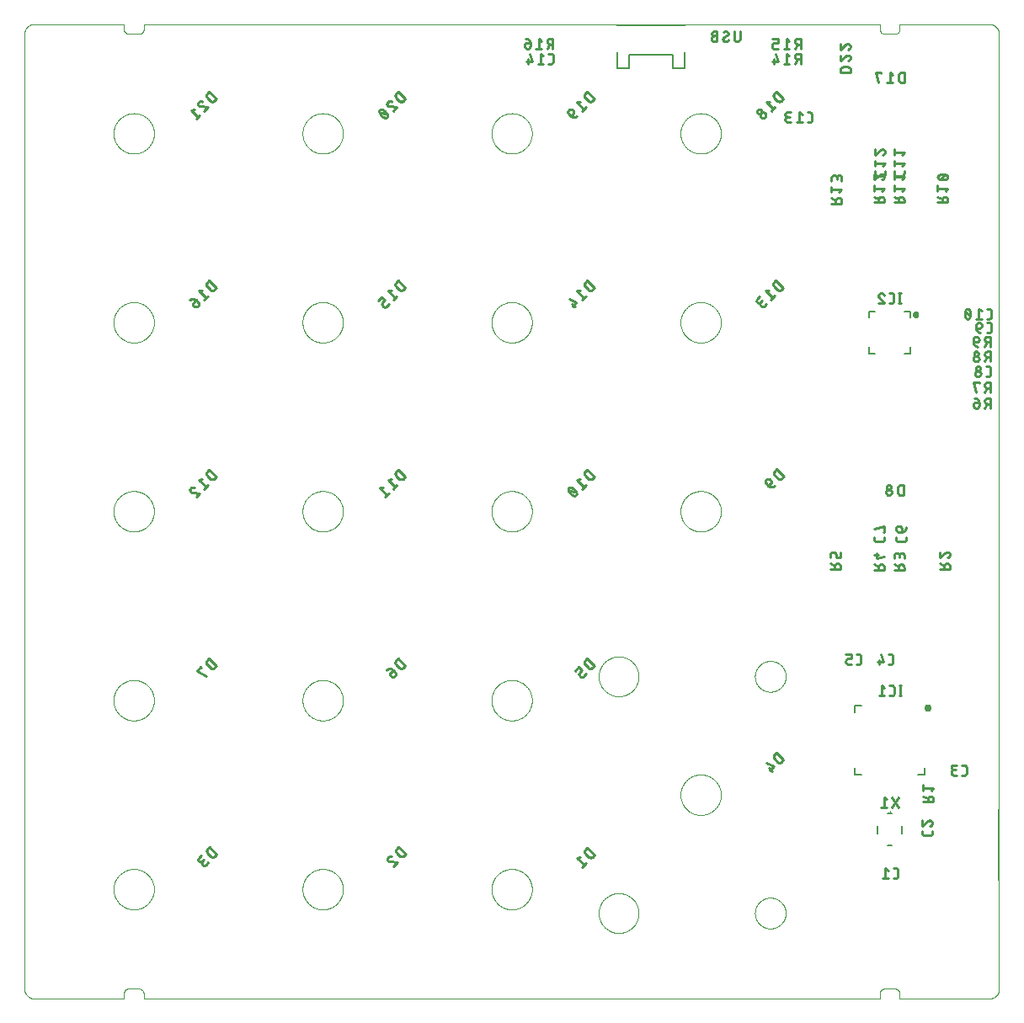
<source format=gbo>
G04 EAGLE Gerber RS-274X export*
G75*
%MOMM*%
%FSLAX34Y34*%
%LPD*%
%INBottom silk*%
%IPPOS*%
%AMOC8*
5,1,8,0,0,1.08239X$1,22.5*%
G01*
%ADD10C,0.000000*%
%ADD11C,0.254000*%
%ADD12C,0.762000*%
%ADD13C,0.127000*%
%ADD14C,0.406400*%
%ADD15C,0.203200*%


D10*
X970000Y980000D02*
X880000Y980000D01*
X880000Y975000D01*
X879998Y974860D01*
X879992Y974720D01*
X879982Y974580D01*
X879969Y974440D01*
X879951Y974301D01*
X879929Y974162D01*
X879904Y974025D01*
X879875Y973887D01*
X879842Y973751D01*
X879805Y973616D01*
X879764Y973482D01*
X879719Y973349D01*
X879671Y973217D01*
X879619Y973087D01*
X879564Y972958D01*
X879505Y972831D01*
X879442Y972705D01*
X879376Y972581D01*
X879307Y972460D01*
X879234Y972340D01*
X879157Y972222D01*
X879078Y972107D01*
X878995Y971993D01*
X878909Y971883D01*
X878820Y971774D01*
X878728Y971668D01*
X878633Y971565D01*
X878536Y971464D01*
X878435Y971367D01*
X878332Y971272D01*
X878226Y971180D01*
X878117Y971091D01*
X878007Y971005D01*
X877893Y970922D01*
X877778Y970843D01*
X877660Y970766D01*
X877540Y970693D01*
X877419Y970624D01*
X877295Y970558D01*
X877169Y970495D01*
X877042Y970436D01*
X876913Y970381D01*
X876783Y970329D01*
X876651Y970281D01*
X876518Y970236D01*
X876384Y970195D01*
X876249Y970158D01*
X876113Y970125D01*
X875975Y970096D01*
X875838Y970071D01*
X875699Y970049D01*
X875560Y970031D01*
X875420Y970018D01*
X875280Y970008D01*
X875140Y970002D01*
X875000Y970000D01*
X865000Y970000D01*
X864860Y970002D01*
X864720Y970008D01*
X864580Y970018D01*
X864440Y970031D01*
X864301Y970049D01*
X864162Y970071D01*
X864025Y970096D01*
X863887Y970125D01*
X863751Y970158D01*
X863616Y970195D01*
X863482Y970236D01*
X863349Y970281D01*
X863217Y970329D01*
X863087Y970381D01*
X862958Y970436D01*
X862831Y970495D01*
X862705Y970558D01*
X862581Y970624D01*
X862460Y970693D01*
X862340Y970766D01*
X862222Y970843D01*
X862107Y970922D01*
X861993Y971005D01*
X861883Y971091D01*
X861774Y971180D01*
X861668Y971272D01*
X861565Y971367D01*
X861464Y971464D01*
X861367Y971565D01*
X861272Y971668D01*
X861180Y971774D01*
X861091Y971883D01*
X861005Y971993D01*
X860922Y972107D01*
X860843Y972222D01*
X860766Y972340D01*
X860693Y972460D01*
X860624Y972581D01*
X860558Y972705D01*
X860495Y972831D01*
X860436Y972958D01*
X860381Y973087D01*
X860329Y973217D01*
X860281Y973349D01*
X860236Y973482D01*
X860195Y973616D01*
X860158Y973751D01*
X860125Y973887D01*
X860096Y974025D01*
X860071Y974162D01*
X860049Y974301D01*
X860031Y974440D01*
X860018Y974580D01*
X860008Y974720D01*
X860002Y974860D01*
X860000Y975000D01*
X860000Y980000D01*
X120000Y980000D01*
X120000Y975000D01*
X119998Y974860D01*
X119992Y974720D01*
X119982Y974580D01*
X119969Y974440D01*
X119951Y974301D01*
X119929Y974162D01*
X119904Y974025D01*
X119875Y973887D01*
X119842Y973751D01*
X119805Y973616D01*
X119764Y973482D01*
X119719Y973349D01*
X119671Y973217D01*
X119619Y973087D01*
X119564Y972958D01*
X119505Y972831D01*
X119442Y972705D01*
X119376Y972581D01*
X119307Y972460D01*
X119234Y972340D01*
X119157Y972222D01*
X119078Y972107D01*
X118995Y971993D01*
X118909Y971883D01*
X118820Y971774D01*
X118728Y971668D01*
X118633Y971565D01*
X118536Y971464D01*
X118435Y971367D01*
X118332Y971272D01*
X118226Y971180D01*
X118117Y971091D01*
X118007Y971005D01*
X117893Y970922D01*
X117778Y970843D01*
X117660Y970766D01*
X117540Y970693D01*
X117419Y970624D01*
X117295Y970558D01*
X117169Y970495D01*
X117042Y970436D01*
X116913Y970381D01*
X116783Y970329D01*
X116651Y970281D01*
X116518Y970236D01*
X116384Y970195D01*
X116249Y970158D01*
X116113Y970125D01*
X115975Y970096D01*
X115838Y970071D01*
X115699Y970049D01*
X115560Y970031D01*
X115420Y970018D01*
X115280Y970008D01*
X115140Y970002D01*
X115000Y970000D01*
X105000Y970000D01*
X104860Y970002D01*
X104720Y970008D01*
X104580Y970018D01*
X104440Y970031D01*
X104301Y970049D01*
X104162Y970071D01*
X104025Y970096D01*
X103887Y970125D01*
X103751Y970158D01*
X103616Y970195D01*
X103482Y970236D01*
X103349Y970281D01*
X103217Y970329D01*
X103087Y970381D01*
X102958Y970436D01*
X102831Y970495D01*
X102705Y970558D01*
X102581Y970624D01*
X102460Y970693D01*
X102340Y970766D01*
X102222Y970843D01*
X102107Y970922D01*
X101993Y971005D01*
X101883Y971091D01*
X101774Y971180D01*
X101668Y971272D01*
X101565Y971367D01*
X101464Y971464D01*
X101367Y971565D01*
X101272Y971668D01*
X101180Y971774D01*
X101091Y971883D01*
X101005Y971993D01*
X100922Y972107D01*
X100843Y972222D01*
X100766Y972340D01*
X100693Y972460D01*
X100624Y972581D01*
X100558Y972705D01*
X100495Y972831D01*
X100436Y972958D01*
X100381Y973087D01*
X100329Y973217D01*
X100281Y973349D01*
X100236Y973482D01*
X100195Y973616D01*
X100158Y973751D01*
X100125Y973887D01*
X100096Y974025D01*
X100071Y974162D01*
X100049Y974301D01*
X100031Y974440D01*
X100018Y974580D01*
X100008Y974720D01*
X100002Y974860D01*
X100000Y975000D01*
X100000Y980000D01*
X10000Y980000D01*
X9758Y979997D01*
X9517Y979988D01*
X9276Y979974D01*
X9035Y979953D01*
X8795Y979927D01*
X8555Y979895D01*
X8316Y979857D01*
X8079Y979814D01*
X7842Y979764D01*
X7607Y979709D01*
X7373Y979649D01*
X7141Y979582D01*
X6910Y979511D01*
X6681Y979433D01*
X6454Y979350D01*
X6229Y979262D01*
X6006Y979168D01*
X5786Y979069D01*
X5568Y978964D01*
X5353Y978855D01*
X5140Y978740D01*
X4930Y978620D01*
X4724Y978495D01*
X4520Y978365D01*
X4319Y978230D01*
X4122Y978090D01*
X3928Y977946D01*
X3738Y977797D01*
X3552Y977643D01*
X3369Y977485D01*
X3190Y977323D01*
X3015Y977156D01*
X2844Y976985D01*
X2677Y976810D01*
X2515Y976631D01*
X2357Y976448D01*
X2203Y976262D01*
X2054Y976072D01*
X1910Y975878D01*
X1770Y975681D01*
X1635Y975480D01*
X1505Y975276D01*
X1380Y975070D01*
X1260Y974860D01*
X1145Y974647D01*
X1036Y974432D01*
X931Y974214D01*
X832Y973994D01*
X738Y973771D01*
X650Y973546D01*
X567Y973319D01*
X489Y973090D01*
X418Y972859D01*
X351Y972627D01*
X291Y972393D01*
X236Y972158D01*
X186Y971921D01*
X143Y971684D01*
X105Y971445D01*
X73Y971205D01*
X47Y970965D01*
X26Y970724D01*
X12Y970483D01*
X3Y970242D01*
X0Y970000D01*
X0Y10000D01*
X3Y9758D01*
X12Y9517D01*
X26Y9276D01*
X47Y9035D01*
X73Y8795D01*
X105Y8555D01*
X143Y8316D01*
X186Y8079D01*
X236Y7842D01*
X291Y7607D01*
X351Y7373D01*
X418Y7141D01*
X489Y6910D01*
X567Y6681D01*
X650Y6454D01*
X738Y6229D01*
X832Y6006D01*
X931Y5786D01*
X1036Y5568D01*
X1145Y5353D01*
X1260Y5140D01*
X1380Y4930D01*
X1505Y4724D01*
X1635Y4520D01*
X1770Y4319D01*
X1910Y4122D01*
X2054Y3928D01*
X2203Y3738D01*
X2357Y3552D01*
X2515Y3369D01*
X2677Y3190D01*
X2844Y3015D01*
X3015Y2844D01*
X3190Y2677D01*
X3369Y2515D01*
X3552Y2357D01*
X3738Y2203D01*
X3928Y2054D01*
X4122Y1910D01*
X4319Y1770D01*
X4520Y1635D01*
X4724Y1505D01*
X4930Y1380D01*
X5140Y1260D01*
X5353Y1145D01*
X5568Y1036D01*
X5786Y931D01*
X6006Y832D01*
X6229Y738D01*
X6454Y650D01*
X6681Y567D01*
X6910Y489D01*
X7141Y418D01*
X7373Y351D01*
X7607Y291D01*
X7842Y236D01*
X8079Y186D01*
X8316Y143D01*
X8555Y105D01*
X8795Y73D01*
X9035Y47D01*
X9276Y26D01*
X9517Y12D01*
X9758Y3D01*
X10000Y0D01*
X100000Y0D01*
X100000Y5000D01*
X100002Y5140D01*
X100008Y5280D01*
X100018Y5420D01*
X100031Y5560D01*
X100049Y5699D01*
X100071Y5838D01*
X100096Y5975D01*
X100125Y6113D01*
X100158Y6249D01*
X100195Y6384D01*
X100236Y6518D01*
X100281Y6651D01*
X100329Y6783D01*
X100381Y6913D01*
X100436Y7042D01*
X100495Y7169D01*
X100558Y7295D01*
X100624Y7419D01*
X100693Y7540D01*
X100766Y7660D01*
X100843Y7778D01*
X100922Y7893D01*
X101005Y8007D01*
X101091Y8117D01*
X101180Y8226D01*
X101272Y8332D01*
X101367Y8435D01*
X101464Y8536D01*
X101565Y8633D01*
X101668Y8728D01*
X101774Y8820D01*
X101883Y8909D01*
X101993Y8995D01*
X102107Y9078D01*
X102222Y9157D01*
X102340Y9234D01*
X102460Y9307D01*
X102581Y9376D01*
X102705Y9442D01*
X102831Y9505D01*
X102958Y9564D01*
X103087Y9619D01*
X103217Y9671D01*
X103349Y9719D01*
X103482Y9764D01*
X103616Y9805D01*
X103751Y9842D01*
X103887Y9875D01*
X104025Y9904D01*
X104162Y9929D01*
X104301Y9951D01*
X104440Y9969D01*
X104580Y9982D01*
X104720Y9992D01*
X104860Y9998D01*
X105000Y10000D01*
X115000Y10000D01*
X115140Y9998D01*
X115280Y9992D01*
X115420Y9982D01*
X115560Y9969D01*
X115699Y9951D01*
X115838Y9929D01*
X115975Y9904D01*
X116113Y9875D01*
X116249Y9842D01*
X116384Y9805D01*
X116518Y9764D01*
X116651Y9719D01*
X116783Y9671D01*
X116913Y9619D01*
X117042Y9564D01*
X117169Y9505D01*
X117295Y9442D01*
X117419Y9376D01*
X117540Y9307D01*
X117660Y9234D01*
X117778Y9157D01*
X117893Y9078D01*
X118007Y8995D01*
X118117Y8909D01*
X118226Y8820D01*
X118332Y8728D01*
X118435Y8633D01*
X118536Y8536D01*
X118633Y8435D01*
X118728Y8332D01*
X118820Y8226D01*
X118909Y8117D01*
X118995Y8007D01*
X119078Y7893D01*
X119157Y7778D01*
X119234Y7660D01*
X119307Y7540D01*
X119376Y7419D01*
X119442Y7295D01*
X119505Y7169D01*
X119564Y7042D01*
X119619Y6913D01*
X119671Y6783D01*
X119719Y6651D01*
X119764Y6518D01*
X119805Y6384D01*
X119842Y6249D01*
X119875Y6113D01*
X119904Y5975D01*
X119929Y5838D01*
X119951Y5699D01*
X119969Y5560D01*
X119982Y5420D01*
X119992Y5280D01*
X119998Y5140D01*
X120000Y5000D01*
X120000Y0D01*
X860000Y0D01*
X860000Y5000D01*
X860002Y5140D01*
X860008Y5280D01*
X860018Y5420D01*
X860031Y5560D01*
X860049Y5699D01*
X860071Y5838D01*
X860096Y5975D01*
X860125Y6113D01*
X860158Y6249D01*
X860195Y6384D01*
X860236Y6518D01*
X860281Y6651D01*
X860329Y6783D01*
X860381Y6913D01*
X860436Y7042D01*
X860495Y7169D01*
X860558Y7295D01*
X860624Y7419D01*
X860693Y7540D01*
X860766Y7660D01*
X860843Y7778D01*
X860922Y7893D01*
X861005Y8007D01*
X861091Y8117D01*
X861180Y8226D01*
X861272Y8332D01*
X861367Y8435D01*
X861464Y8536D01*
X861565Y8633D01*
X861668Y8728D01*
X861774Y8820D01*
X861883Y8909D01*
X861993Y8995D01*
X862107Y9078D01*
X862222Y9157D01*
X862340Y9234D01*
X862460Y9307D01*
X862581Y9376D01*
X862705Y9442D01*
X862831Y9505D01*
X862958Y9564D01*
X863087Y9619D01*
X863217Y9671D01*
X863349Y9719D01*
X863482Y9764D01*
X863616Y9805D01*
X863751Y9842D01*
X863887Y9875D01*
X864025Y9904D01*
X864162Y9929D01*
X864301Y9951D01*
X864440Y9969D01*
X864580Y9982D01*
X864720Y9992D01*
X864860Y9998D01*
X865000Y10000D01*
X875000Y10000D01*
X875140Y9998D01*
X875280Y9992D01*
X875420Y9982D01*
X875560Y9969D01*
X875699Y9951D01*
X875838Y9929D01*
X875975Y9904D01*
X876113Y9875D01*
X876249Y9842D01*
X876384Y9805D01*
X876518Y9764D01*
X876651Y9719D01*
X876783Y9671D01*
X876913Y9619D01*
X877042Y9564D01*
X877169Y9505D01*
X877295Y9442D01*
X877419Y9376D01*
X877540Y9307D01*
X877660Y9234D01*
X877778Y9157D01*
X877893Y9078D01*
X878007Y8995D01*
X878117Y8909D01*
X878226Y8820D01*
X878332Y8728D01*
X878435Y8633D01*
X878536Y8536D01*
X878633Y8435D01*
X878728Y8332D01*
X878820Y8226D01*
X878909Y8117D01*
X878995Y8007D01*
X879078Y7893D01*
X879157Y7778D01*
X879234Y7660D01*
X879307Y7540D01*
X879376Y7419D01*
X879442Y7295D01*
X879505Y7169D01*
X879564Y7042D01*
X879619Y6913D01*
X879671Y6783D01*
X879719Y6651D01*
X879764Y6518D01*
X879805Y6384D01*
X879842Y6249D01*
X879875Y6113D01*
X879904Y5975D01*
X879929Y5838D01*
X879951Y5699D01*
X879969Y5560D01*
X879982Y5420D01*
X879992Y5280D01*
X879998Y5140D01*
X880000Y5000D01*
X880000Y0D01*
X970000Y0D01*
X970242Y3D01*
X970483Y12D01*
X970724Y26D01*
X970965Y47D01*
X971205Y73D01*
X971445Y105D01*
X971684Y143D01*
X971921Y186D01*
X972158Y236D01*
X972393Y291D01*
X972627Y351D01*
X972859Y418D01*
X973090Y489D01*
X973319Y567D01*
X973546Y650D01*
X973771Y738D01*
X973994Y832D01*
X974214Y931D01*
X974432Y1036D01*
X974647Y1145D01*
X974860Y1260D01*
X975070Y1380D01*
X975276Y1505D01*
X975480Y1635D01*
X975681Y1770D01*
X975878Y1910D01*
X976072Y2054D01*
X976262Y2203D01*
X976448Y2357D01*
X976631Y2515D01*
X976810Y2677D01*
X976985Y2844D01*
X977156Y3015D01*
X977323Y3190D01*
X977485Y3369D01*
X977643Y3552D01*
X977797Y3738D01*
X977946Y3928D01*
X978090Y4122D01*
X978230Y4319D01*
X978365Y4520D01*
X978495Y4724D01*
X978620Y4930D01*
X978740Y5140D01*
X978855Y5353D01*
X978964Y5568D01*
X979069Y5786D01*
X979168Y6006D01*
X979262Y6229D01*
X979350Y6454D01*
X979433Y6681D01*
X979511Y6910D01*
X979582Y7141D01*
X979649Y7373D01*
X979709Y7607D01*
X979764Y7842D01*
X979814Y8079D01*
X979857Y8316D01*
X979895Y8555D01*
X979927Y8795D01*
X979953Y9035D01*
X979974Y9276D01*
X979988Y9517D01*
X979997Y9758D01*
X980000Y10000D01*
X980000Y970000D01*
X979997Y970242D01*
X979988Y970483D01*
X979974Y970724D01*
X979953Y970965D01*
X979927Y971205D01*
X979895Y971445D01*
X979857Y971684D01*
X979814Y971921D01*
X979764Y972158D01*
X979709Y972393D01*
X979649Y972627D01*
X979582Y972859D01*
X979511Y973090D01*
X979433Y973319D01*
X979350Y973546D01*
X979262Y973771D01*
X979168Y973994D01*
X979069Y974214D01*
X978964Y974432D01*
X978855Y974647D01*
X978740Y974860D01*
X978620Y975070D01*
X978495Y975276D01*
X978365Y975480D01*
X978230Y975681D01*
X978090Y975878D01*
X977946Y976072D01*
X977797Y976262D01*
X977643Y976448D01*
X977485Y976631D01*
X977323Y976810D01*
X977156Y976985D01*
X976985Y977156D01*
X976810Y977323D01*
X976631Y977485D01*
X976448Y977643D01*
X976262Y977797D01*
X976072Y977946D01*
X975878Y978090D01*
X975681Y978230D01*
X975480Y978365D01*
X975276Y978495D01*
X975070Y978620D01*
X974860Y978740D01*
X974647Y978855D01*
X974432Y978964D01*
X974214Y979069D01*
X973994Y979168D01*
X973771Y979262D01*
X973546Y979350D01*
X973319Y979433D01*
X973090Y979511D01*
X972859Y979582D01*
X972627Y979649D01*
X972393Y979709D01*
X972158Y979764D01*
X971921Y979814D01*
X971684Y979857D01*
X971445Y979895D01*
X971205Y979927D01*
X970965Y979953D01*
X970724Y979974D01*
X970483Y979988D01*
X970242Y979997D01*
X970000Y980000D01*
X734500Y324000D02*
X734505Y324380D01*
X734519Y324761D01*
X734542Y325140D01*
X734575Y325519D01*
X734617Y325897D01*
X734668Y326274D01*
X734728Y326650D01*
X734798Y327024D01*
X734877Y327396D01*
X734965Y327766D01*
X735061Y328134D01*
X735167Y328499D01*
X735282Y328862D01*
X735406Y329222D01*
X735539Y329578D01*
X735680Y329932D01*
X735830Y330281D01*
X735988Y330627D01*
X736155Y330969D01*
X736330Y331307D01*
X736514Y331640D01*
X736705Y331969D01*
X736905Y332292D01*
X737112Y332611D01*
X737327Y332925D01*
X737550Y333233D01*
X737781Y333536D01*
X738018Y333833D01*
X738263Y334124D01*
X738515Y334409D01*
X738774Y334688D01*
X739040Y334960D01*
X739312Y335226D01*
X739591Y335485D01*
X739876Y335737D01*
X740167Y335982D01*
X740464Y336219D01*
X740767Y336450D01*
X741075Y336673D01*
X741389Y336888D01*
X741708Y337095D01*
X742031Y337295D01*
X742360Y337486D01*
X742693Y337670D01*
X743031Y337845D01*
X743373Y338012D01*
X743719Y338170D01*
X744068Y338320D01*
X744422Y338461D01*
X744778Y338594D01*
X745138Y338718D01*
X745501Y338833D01*
X745866Y338939D01*
X746234Y339035D01*
X746604Y339123D01*
X746976Y339202D01*
X747350Y339272D01*
X747726Y339332D01*
X748103Y339383D01*
X748481Y339425D01*
X748860Y339458D01*
X749239Y339481D01*
X749620Y339495D01*
X750000Y339500D01*
X750380Y339495D01*
X750761Y339481D01*
X751140Y339458D01*
X751519Y339425D01*
X751897Y339383D01*
X752274Y339332D01*
X752650Y339272D01*
X753024Y339202D01*
X753396Y339123D01*
X753766Y339035D01*
X754134Y338939D01*
X754499Y338833D01*
X754862Y338718D01*
X755222Y338594D01*
X755578Y338461D01*
X755932Y338320D01*
X756281Y338170D01*
X756627Y338012D01*
X756969Y337845D01*
X757307Y337670D01*
X757640Y337486D01*
X757969Y337295D01*
X758292Y337095D01*
X758611Y336888D01*
X758925Y336673D01*
X759233Y336450D01*
X759536Y336219D01*
X759833Y335982D01*
X760124Y335737D01*
X760409Y335485D01*
X760688Y335226D01*
X760960Y334960D01*
X761226Y334688D01*
X761485Y334409D01*
X761737Y334124D01*
X761982Y333833D01*
X762219Y333536D01*
X762450Y333233D01*
X762673Y332925D01*
X762888Y332611D01*
X763095Y332292D01*
X763295Y331969D01*
X763486Y331640D01*
X763670Y331307D01*
X763845Y330969D01*
X764012Y330627D01*
X764170Y330281D01*
X764320Y329932D01*
X764461Y329578D01*
X764594Y329222D01*
X764718Y328862D01*
X764833Y328499D01*
X764939Y328134D01*
X765035Y327766D01*
X765123Y327396D01*
X765202Y327024D01*
X765272Y326650D01*
X765332Y326274D01*
X765383Y325897D01*
X765425Y325519D01*
X765458Y325140D01*
X765481Y324761D01*
X765495Y324380D01*
X765500Y324000D01*
X765495Y323620D01*
X765481Y323239D01*
X765458Y322860D01*
X765425Y322481D01*
X765383Y322103D01*
X765332Y321726D01*
X765272Y321350D01*
X765202Y320976D01*
X765123Y320604D01*
X765035Y320234D01*
X764939Y319866D01*
X764833Y319501D01*
X764718Y319138D01*
X764594Y318778D01*
X764461Y318422D01*
X764320Y318068D01*
X764170Y317719D01*
X764012Y317373D01*
X763845Y317031D01*
X763670Y316693D01*
X763486Y316360D01*
X763295Y316031D01*
X763095Y315708D01*
X762888Y315389D01*
X762673Y315075D01*
X762450Y314767D01*
X762219Y314464D01*
X761982Y314167D01*
X761737Y313876D01*
X761485Y313591D01*
X761226Y313312D01*
X760960Y313040D01*
X760688Y312774D01*
X760409Y312515D01*
X760124Y312263D01*
X759833Y312018D01*
X759536Y311781D01*
X759233Y311550D01*
X758925Y311327D01*
X758611Y311112D01*
X758292Y310905D01*
X757969Y310705D01*
X757640Y310514D01*
X757307Y310330D01*
X756969Y310155D01*
X756627Y309988D01*
X756281Y309830D01*
X755932Y309680D01*
X755578Y309539D01*
X755222Y309406D01*
X754862Y309282D01*
X754499Y309167D01*
X754134Y309061D01*
X753766Y308965D01*
X753396Y308877D01*
X753024Y308798D01*
X752650Y308728D01*
X752274Y308668D01*
X751897Y308617D01*
X751519Y308575D01*
X751140Y308542D01*
X750761Y308519D01*
X750380Y308505D01*
X750000Y308500D01*
X749620Y308505D01*
X749239Y308519D01*
X748860Y308542D01*
X748481Y308575D01*
X748103Y308617D01*
X747726Y308668D01*
X747350Y308728D01*
X746976Y308798D01*
X746604Y308877D01*
X746234Y308965D01*
X745866Y309061D01*
X745501Y309167D01*
X745138Y309282D01*
X744778Y309406D01*
X744422Y309539D01*
X744068Y309680D01*
X743719Y309830D01*
X743373Y309988D01*
X743031Y310155D01*
X742693Y310330D01*
X742360Y310514D01*
X742031Y310705D01*
X741708Y310905D01*
X741389Y311112D01*
X741075Y311327D01*
X740767Y311550D01*
X740464Y311781D01*
X740167Y312018D01*
X739876Y312263D01*
X739591Y312515D01*
X739312Y312774D01*
X739040Y313040D01*
X738774Y313312D01*
X738515Y313591D01*
X738263Y313876D01*
X738018Y314167D01*
X737781Y314464D01*
X737550Y314767D01*
X737327Y315075D01*
X737112Y315389D01*
X736905Y315708D01*
X736705Y316031D01*
X736514Y316360D01*
X736330Y316693D01*
X736155Y317031D01*
X735988Y317373D01*
X735830Y317719D01*
X735680Y318068D01*
X735539Y318422D01*
X735406Y318778D01*
X735282Y319138D01*
X735167Y319501D01*
X735061Y319866D01*
X734965Y320234D01*
X734877Y320604D01*
X734798Y320976D01*
X734728Y321350D01*
X734668Y321726D01*
X734617Y322103D01*
X734575Y322481D01*
X734542Y322860D01*
X734519Y323239D01*
X734505Y323620D01*
X734500Y324000D01*
X734500Y86000D02*
X734505Y86380D01*
X734519Y86761D01*
X734542Y87140D01*
X734575Y87519D01*
X734617Y87897D01*
X734668Y88274D01*
X734728Y88650D01*
X734798Y89024D01*
X734877Y89396D01*
X734965Y89766D01*
X735061Y90134D01*
X735167Y90499D01*
X735282Y90862D01*
X735406Y91222D01*
X735539Y91578D01*
X735680Y91932D01*
X735830Y92281D01*
X735988Y92627D01*
X736155Y92969D01*
X736330Y93307D01*
X736514Y93640D01*
X736705Y93969D01*
X736905Y94292D01*
X737112Y94611D01*
X737327Y94925D01*
X737550Y95233D01*
X737781Y95536D01*
X738018Y95833D01*
X738263Y96124D01*
X738515Y96409D01*
X738774Y96688D01*
X739040Y96960D01*
X739312Y97226D01*
X739591Y97485D01*
X739876Y97737D01*
X740167Y97982D01*
X740464Y98219D01*
X740767Y98450D01*
X741075Y98673D01*
X741389Y98888D01*
X741708Y99095D01*
X742031Y99295D01*
X742360Y99486D01*
X742693Y99670D01*
X743031Y99845D01*
X743373Y100012D01*
X743719Y100170D01*
X744068Y100320D01*
X744422Y100461D01*
X744778Y100594D01*
X745138Y100718D01*
X745501Y100833D01*
X745866Y100939D01*
X746234Y101035D01*
X746604Y101123D01*
X746976Y101202D01*
X747350Y101272D01*
X747726Y101332D01*
X748103Y101383D01*
X748481Y101425D01*
X748860Y101458D01*
X749239Y101481D01*
X749620Y101495D01*
X750000Y101500D01*
X750380Y101495D01*
X750761Y101481D01*
X751140Y101458D01*
X751519Y101425D01*
X751897Y101383D01*
X752274Y101332D01*
X752650Y101272D01*
X753024Y101202D01*
X753396Y101123D01*
X753766Y101035D01*
X754134Y100939D01*
X754499Y100833D01*
X754862Y100718D01*
X755222Y100594D01*
X755578Y100461D01*
X755932Y100320D01*
X756281Y100170D01*
X756627Y100012D01*
X756969Y99845D01*
X757307Y99670D01*
X757640Y99486D01*
X757969Y99295D01*
X758292Y99095D01*
X758611Y98888D01*
X758925Y98673D01*
X759233Y98450D01*
X759536Y98219D01*
X759833Y97982D01*
X760124Y97737D01*
X760409Y97485D01*
X760688Y97226D01*
X760960Y96960D01*
X761226Y96688D01*
X761485Y96409D01*
X761737Y96124D01*
X761982Y95833D01*
X762219Y95536D01*
X762450Y95233D01*
X762673Y94925D01*
X762888Y94611D01*
X763095Y94292D01*
X763295Y93969D01*
X763486Y93640D01*
X763670Y93307D01*
X763845Y92969D01*
X764012Y92627D01*
X764170Y92281D01*
X764320Y91932D01*
X764461Y91578D01*
X764594Y91222D01*
X764718Y90862D01*
X764833Y90499D01*
X764939Y90134D01*
X765035Y89766D01*
X765123Y89396D01*
X765202Y89024D01*
X765272Y88650D01*
X765332Y88274D01*
X765383Y87897D01*
X765425Y87519D01*
X765458Y87140D01*
X765481Y86761D01*
X765495Y86380D01*
X765500Y86000D01*
X765495Y85620D01*
X765481Y85239D01*
X765458Y84860D01*
X765425Y84481D01*
X765383Y84103D01*
X765332Y83726D01*
X765272Y83350D01*
X765202Y82976D01*
X765123Y82604D01*
X765035Y82234D01*
X764939Y81866D01*
X764833Y81501D01*
X764718Y81138D01*
X764594Y80778D01*
X764461Y80422D01*
X764320Y80068D01*
X764170Y79719D01*
X764012Y79373D01*
X763845Y79031D01*
X763670Y78693D01*
X763486Y78360D01*
X763295Y78031D01*
X763095Y77708D01*
X762888Y77389D01*
X762673Y77075D01*
X762450Y76767D01*
X762219Y76464D01*
X761982Y76167D01*
X761737Y75876D01*
X761485Y75591D01*
X761226Y75312D01*
X760960Y75040D01*
X760688Y74774D01*
X760409Y74515D01*
X760124Y74263D01*
X759833Y74018D01*
X759536Y73781D01*
X759233Y73550D01*
X758925Y73327D01*
X758611Y73112D01*
X758292Y72905D01*
X757969Y72705D01*
X757640Y72514D01*
X757307Y72330D01*
X756969Y72155D01*
X756627Y71988D01*
X756281Y71830D01*
X755932Y71680D01*
X755578Y71539D01*
X755222Y71406D01*
X754862Y71282D01*
X754499Y71167D01*
X754134Y71061D01*
X753766Y70965D01*
X753396Y70877D01*
X753024Y70798D01*
X752650Y70728D01*
X752274Y70668D01*
X751897Y70617D01*
X751519Y70575D01*
X751140Y70542D01*
X750761Y70519D01*
X750380Y70505D01*
X750000Y70500D01*
X749620Y70505D01*
X749239Y70519D01*
X748860Y70542D01*
X748481Y70575D01*
X748103Y70617D01*
X747726Y70668D01*
X747350Y70728D01*
X746976Y70798D01*
X746604Y70877D01*
X746234Y70965D01*
X745866Y71061D01*
X745501Y71167D01*
X745138Y71282D01*
X744778Y71406D01*
X744422Y71539D01*
X744068Y71680D01*
X743719Y71830D01*
X743373Y71988D01*
X743031Y72155D01*
X742693Y72330D01*
X742360Y72514D01*
X742031Y72705D01*
X741708Y72905D01*
X741389Y73112D01*
X741075Y73327D01*
X740767Y73550D01*
X740464Y73781D01*
X740167Y74018D01*
X739876Y74263D01*
X739591Y74515D01*
X739312Y74774D01*
X739040Y75040D01*
X738774Y75312D01*
X738515Y75591D01*
X738263Y75876D01*
X738018Y76167D01*
X737781Y76464D01*
X737550Y76767D01*
X737327Y77075D01*
X737112Y77389D01*
X736905Y77708D01*
X736705Y78031D01*
X736514Y78360D01*
X736330Y78693D01*
X736155Y79031D01*
X735988Y79373D01*
X735830Y79719D01*
X735680Y80068D01*
X735539Y80422D01*
X735406Y80778D01*
X735282Y81138D01*
X735167Y81501D01*
X735061Y81866D01*
X734965Y82234D01*
X734877Y82604D01*
X734798Y82976D01*
X734728Y83350D01*
X734668Y83726D01*
X734617Y84103D01*
X734575Y84481D01*
X734542Y84860D01*
X734519Y85239D01*
X734505Y85620D01*
X734500Y86000D01*
X577500Y86000D02*
X577506Y86491D01*
X577524Y86981D01*
X577554Y87471D01*
X577596Y87960D01*
X577650Y88448D01*
X577716Y88935D01*
X577794Y89419D01*
X577884Y89902D01*
X577986Y90382D01*
X578099Y90860D01*
X578224Y91334D01*
X578361Y91806D01*
X578509Y92274D01*
X578669Y92738D01*
X578840Y93198D01*
X579022Y93654D01*
X579216Y94105D01*
X579420Y94551D01*
X579636Y94992D01*
X579862Y95428D01*
X580098Y95858D01*
X580345Y96282D01*
X580603Y96700D01*
X580871Y97111D01*
X581148Y97516D01*
X581436Y97914D01*
X581733Y98305D01*
X582040Y98688D01*
X582356Y99063D01*
X582681Y99431D01*
X583015Y99791D01*
X583358Y100142D01*
X583709Y100485D01*
X584069Y100819D01*
X584437Y101144D01*
X584812Y101460D01*
X585195Y101767D01*
X585586Y102064D01*
X585984Y102352D01*
X586389Y102629D01*
X586800Y102897D01*
X587218Y103155D01*
X587642Y103402D01*
X588072Y103638D01*
X588508Y103864D01*
X588949Y104080D01*
X589395Y104284D01*
X589846Y104478D01*
X590302Y104660D01*
X590762Y104831D01*
X591226Y104991D01*
X591694Y105139D01*
X592166Y105276D01*
X592640Y105401D01*
X593118Y105514D01*
X593598Y105616D01*
X594081Y105706D01*
X594565Y105784D01*
X595052Y105850D01*
X595540Y105904D01*
X596029Y105946D01*
X596519Y105976D01*
X597009Y105994D01*
X597500Y106000D01*
X597991Y105994D01*
X598481Y105976D01*
X598971Y105946D01*
X599460Y105904D01*
X599948Y105850D01*
X600435Y105784D01*
X600919Y105706D01*
X601402Y105616D01*
X601882Y105514D01*
X602360Y105401D01*
X602834Y105276D01*
X603306Y105139D01*
X603774Y104991D01*
X604238Y104831D01*
X604698Y104660D01*
X605154Y104478D01*
X605605Y104284D01*
X606051Y104080D01*
X606492Y103864D01*
X606928Y103638D01*
X607358Y103402D01*
X607782Y103155D01*
X608200Y102897D01*
X608611Y102629D01*
X609016Y102352D01*
X609414Y102064D01*
X609805Y101767D01*
X610188Y101460D01*
X610563Y101144D01*
X610931Y100819D01*
X611291Y100485D01*
X611642Y100142D01*
X611985Y99791D01*
X612319Y99431D01*
X612644Y99063D01*
X612960Y98688D01*
X613267Y98305D01*
X613564Y97914D01*
X613852Y97516D01*
X614129Y97111D01*
X614397Y96700D01*
X614655Y96282D01*
X614902Y95858D01*
X615138Y95428D01*
X615364Y94992D01*
X615580Y94551D01*
X615784Y94105D01*
X615978Y93654D01*
X616160Y93198D01*
X616331Y92738D01*
X616491Y92274D01*
X616639Y91806D01*
X616776Y91334D01*
X616901Y90860D01*
X617014Y90382D01*
X617116Y89902D01*
X617206Y89419D01*
X617284Y88935D01*
X617350Y88448D01*
X617404Y87960D01*
X617446Y87471D01*
X617476Y86981D01*
X617494Y86491D01*
X617500Y86000D01*
X617494Y85509D01*
X617476Y85019D01*
X617446Y84529D01*
X617404Y84040D01*
X617350Y83552D01*
X617284Y83065D01*
X617206Y82581D01*
X617116Y82098D01*
X617014Y81618D01*
X616901Y81140D01*
X616776Y80666D01*
X616639Y80194D01*
X616491Y79726D01*
X616331Y79262D01*
X616160Y78802D01*
X615978Y78346D01*
X615784Y77895D01*
X615580Y77449D01*
X615364Y77008D01*
X615138Y76572D01*
X614902Y76142D01*
X614655Y75718D01*
X614397Y75300D01*
X614129Y74889D01*
X613852Y74484D01*
X613564Y74086D01*
X613267Y73695D01*
X612960Y73312D01*
X612644Y72937D01*
X612319Y72569D01*
X611985Y72209D01*
X611642Y71858D01*
X611291Y71515D01*
X610931Y71181D01*
X610563Y70856D01*
X610188Y70540D01*
X609805Y70233D01*
X609414Y69936D01*
X609016Y69648D01*
X608611Y69371D01*
X608200Y69103D01*
X607782Y68845D01*
X607358Y68598D01*
X606928Y68362D01*
X606492Y68136D01*
X606051Y67920D01*
X605605Y67716D01*
X605154Y67522D01*
X604698Y67340D01*
X604238Y67169D01*
X603774Y67009D01*
X603306Y66861D01*
X602834Y66724D01*
X602360Y66599D01*
X601882Y66486D01*
X601402Y66384D01*
X600919Y66294D01*
X600435Y66216D01*
X599948Y66150D01*
X599460Y66096D01*
X598971Y66054D01*
X598481Y66024D01*
X597991Y66006D01*
X597500Y66000D01*
X597009Y66006D01*
X596519Y66024D01*
X596029Y66054D01*
X595540Y66096D01*
X595052Y66150D01*
X594565Y66216D01*
X594081Y66294D01*
X593598Y66384D01*
X593118Y66486D01*
X592640Y66599D01*
X592166Y66724D01*
X591694Y66861D01*
X591226Y67009D01*
X590762Y67169D01*
X590302Y67340D01*
X589846Y67522D01*
X589395Y67716D01*
X588949Y67920D01*
X588508Y68136D01*
X588072Y68362D01*
X587642Y68598D01*
X587218Y68845D01*
X586800Y69103D01*
X586389Y69371D01*
X585984Y69648D01*
X585586Y69936D01*
X585195Y70233D01*
X584812Y70540D01*
X584437Y70856D01*
X584069Y71181D01*
X583709Y71515D01*
X583358Y71858D01*
X583015Y72209D01*
X582681Y72569D01*
X582356Y72937D01*
X582040Y73312D01*
X581733Y73695D01*
X581436Y74086D01*
X581148Y74484D01*
X580871Y74889D01*
X580603Y75300D01*
X580345Y75718D01*
X580098Y76142D01*
X579862Y76572D01*
X579636Y77008D01*
X579420Y77449D01*
X579216Y77895D01*
X579022Y78346D01*
X578840Y78802D01*
X578669Y79262D01*
X578509Y79726D01*
X578361Y80194D01*
X578224Y80666D01*
X578099Y81140D01*
X577986Y81618D01*
X577884Y82098D01*
X577794Y82581D01*
X577716Y83065D01*
X577650Y83552D01*
X577596Y84040D01*
X577554Y84529D01*
X577524Y85019D01*
X577506Y85509D01*
X577500Y86000D01*
X577500Y324000D02*
X577506Y324491D01*
X577524Y324981D01*
X577554Y325471D01*
X577596Y325960D01*
X577650Y326448D01*
X577716Y326935D01*
X577794Y327419D01*
X577884Y327902D01*
X577986Y328382D01*
X578099Y328860D01*
X578224Y329334D01*
X578361Y329806D01*
X578509Y330274D01*
X578669Y330738D01*
X578840Y331198D01*
X579022Y331654D01*
X579216Y332105D01*
X579420Y332551D01*
X579636Y332992D01*
X579862Y333428D01*
X580098Y333858D01*
X580345Y334282D01*
X580603Y334700D01*
X580871Y335111D01*
X581148Y335516D01*
X581436Y335914D01*
X581733Y336305D01*
X582040Y336688D01*
X582356Y337063D01*
X582681Y337431D01*
X583015Y337791D01*
X583358Y338142D01*
X583709Y338485D01*
X584069Y338819D01*
X584437Y339144D01*
X584812Y339460D01*
X585195Y339767D01*
X585586Y340064D01*
X585984Y340352D01*
X586389Y340629D01*
X586800Y340897D01*
X587218Y341155D01*
X587642Y341402D01*
X588072Y341638D01*
X588508Y341864D01*
X588949Y342080D01*
X589395Y342284D01*
X589846Y342478D01*
X590302Y342660D01*
X590762Y342831D01*
X591226Y342991D01*
X591694Y343139D01*
X592166Y343276D01*
X592640Y343401D01*
X593118Y343514D01*
X593598Y343616D01*
X594081Y343706D01*
X594565Y343784D01*
X595052Y343850D01*
X595540Y343904D01*
X596029Y343946D01*
X596519Y343976D01*
X597009Y343994D01*
X597500Y344000D01*
X597991Y343994D01*
X598481Y343976D01*
X598971Y343946D01*
X599460Y343904D01*
X599948Y343850D01*
X600435Y343784D01*
X600919Y343706D01*
X601402Y343616D01*
X601882Y343514D01*
X602360Y343401D01*
X602834Y343276D01*
X603306Y343139D01*
X603774Y342991D01*
X604238Y342831D01*
X604698Y342660D01*
X605154Y342478D01*
X605605Y342284D01*
X606051Y342080D01*
X606492Y341864D01*
X606928Y341638D01*
X607358Y341402D01*
X607782Y341155D01*
X608200Y340897D01*
X608611Y340629D01*
X609016Y340352D01*
X609414Y340064D01*
X609805Y339767D01*
X610188Y339460D01*
X610563Y339144D01*
X610931Y338819D01*
X611291Y338485D01*
X611642Y338142D01*
X611985Y337791D01*
X612319Y337431D01*
X612644Y337063D01*
X612960Y336688D01*
X613267Y336305D01*
X613564Y335914D01*
X613852Y335516D01*
X614129Y335111D01*
X614397Y334700D01*
X614655Y334282D01*
X614902Y333858D01*
X615138Y333428D01*
X615364Y332992D01*
X615580Y332551D01*
X615784Y332105D01*
X615978Y331654D01*
X616160Y331198D01*
X616331Y330738D01*
X616491Y330274D01*
X616639Y329806D01*
X616776Y329334D01*
X616901Y328860D01*
X617014Y328382D01*
X617116Y327902D01*
X617206Y327419D01*
X617284Y326935D01*
X617350Y326448D01*
X617404Y325960D01*
X617446Y325471D01*
X617476Y324981D01*
X617494Y324491D01*
X617500Y324000D01*
X617494Y323509D01*
X617476Y323019D01*
X617446Y322529D01*
X617404Y322040D01*
X617350Y321552D01*
X617284Y321065D01*
X617206Y320581D01*
X617116Y320098D01*
X617014Y319618D01*
X616901Y319140D01*
X616776Y318666D01*
X616639Y318194D01*
X616491Y317726D01*
X616331Y317262D01*
X616160Y316802D01*
X615978Y316346D01*
X615784Y315895D01*
X615580Y315449D01*
X615364Y315008D01*
X615138Y314572D01*
X614902Y314142D01*
X614655Y313718D01*
X614397Y313300D01*
X614129Y312889D01*
X613852Y312484D01*
X613564Y312086D01*
X613267Y311695D01*
X612960Y311312D01*
X612644Y310937D01*
X612319Y310569D01*
X611985Y310209D01*
X611642Y309858D01*
X611291Y309515D01*
X610931Y309181D01*
X610563Y308856D01*
X610188Y308540D01*
X609805Y308233D01*
X609414Y307936D01*
X609016Y307648D01*
X608611Y307371D01*
X608200Y307103D01*
X607782Y306845D01*
X607358Y306598D01*
X606928Y306362D01*
X606492Y306136D01*
X606051Y305920D01*
X605605Y305716D01*
X605154Y305522D01*
X604698Y305340D01*
X604238Y305169D01*
X603774Y305009D01*
X603306Y304861D01*
X602834Y304724D01*
X602360Y304599D01*
X601882Y304486D01*
X601402Y304384D01*
X600919Y304294D01*
X600435Y304216D01*
X599948Y304150D01*
X599460Y304096D01*
X598971Y304054D01*
X598481Y304024D01*
X597991Y304006D01*
X597500Y304000D01*
X597009Y304006D01*
X596519Y304024D01*
X596029Y304054D01*
X595540Y304096D01*
X595052Y304150D01*
X594565Y304216D01*
X594081Y304294D01*
X593598Y304384D01*
X593118Y304486D01*
X592640Y304599D01*
X592166Y304724D01*
X591694Y304861D01*
X591226Y305009D01*
X590762Y305169D01*
X590302Y305340D01*
X589846Y305522D01*
X589395Y305716D01*
X588949Y305920D01*
X588508Y306136D01*
X588072Y306362D01*
X587642Y306598D01*
X587218Y306845D01*
X586800Y307103D01*
X586389Y307371D01*
X585984Y307648D01*
X585586Y307936D01*
X585195Y308233D01*
X584812Y308540D01*
X584437Y308856D01*
X584069Y309181D01*
X583709Y309515D01*
X583358Y309858D01*
X583015Y310209D01*
X582681Y310569D01*
X582356Y310937D01*
X582040Y311312D01*
X581733Y311695D01*
X581436Y312086D01*
X581148Y312484D01*
X580871Y312889D01*
X580603Y313300D01*
X580345Y313718D01*
X580098Y314142D01*
X579862Y314572D01*
X579636Y315008D01*
X579420Y315449D01*
X579216Y315895D01*
X579022Y316346D01*
X578840Y316802D01*
X578669Y317262D01*
X578509Y317726D01*
X578361Y318194D01*
X578224Y318666D01*
X578099Y319140D01*
X577986Y319618D01*
X577884Y320098D01*
X577794Y320581D01*
X577716Y321065D01*
X577650Y321552D01*
X577596Y322040D01*
X577554Y322529D01*
X577524Y323019D01*
X577506Y323509D01*
X577500Y324000D01*
X89680Y870000D02*
X89686Y870499D01*
X89704Y870997D01*
X89735Y871495D01*
X89778Y871992D01*
X89833Y872487D01*
X89900Y872982D01*
X89979Y873474D01*
X90070Y873964D01*
X90174Y874452D01*
X90289Y874937D01*
X90416Y875420D01*
X90555Y875899D01*
X90706Y876374D01*
X90868Y876846D01*
X91042Y877313D01*
X91227Y877776D01*
X91423Y878235D01*
X91631Y878688D01*
X91850Y879136D01*
X92079Y879579D01*
X92320Y880016D01*
X92571Y880447D01*
X92833Y880871D01*
X93105Y881289D01*
X93387Y881700D01*
X93679Y882105D01*
X93981Y882502D01*
X94292Y882891D01*
X94614Y883272D01*
X94944Y883646D01*
X95283Y884011D01*
X95632Y884368D01*
X95989Y884717D01*
X96354Y885056D01*
X96728Y885386D01*
X97109Y885708D01*
X97498Y886019D01*
X97895Y886321D01*
X98300Y886613D01*
X98711Y886895D01*
X99129Y887167D01*
X99553Y887429D01*
X99984Y887680D01*
X100421Y887921D01*
X100864Y888150D01*
X101312Y888369D01*
X101765Y888577D01*
X102224Y888773D01*
X102687Y888958D01*
X103154Y889132D01*
X103626Y889294D01*
X104101Y889445D01*
X104580Y889584D01*
X105063Y889711D01*
X105548Y889826D01*
X106036Y889930D01*
X106526Y890021D01*
X107018Y890100D01*
X107513Y890167D01*
X108008Y890222D01*
X108505Y890265D01*
X109003Y890296D01*
X109501Y890314D01*
X110000Y890320D01*
X110499Y890314D01*
X110997Y890296D01*
X111495Y890265D01*
X111992Y890222D01*
X112487Y890167D01*
X112982Y890100D01*
X113474Y890021D01*
X113964Y889930D01*
X114452Y889826D01*
X114937Y889711D01*
X115420Y889584D01*
X115899Y889445D01*
X116374Y889294D01*
X116846Y889132D01*
X117313Y888958D01*
X117776Y888773D01*
X118235Y888577D01*
X118688Y888369D01*
X119136Y888150D01*
X119579Y887921D01*
X120016Y887680D01*
X120447Y887429D01*
X120871Y887167D01*
X121289Y886895D01*
X121700Y886613D01*
X122105Y886321D01*
X122502Y886019D01*
X122891Y885708D01*
X123272Y885386D01*
X123646Y885056D01*
X124011Y884717D01*
X124368Y884368D01*
X124717Y884011D01*
X125056Y883646D01*
X125386Y883272D01*
X125708Y882891D01*
X126019Y882502D01*
X126321Y882105D01*
X126613Y881700D01*
X126895Y881289D01*
X127167Y880871D01*
X127429Y880447D01*
X127680Y880016D01*
X127921Y879579D01*
X128150Y879136D01*
X128369Y878688D01*
X128577Y878235D01*
X128773Y877776D01*
X128958Y877313D01*
X129132Y876846D01*
X129294Y876374D01*
X129445Y875899D01*
X129584Y875420D01*
X129711Y874937D01*
X129826Y874452D01*
X129930Y873964D01*
X130021Y873474D01*
X130100Y872982D01*
X130167Y872487D01*
X130222Y871992D01*
X130265Y871495D01*
X130296Y870997D01*
X130314Y870499D01*
X130320Y870000D01*
X130314Y869501D01*
X130296Y869003D01*
X130265Y868505D01*
X130222Y868008D01*
X130167Y867513D01*
X130100Y867018D01*
X130021Y866526D01*
X129930Y866036D01*
X129826Y865548D01*
X129711Y865063D01*
X129584Y864580D01*
X129445Y864101D01*
X129294Y863626D01*
X129132Y863154D01*
X128958Y862687D01*
X128773Y862224D01*
X128577Y861765D01*
X128369Y861312D01*
X128150Y860864D01*
X127921Y860421D01*
X127680Y859984D01*
X127429Y859553D01*
X127167Y859129D01*
X126895Y858711D01*
X126613Y858300D01*
X126321Y857895D01*
X126019Y857498D01*
X125708Y857109D01*
X125386Y856728D01*
X125056Y856354D01*
X124717Y855989D01*
X124368Y855632D01*
X124011Y855283D01*
X123646Y854944D01*
X123272Y854614D01*
X122891Y854292D01*
X122502Y853981D01*
X122105Y853679D01*
X121700Y853387D01*
X121289Y853105D01*
X120871Y852833D01*
X120447Y852571D01*
X120016Y852320D01*
X119579Y852079D01*
X119136Y851850D01*
X118688Y851631D01*
X118235Y851423D01*
X117776Y851227D01*
X117313Y851042D01*
X116846Y850868D01*
X116374Y850706D01*
X115899Y850555D01*
X115420Y850416D01*
X114937Y850289D01*
X114452Y850174D01*
X113964Y850070D01*
X113474Y849979D01*
X112982Y849900D01*
X112487Y849833D01*
X111992Y849778D01*
X111495Y849735D01*
X110997Y849704D01*
X110499Y849686D01*
X110000Y849680D01*
X109501Y849686D01*
X109003Y849704D01*
X108505Y849735D01*
X108008Y849778D01*
X107513Y849833D01*
X107018Y849900D01*
X106526Y849979D01*
X106036Y850070D01*
X105548Y850174D01*
X105063Y850289D01*
X104580Y850416D01*
X104101Y850555D01*
X103626Y850706D01*
X103154Y850868D01*
X102687Y851042D01*
X102224Y851227D01*
X101765Y851423D01*
X101312Y851631D01*
X100864Y851850D01*
X100421Y852079D01*
X99984Y852320D01*
X99553Y852571D01*
X99129Y852833D01*
X98711Y853105D01*
X98300Y853387D01*
X97895Y853679D01*
X97498Y853981D01*
X97109Y854292D01*
X96728Y854614D01*
X96354Y854944D01*
X95989Y855283D01*
X95632Y855632D01*
X95283Y855989D01*
X94944Y856354D01*
X94614Y856728D01*
X94292Y857109D01*
X93981Y857498D01*
X93679Y857895D01*
X93387Y858300D01*
X93105Y858711D01*
X92833Y859129D01*
X92571Y859553D01*
X92320Y859984D01*
X92079Y860421D01*
X91850Y860864D01*
X91631Y861312D01*
X91423Y861765D01*
X91227Y862224D01*
X91042Y862687D01*
X90868Y863154D01*
X90706Y863626D01*
X90555Y864101D01*
X90416Y864580D01*
X90289Y865063D01*
X90174Y865548D01*
X90070Y866036D01*
X89979Y866526D01*
X89900Y867018D01*
X89833Y867513D01*
X89778Y868008D01*
X89735Y868505D01*
X89704Y869003D01*
X89686Y869501D01*
X89680Y870000D01*
X279680Y870000D02*
X279686Y870499D01*
X279704Y870997D01*
X279735Y871495D01*
X279778Y871992D01*
X279833Y872487D01*
X279900Y872982D01*
X279979Y873474D01*
X280070Y873964D01*
X280174Y874452D01*
X280289Y874937D01*
X280416Y875420D01*
X280555Y875899D01*
X280706Y876374D01*
X280868Y876846D01*
X281042Y877313D01*
X281227Y877776D01*
X281423Y878235D01*
X281631Y878688D01*
X281850Y879136D01*
X282079Y879579D01*
X282320Y880016D01*
X282571Y880447D01*
X282833Y880871D01*
X283105Y881289D01*
X283387Y881700D01*
X283679Y882105D01*
X283981Y882502D01*
X284292Y882891D01*
X284614Y883272D01*
X284944Y883646D01*
X285283Y884011D01*
X285632Y884368D01*
X285989Y884717D01*
X286354Y885056D01*
X286728Y885386D01*
X287109Y885708D01*
X287498Y886019D01*
X287895Y886321D01*
X288300Y886613D01*
X288711Y886895D01*
X289129Y887167D01*
X289553Y887429D01*
X289984Y887680D01*
X290421Y887921D01*
X290864Y888150D01*
X291312Y888369D01*
X291765Y888577D01*
X292224Y888773D01*
X292687Y888958D01*
X293154Y889132D01*
X293626Y889294D01*
X294101Y889445D01*
X294580Y889584D01*
X295063Y889711D01*
X295548Y889826D01*
X296036Y889930D01*
X296526Y890021D01*
X297018Y890100D01*
X297513Y890167D01*
X298008Y890222D01*
X298505Y890265D01*
X299003Y890296D01*
X299501Y890314D01*
X300000Y890320D01*
X300499Y890314D01*
X300997Y890296D01*
X301495Y890265D01*
X301992Y890222D01*
X302487Y890167D01*
X302982Y890100D01*
X303474Y890021D01*
X303964Y889930D01*
X304452Y889826D01*
X304937Y889711D01*
X305420Y889584D01*
X305899Y889445D01*
X306374Y889294D01*
X306846Y889132D01*
X307313Y888958D01*
X307776Y888773D01*
X308235Y888577D01*
X308688Y888369D01*
X309136Y888150D01*
X309579Y887921D01*
X310016Y887680D01*
X310447Y887429D01*
X310871Y887167D01*
X311289Y886895D01*
X311700Y886613D01*
X312105Y886321D01*
X312502Y886019D01*
X312891Y885708D01*
X313272Y885386D01*
X313646Y885056D01*
X314011Y884717D01*
X314368Y884368D01*
X314717Y884011D01*
X315056Y883646D01*
X315386Y883272D01*
X315708Y882891D01*
X316019Y882502D01*
X316321Y882105D01*
X316613Y881700D01*
X316895Y881289D01*
X317167Y880871D01*
X317429Y880447D01*
X317680Y880016D01*
X317921Y879579D01*
X318150Y879136D01*
X318369Y878688D01*
X318577Y878235D01*
X318773Y877776D01*
X318958Y877313D01*
X319132Y876846D01*
X319294Y876374D01*
X319445Y875899D01*
X319584Y875420D01*
X319711Y874937D01*
X319826Y874452D01*
X319930Y873964D01*
X320021Y873474D01*
X320100Y872982D01*
X320167Y872487D01*
X320222Y871992D01*
X320265Y871495D01*
X320296Y870997D01*
X320314Y870499D01*
X320320Y870000D01*
X320314Y869501D01*
X320296Y869003D01*
X320265Y868505D01*
X320222Y868008D01*
X320167Y867513D01*
X320100Y867018D01*
X320021Y866526D01*
X319930Y866036D01*
X319826Y865548D01*
X319711Y865063D01*
X319584Y864580D01*
X319445Y864101D01*
X319294Y863626D01*
X319132Y863154D01*
X318958Y862687D01*
X318773Y862224D01*
X318577Y861765D01*
X318369Y861312D01*
X318150Y860864D01*
X317921Y860421D01*
X317680Y859984D01*
X317429Y859553D01*
X317167Y859129D01*
X316895Y858711D01*
X316613Y858300D01*
X316321Y857895D01*
X316019Y857498D01*
X315708Y857109D01*
X315386Y856728D01*
X315056Y856354D01*
X314717Y855989D01*
X314368Y855632D01*
X314011Y855283D01*
X313646Y854944D01*
X313272Y854614D01*
X312891Y854292D01*
X312502Y853981D01*
X312105Y853679D01*
X311700Y853387D01*
X311289Y853105D01*
X310871Y852833D01*
X310447Y852571D01*
X310016Y852320D01*
X309579Y852079D01*
X309136Y851850D01*
X308688Y851631D01*
X308235Y851423D01*
X307776Y851227D01*
X307313Y851042D01*
X306846Y850868D01*
X306374Y850706D01*
X305899Y850555D01*
X305420Y850416D01*
X304937Y850289D01*
X304452Y850174D01*
X303964Y850070D01*
X303474Y849979D01*
X302982Y849900D01*
X302487Y849833D01*
X301992Y849778D01*
X301495Y849735D01*
X300997Y849704D01*
X300499Y849686D01*
X300000Y849680D01*
X299501Y849686D01*
X299003Y849704D01*
X298505Y849735D01*
X298008Y849778D01*
X297513Y849833D01*
X297018Y849900D01*
X296526Y849979D01*
X296036Y850070D01*
X295548Y850174D01*
X295063Y850289D01*
X294580Y850416D01*
X294101Y850555D01*
X293626Y850706D01*
X293154Y850868D01*
X292687Y851042D01*
X292224Y851227D01*
X291765Y851423D01*
X291312Y851631D01*
X290864Y851850D01*
X290421Y852079D01*
X289984Y852320D01*
X289553Y852571D01*
X289129Y852833D01*
X288711Y853105D01*
X288300Y853387D01*
X287895Y853679D01*
X287498Y853981D01*
X287109Y854292D01*
X286728Y854614D01*
X286354Y854944D01*
X285989Y855283D01*
X285632Y855632D01*
X285283Y855989D01*
X284944Y856354D01*
X284614Y856728D01*
X284292Y857109D01*
X283981Y857498D01*
X283679Y857895D01*
X283387Y858300D01*
X283105Y858711D01*
X282833Y859129D01*
X282571Y859553D01*
X282320Y859984D01*
X282079Y860421D01*
X281850Y860864D01*
X281631Y861312D01*
X281423Y861765D01*
X281227Y862224D01*
X281042Y862687D01*
X280868Y863154D01*
X280706Y863626D01*
X280555Y864101D01*
X280416Y864580D01*
X280289Y865063D01*
X280174Y865548D01*
X280070Y866036D01*
X279979Y866526D01*
X279900Y867018D01*
X279833Y867513D01*
X279778Y868008D01*
X279735Y868505D01*
X279704Y869003D01*
X279686Y869501D01*
X279680Y870000D01*
X469680Y870000D02*
X469686Y870499D01*
X469704Y870997D01*
X469735Y871495D01*
X469778Y871992D01*
X469833Y872487D01*
X469900Y872982D01*
X469979Y873474D01*
X470070Y873964D01*
X470174Y874452D01*
X470289Y874937D01*
X470416Y875420D01*
X470555Y875899D01*
X470706Y876374D01*
X470868Y876846D01*
X471042Y877313D01*
X471227Y877776D01*
X471423Y878235D01*
X471631Y878688D01*
X471850Y879136D01*
X472079Y879579D01*
X472320Y880016D01*
X472571Y880447D01*
X472833Y880871D01*
X473105Y881289D01*
X473387Y881700D01*
X473679Y882105D01*
X473981Y882502D01*
X474292Y882891D01*
X474614Y883272D01*
X474944Y883646D01*
X475283Y884011D01*
X475632Y884368D01*
X475989Y884717D01*
X476354Y885056D01*
X476728Y885386D01*
X477109Y885708D01*
X477498Y886019D01*
X477895Y886321D01*
X478300Y886613D01*
X478711Y886895D01*
X479129Y887167D01*
X479553Y887429D01*
X479984Y887680D01*
X480421Y887921D01*
X480864Y888150D01*
X481312Y888369D01*
X481765Y888577D01*
X482224Y888773D01*
X482687Y888958D01*
X483154Y889132D01*
X483626Y889294D01*
X484101Y889445D01*
X484580Y889584D01*
X485063Y889711D01*
X485548Y889826D01*
X486036Y889930D01*
X486526Y890021D01*
X487018Y890100D01*
X487513Y890167D01*
X488008Y890222D01*
X488505Y890265D01*
X489003Y890296D01*
X489501Y890314D01*
X490000Y890320D01*
X490499Y890314D01*
X490997Y890296D01*
X491495Y890265D01*
X491992Y890222D01*
X492487Y890167D01*
X492982Y890100D01*
X493474Y890021D01*
X493964Y889930D01*
X494452Y889826D01*
X494937Y889711D01*
X495420Y889584D01*
X495899Y889445D01*
X496374Y889294D01*
X496846Y889132D01*
X497313Y888958D01*
X497776Y888773D01*
X498235Y888577D01*
X498688Y888369D01*
X499136Y888150D01*
X499579Y887921D01*
X500016Y887680D01*
X500447Y887429D01*
X500871Y887167D01*
X501289Y886895D01*
X501700Y886613D01*
X502105Y886321D01*
X502502Y886019D01*
X502891Y885708D01*
X503272Y885386D01*
X503646Y885056D01*
X504011Y884717D01*
X504368Y884368D01*
X504717Y884011D01*
X505056Y883646D01*
X505386Y883272D01*
X505708Y882891D01*
X506019Y882502D01*
X506321Y882105D01*
X506613Y881700D01*
X506895Y881289D01*
X507167Y880871D01*
X507429Y880447D01*
X507680Y880016D01*
X507921Y879579D01*
X508150Y879136D01*
X508369Y878688D01*
X508577Y878235D01*
X508773Y877776D01*
X508958Y877313D01*
X509132Y876846D01*
X509294Y876374D01*
X509445Y875899D01*
X509584Y875420D01*
X509711Y874937D01*
X509826Y874452D01*
X509930Y873964D01*
X510021Y873474D01*
X510100Y872982D01*
X510167Y872487D01*
X510222Y871992D01*
X510265Y871495D01*
X510296Y870997D01*
X510314Y870499D01*
X510320Y870000D01*
X510314Y869501D01*
X510296Y869003D01*
X510265Y868505D01*
X510222Y868008D01*
X510167Y867513D01*
X510100Y867018D01*
X510021Y866526D01*
X509930Y866036D01*
X509826Y865548D01*
X509711Y865063D01*
X509584Y864580D01*
X509445Y864101D01*
X509294Y863626D01*
X509132Y863154D01*
X508958Y862687D01*
X508773Y862224D01*
X508577Y861765D01*
X508369Y861312D01*
X508150Y860864D01*
X507921Y860421D01*
X507680Y859984D01*
X507429Y859553D01*
X507167Y859129D01*
X506895Y858711D01*
X506613Y858300D01*
X506321Y857895D01*
X506019Y857498D01*
X505708Y857109D01*
X505386Y856728D01*
X505056Y856354D01*
X504717Y855989D01*
X504368Y855632D01*
X504011Y855283D01*
X503646Y854944D01*
X503272Y854614D01*
X502891Y854292D01*
X502502Y853981D01*
X502105Y853679D01*
X501700Y853387D01*
X501289Y853105D01*
X500871Y852833D01*
X500447Y852571D01*
X500016Y852320D01*
X499579Y852079D01*
X499136Y851850D01*
X498688Y851631D01*
X498235Y851423D01*
X497776Y851227D01*
X497313Y851042D01*
X496846Y850868D01*
X496374Y850706D01*
X495899Y850555D01*
X495420Y850416D01*
X494937Y850289D01*
X494452Y850174D01*
X493964Y850070D01*
X493474Y849979D01*
X492982Y849900D01*
X492487Y849833D01*
X491992Y849778D01*
X491495Y849735D01*
X490997Y849704D01*
X490499Y849686D01*
X490000Y849680D01*
X489501Y849686D01*
X489003Y849704D01*
X488505Y849735D01*
X488008Y849778D01*
X487513Y849833D01*
X487018Y849900D01*
X486526Y849979D01*
X486036Y850070D01*
X485548Y850174D01*
X485063Y850289D01*
X484580Y850416D01*
X484101Y850555D01*
X483626Y850706D01*
X483154Y850868D01*
X482687Y851042D01*
X482224Y851227D01*
X481765Y851423D01*
X481312Y851631D01*
X480864Y851850D01*
X480421Y852079D01*
X479984Y852320D01*
X479553Y852571D01*
X479129Y852833D01*
X478711Y853105D01*
X478300Y853387D01*
X477895Y853679D01*
X477498Y853981D01*
X477109Y854292D01*
X476728Y854614D01*
X476354Y854944D01*
X475989Y855283D01*
X475632Y855632D01*
X475283Y855989D01*
X474944Y856354D01*
X474614Y856728D01*
X474292Y857109D01*
X473981Y857498D01*
X473679Y857895D01*
X473387Y858300D01*
X473105Y858711D01*
X472833Y859129D01*
X472571Y859553D01*
X472320Y859984D01*
X472079Y860421D01*
X471850Y860864D01*
X471631Y861312D01*
X471423Y861765D01*
X471227Y862224D01*
X471042Y862687D01*
X470868Y863154D01*
X470706Y863626D01*
X470555Y864101D01*
X470416Y864580D01*
X470289Y865063D01*
X470174Y865548D01*
X470070Y866036D01*
X469979Y866526D01*
X469900Y867018D01*
X469833Y867513D01*
X469778Y868008D01*
X469735Y868505D01*
X469704Y869003D01*
X469686Y869501D01*
X469680Y870000D01*
X89680Y680000D02*
X89686Y680499D01*
X89704Y680997D01*
X89735Y681495D01*
X89778Y681992D01*
X89833Y682487D01*
X89900Y682982D01*
X89979Y683474D01*
X90070Y683964D01*
X90174Y684452D01*
X90289Y684937D01*
X90416Y685420D01*
X90555Y685899D01*
X90706Y686374D01*
X90868Y686846D01*
X91042Y687313D01*
X91227Y687776D01*
X91423Y688235D01*
X91631Y688688D01*
X91850Y689136D01*
X92079Y689579D01*
X92320Y690016D01*
X92571Y690447D01*
X92833Y690871D01*
X93105Y691289D01*
X93387Y691700D01*
X93679Y692105D01*
X93981Y692502D01*
X94292Y692891D01*
X94614Y693272D01*
X94944Y693646D01*
X95283Y694011D01*
X95632Y694368D01*
X95989Y694717D01*
X96354Y695056D01*
X96728Y695386D01*
X97109Y695708D01*
X97498Y696019D01*
X97895Y696321D01*
X98300Y696613D01*
X98711Y696895D01*
X99129Y697167D01*
X99553Y697429D01*
X99984Y697680D01*
X100421Y697921D01*
X100864Y698150D01*
X101312Y698369D01*
X101765Y698577D01*
X102224Y698773D01*
X102687Y698958D01*
X103154Y699132D01*
X103626Y699294D01*
X104101Y699445D01*
X104580Y699584D01*
X105063Y699711D01*
X105548Y699826D01*
X106036Y699930D01*
X106526Y700021D01*
X107018Y700100D01*
X107513Y700167D01*
X108008Y700222D01*
X108505Y700265D01*
X109003Y700296D01*
X109501Y700314D01*
X110000Y700320D01*
X110499Y700314D01*
X110997Y700296D01*
X111495Y700265D01*
X111992Y700222D01*
X112487Y700167D01*
X112982Y700100D01*
X113474Y700021D01*
X113964Y699930D01*
X114452Y699826D01*
X114937Y699711D01*
X115420Y699584D01*
X115899Y699445D01*
X116374Y699294D01*
X116846Y699132D01*
X117313Y698958D01*
X117776Y698773D01*
X118235Y698577D01*
X118688Y698369D01*
X119136Y698150D01*
X119579Y697921D01*
X120016Y697680D01*
X120447Y697429D01*
X120871Y697167D01*
X121289Y696895D01*
X121700Y696613D01*
X122105Y696321D01*
X122502Y696019D01*
X122891Y695708D01*
X123272Y695386D01*
X123646Y695056D01*
X124011Y694717D01*
X124368Y694368D01*
X124717Y694011D01*
X125056Y693646D01*
X125386Y693272D01*
X125708Y692891D01*
X126019Y692502D01*
X126321Y692105D01*
X126613Y691700D01*
X126895Y691289D01*
X127167Y690871D01*
X127429Y690447D01*
X127680Y690016D01*
X127921Y689579D01*
X128150Y689136D01*
X128369Y688688D01*
X128577Y688235D01*
X128773Y687776D01*
X128958Y687313D01*
X129132Y686846D01*
X129294Y686374D01*
X129445Y685899D01*
X129584Y685420D01*
X129711Y684937D01*
X129826Y684452D01*
X129930Y683964D01*
X130021Y683474D01*
X130100Y682982D01*
X130167Y682487D01*
X130222Y681992D01*
X130265Y681495D01*
X130296Y680997D01*
X130314Y680499D01*
X130320Y680000D01*
X130314Y679501D01*
X130296Y679003D01*
X130265Y678505D01*
X130222Y678008D01*
X130167Y677513D01*
X130100Y677018D01*
X130021Y676526D01*
X129930Y676036D01*
X129826Y675548D01*
X129711Y675063D01*
X129584Y674580D01*
X129445Y674101D01*
X129294Y673626D01*
X129132Y673154D01*
X128958Y672687D01*
X128773Y672224D01*
X128577Y671765D01*
X128369Y671312D01*
X128150Y670864D01*
X127921Y670421D01*
X127680Y669984D01*
X127429Y669553D01*
X127167Y669129D01*
X126895Y668711D01*
X126613Y668300D01*
X126321Y667895D01*
X126019Y667498D01*
X125708Y667109D01*
X125386Y666728D01*
X125056Y666354D01*
X124717Y665989D01*
X124368Y665632D01*
X124011Y665283D01*
X123646Y664944D01*
X123272Y664614D01*
X122891Y664292D01*
X122502Y663981D01*
X122105Y663679D01*
X121700Y663387D01*
X121289Y663105D01*
X120871Y662833D01*
X120447Y662571D01*
X120016Y662320D01*
X119579Y662079D01*
X119136Y661850D01*
X118688Y661631D01*
X118235Y661423D01*
X117776Y661227D01*
X117313Y661042D01*
X116846Y660868D01*
X116374Y660706D01*
X115899Y660555D01*
X115420Y660416D01*
X114937Y660289D01*
X114452Y660174D01*
X113964Y660070D01*
X113474Y659979D01*
X112982Y659900D01*
X112487Y659833D01*
X111992Y659778D01*
X111495Y659735D01*
X110997Y659704D01*
X110499Y659686D01*
X110000Y659680D01*
X109501Y659686D01*
X109003Y659704D01*
X108505Y659735D01*
X108008Y659778D01*
X107513Y659833D01*
X107018Y659900D01*
X106526Y659979D01*
X106036Y660070D01*
X105548Y660174D01*
X105063Y660289D01*
X104580Y660416D01*
X104101Y660555D01*
X103626Y660706D01*
X103154Y660868D01*
X102687Y661042D01*
X102224Y661227D01*
X101765Y661423D01*
X101312Y661631D01*
X100864Y661850D01*
X100421Y662079D01*
X99984Y662320D01*
X99553Y662571D01*
X99129Y662833D01*
X98711Y663105D01*
X98300Y663387D01*
X97895Y663679D01*
X97498Y663981D01*
X97109Y664292D01*
X96728Y664614D01*
X96354Y664944D01*
X95989Y665283D01*
X95632Y665632D01*
X95283Y665989D01*
X94944Y666354D01*
X94614Y666728D01*
X94292Y667109D01*
X93981Y667498D01*
X93679Y667895D01*
X93387Y668300D01*
X93105Y668711D01*
X92833Y669129D01*
X92571Y669553D01*
X92320Y669984D01*
X92079Y670421D01*
X91850Y670864D01*
X91631Y671312D01*
X91423Y671765D01*
X91227Y672224D01*
X91042Y672687D01*
X90868Y673154D01*
X90706Y673626D01*
X90555Y674101D01*
X90416Y674580D01*
X90289Y675063D01*
X90174Y675548D01*
X90070Y676036D01*
X89979Y676526D01*
X89900Y677018D01*
X89833Y677513D01*
X89778Y678008D01*
X89735Y678505D01*
X89704Y679003D01*
X89686Y679501D01*
X89680Y680000D01*
X279680Y680000D02*
X279686Y680499D01*
X279704Y680997D01*
X279735Y681495D01*
X279778Y681992D01*
X279833Y682487D01*
X279900Y682982D01*
X279979Y683474D01*
X280070Y683964D01*
X280174Y684452D01*
X280289Y684937D01*
X280416Y685420D01*
X280555Y685899D01*
X280706Y686374D01*
X280868Y686846D01*
X281042Y687313D01*
X281227Y687776D01*
X281423Y688235D01*
X281631Y688688D01*
X281850Y689136D01*
X282079Y689579D01*
X282320Y690016D01*
X282571Y690447D01*
X282833Y690871D01*
X283105Y691289D01*
X283387Y691700D01*
X283679Y692105D01*
X283981Y692502D01*
X284292Y692891D01*
X284614Y693272D01*
X284944Y693646D01*
X285283Y694011D01*
X285632Y694368D01*
X285989Y694717D01*
X286354Y695056D01*
X286728Y695386D01*
X287109Y695708D01*
X287498Y696019D01*
X287895Y696321D01*
X288300Y696613D01*
X288711Y696895D01*
X289129Y697167D01*
X289553Y697429D01*
X289984Y697680D01*
X290421Y697921D01*
X290864Y698150D01*
X291312Y698369D01*
X291765Y698577D01*
X292224Y698773D01*
X292687Y698958D01*
X293154Y699132D01*
X293626Y699294D01*
X294101Y699445D01*
X294580Y699584D01*
X295063Y699711D01*
X295548Y699826D01*
X296036Y699930D01*
X296526Y700021D01*
X297018Y700100D01*
X297513Y700167D01*
X298008Y700222D01*
X298505Y700265D01*
X299003Y700296D01*
X299501Y700314D01*
X300000Y700320D01*
X300499Y700314D01*
X300997Y700296D01*
X301495Y700265D01*
X301992Y700222D01*
X302487Y700167D01*
X302982Y700100D01*
X303474Y700021D01*
X303964Y699930D01*
X304452Y699826D01*
X304937Y699711D01*
X305420Y699584D01*
X305899Y699445D01*
X306374Y699294D01*
X306846Y699132D01*
X307313Y698958D01*
X307776Y698773D01*
X308235Y698577D01*
X308688Y698369D01*
X309136Y698150D01*
X309579Y697921D01*
X310016Y697680D01*
X310447Y697429D01*
X310871Y697167D01*
X311289Y696895D01*
X311700Y696613D01*
X312105Y696321D01*
X312502Y696019D01*
X312891Y695708D01*
X313272Y695386D01*
X313646Y695056D01*
X314011Y694717D01*
X314368Y694368D01*
X314717Y694011D01*
X315056Y693646D01*
X315386Y693272D01*
X315708Y692891D01*
X316019Y692502D01*
X316321Y692105D01*
X316613Y691700D01*
X316895Y691289D01*
X317167Y690871D01*
X317429Y690447D01*
X317680Y690016D01*
X317921Y689579D01*
X318150Y689136D01*
X318369Y688688D01*
X318577Y688235D01*
X318773Y687776D01*
X318958Y687313D01*
X319132Y686846D01*
X319294Y686374D01*
X319445Y685899D01*
X319584Y685420D01*
X319711Y684937D01*
X319826Y684452D01*
X319930Y683964D01*
X320021Y683474D01*
X320100Y682982D01*
X320167Y682487D01*
X320222Y681992D01*
X320265Y681495D01*
X320296Y680997D01*
X320314Y680499D01*
X320320Y680000D01*
X320314Y679501D01*
X320296Y679003D01*
X320265Y678505D01*
X320222Y678008D01*
X320167Y677513D01*
X320100Y677018D01*
X320021Y676526D01*
X319930Y676036D01*
X319826Y675548D01*
X319711Y675063D01*
X319584Y674580D01*
X319445Y674101D01*
X319294Y673626D01*
X319132Y673154D01*
X318958Y672687D01*
X318773Y672224D01*
X318577Y671765D01*
X318369Y671312D01*
X318150Y670864D01*
X317921Y670421D01*
X317680Y669984D01*
X317429Y669553D01*
X317167Y669129D01*
X316895Y668711D01*
X316613Y668300D01*
X316321Y667895D01*
X316019Y667498D01*
X315708Y667109D01*
X315386Y666728D01*
X315056Y666354D01*
X314717Y665989D01*
X314368Y665632D01*
X314011Y665283D01*
X313646Y664944D01*
X313272Y664614D01*
X312891Y664292D01*
X312502Y663981D01*
X312105Y663679D01*
X311700Y663387D01*
X311289Y663105D01*
X310871Y662833D01*
X310447Y662571D01*
X310016Y662320D01*
X309579Y662079D01*
X309136Y661850D01*
X308688Y661631D01*
X308235Y661423D01*
X307776Y661227D01*
X307313Y661042D01*
X306846Y660868D01*
X306374Y660706D01*
X305899Y660555D01*
X305420Y660416D01*
X304937Y660289D01*
X304452Y660174D01*
X303964Y660070D01*
X303474Y659979D01*
X302982Y659900D01*
X302487Y659833D01*
X301992Y659778D01*
X301495Y659735D01*
X300997Y659704D01*
X300499Y659686D01*
X300000Y659680D01*
X299501Y659686D01*
X299003Y659704D01*
X298505Y659735D01*
X298008Y659778D01*
X297513Y659833D01*
X297018Y659900D01*
X296526Y659979D01*
X296036Y660070D01*
X295548Y660174D01*
X295063Y660289D01*
X294580Y660416D01*
X294101Y660555D01*
X293626Y660706D01*
X293154Y660868D01*
X292687Y661042D01*
X292224Y661227D01*
X291765Y661423D01*
X291312Y661631D01*
X290864Y661850D01*
X290421Y662079D01*
X289984Y662320D01*
X289553Y662571D01*
X289129Y662833D01*
X288711Y663105D01*
X288300Y663387D01*
X287895Y663679D01*
X287498Y663981D01*
X287109Y664292D01*
X286728Y664614D01*
X286354Y664944D01*
X285989Y665283D01*
X285632Y665632D01*
X285283Y665989D01*
X284944Y666354D01*
X284614Y666728D01*
X284292Y667109D01*
X283981Y667498D01*
X283679Y667895D01*
X283387Y668300D01*
X283105Y668711D01*
X282833Y669129D01*
X282571Y669553D01*
X282320Y669984D01*
X282079Y670421D01*
X281850Y670864D01*
X281631Y671312D01*
X281423Y671765D01*
X281227Y672224D01*
X281042Y672687D01*
X280868Y673154D01*
X280706Y673626D01*
X280555Y674101D01*
X280416Y674580D01*
X280289Y675063D01*
X280174Y675548D01*
X280070Y676036D01*
X279979Y676526D01*
X279900Y677018D01*
X279833Y677513D01*
X279778Y678008D01*
X279735Y678505D01*
X279704Y679003D01*
X279686Y679501D01*
X279680Y680000D01*
X469680Y680000D02*
X469686Y680499D01*
X469704Y680997D01*
X469735Y681495D01*
X469778Y681992D01*
X469833Y682487D01*
X469900Y682982D01*
X469979Y683474D01*
X470070Y683964D01*
X470174Y684452D01*
X470289Y684937D01*
X470416Y685420D01*
X470555Y685899D01*
X470706Y686374D01*
X470868Y686846D01*
X471042Y687313D01*
X471227Y687776D01*
X471423Y688235D01*
X471631Y688688D01*
X471850Y689136D01*
X472079Y689579D01*
X472320Y690016D01*
X472571Y690447D01*
X472833Y690871D01*
X473105Y691289D01*
X473387Y691700D01*
X473679Y692105D01*
X473981Y692502D01*
X474292Y692891D01*
X474614Y693272D01*
X474944Y693646D01*
X475283Y694011D01*
X475632Y694368D01*
X475989Y694717D01*
X476354Y695056D01*
X476728Y695386D01*
X477109Y695708D01*
X477498Y696019D01*
X477895Y696321D01*
X478300Y696613D01*
X478711Y696895D01*
X479129Y697167D01*
X479553Y697429D01*
X479984Y697680D01*
X480421Y697921D01*
X480864Y698150D01*
X481312Y698369D01*
X481765Y698577D01*
X482224Y698773D01*
X482687Y698958D01*
X483154Y699132D01*
X483626Y699294D01*
X484101Y699445D01*
X484580Y699584D01*
X485063Y699711D01*
X485548Y699826D01*
X486036Y699930D01*
X486526Y700021D01*
X487018Y700100D01*
X487513Y700167D01*
X488008Y700222D01*
X488505Y700265D01*
X489003Y700296D01*
X489501Y700314D01*
X490000Y700320D01*
X490499Y700314D01*
X490997Y700296D01*
X491495Y700265D01*
X491992Y700222D01*
X492487Y700167D01*
X492982Y700100D01*
X493474Y700021D01*
X493964Y699930D01*
X494452Y699826D01*
X494937Y699711D01*
X495420Y699584D01*
X495899Y699445D01*
X496374Y699294D01*
X496846Y699132D01*
X497313Y698958D01*
X497776Y698773D01*
X498235Y698577D01*
X498688Y698369D01*
X499136Y698150D01*
X499579Y697921D01*
X500016Y697680D01*
X500447Y697429D01*
X500871Y697167D01*
X501289Y696895D01*
X501700Y696613D01*
X502105Y696321D01*
X502502Y696019D01*
X502891Y695708D01*
X503272Y695386D01*
X503646Y695056D01*
X504011Y694717D01*
X504368Y694368D01*
X504717Y694011D01*
X505056Y693646D01*
X505386Y693272D01*
X505708Y692891D01*
X506019Y692502D01*
X506321Y692105D01*
X506613Y691700D01*
X506895Y691289D01*
X507167Y690871D01*
X507429Y690447D01*
X507680Y690016D01*
X507921Y689579D01*
X508150Y689136D01*
X508369Y688688D01*
X508577Y688235D01*
X508773Y687776D01*
X508958Y687313D01*
X509132Y686846D01*
X509294Y686374D01*
X509445Y685899D01*
X509584Y685420D01*
X509711Y684937D01*
X509826Y684452D01*
X509930Y683964D01*
X510021Y683474D01*
X510100Y682982D01*
X510167Y682487D01*
X510222Y681992D01*
X510265Y681495D01*
X510296Y680997D01*
X510314Y680499D01*
X510320Y680000D01*
X510314Y679501D01*
X510296Y679003D01*
X510265Y678505D01*
X510222Y678008D01*
X510167Y677513D01*
X510100Y677018D01*
X510021Y676526D01*
X509930Y676036D01*
X509826Y675548D01*
X509711Y675063D01*
X509584Y674580D01*
X509445Y674101D01*
X509294Y673626D01*
X509132Y673154D01*
X508958Y672687D01*
X508773Y672224D01*
X508577Y671765D01*
X508369Y671312D01*
X508150Y670864D01*
X507921Y670421D01*
X507680Y669984D01*
X507429Y669553D01*
X507167Y669129D01*
X506895Y668711D01*
X506613Y668300D01*
X506321Y667895D01*
X506019Y667498D01*
X505708Y667109D01*
X505386Y666728D01*
X505056Y666354D01*
X504717Y665989D01*
X504368Y665632D01*
X504011Y665283D01*
X503646Y664944D01*
X503272Y664614D01*
X502891Y664292D01*
X502502Y663981D01*
X502105Y663679D01*
X501700Y663387D01*
X501289Y663105D01*
X500871Y662833D01*
X500447Y662571D01*
X500016Y662320D01*
X499579Y662079D01*
X499136Y661850D01*
X498688Y661631D01*
X498235Y661423D01*
X497776Y661227D01*
X497313Y661042D01*
X496846Y660868D01*
X496374Y660706D01*
X495899Y660555D01*
X495420Y660416D01*
X494937Y660289D01*
X494452Y660174D01*
X493964Y660070D01*
X493474Y659979D01*
X492982Y659900D01*
X492487Y659833D01*
X491992Y659778D01*
X491495Y659735D01*
X490997Y659704D01*
X490499Y659686D01*
X490000Y659680D01*
X489501Y659686D01*
X489003Y659704D01*
X488505Y659735D01*
X488008Y659778D01*
X487513Y659833D01*
X487018Y659900D01*
X486526Y659979D01*
X486036Y660070D01*
X485548Y660174D01*
X485063Y660289D01*
X484580Y660416D01*
X484101Y660555D01*
X483626Y660706D01*
X483154Y660868D01*
X482687Y661042D01*
X482224Y661227D01*
X481765Y661423D01*
X481312Y661631D01*
X480864Y661850D01*
X480421Y662079D01*
X479984Y662320D01*
X479553Y662571D01*
X479129Y662833D01*
X478711Y663105D01*
X478300Y663387D01*
X477895Y663679D01*
X477498Y663981D01*
X477109Y664292D01*
X476728Y664614D01*
X476354Y664944D01*
X475989Y665283D01*
X475632Y665632D01*
X475283Y665989D01*
X474944Y666354D01*
X474614Y666728D01*
X474292Y667109D01*
X473981Y667498D01*
X473679Y667895D01*
X473387Y668300D01*
X473105Y668711D01*
X472833Y669129D01*
X472571Y669553D01*
X472320Y669984D01*
X472079Y670421D01*
X471850Y670864D01*
X471631Y671312D01*
X471423Y671765D01*
X471227Y672224D01*
X471042Y672687D01*
X470868Y673154D01*
X470706Y673626D01*
X470555Y674101D01*
X470416Y674580D01*
X470289Y675063D01*
X470174Y675548D01*
X470070Y676036D01*
X469979Y676526D01*
X469900Y677018D01*
X469833Y677513D01*
X469778Y678008D01*
X469735Y678505D01*
X469704Y679003D01*
X469686Y679501D01*
X469680Y680000D01*
X89680Y490000D02*
X89686Y490499D01*
X89704Y490997D01*
X89735Y491495D01*
X89778Y491992D01*
X89833Y492487D01*
X89900Y492982D01*
X89979Y493474D01*
X90070Y493964D01*
X90174Y494452D01*
X90289Y494937D01*
X90416Y495420D01*
X90555Y495899D01*
X90706Y496374D01*
X90868Y496846D01*
X91042Y497313D01*
X91227Y497776D01*
X91423Y498235D01*
X91631Y498688D01*
X91850Y499136D01*
X92079Y499579D01*
X92320Y500016D01*
X92571Y500447D01*
X92833Y500871D01*
X93105Y501289D01*
X93387Y501700D01*
X93679Y502105D01*
X93981Y502502D01*
X94292Y502891D01*
X94614Y503272D01*
X94944Y503646D01*
X95283Y504011D01*
X95632Y504368D01*
X95989Y504717D01*
X96354Y505056D01*
X96728Y505386D01*
X97109Y505708D01*
X97498Y506019D01*
X97895Y506321D01*
X98300Y506613D01*
X98711Y506895D01*
X99129Y507167D01*
X99553Y507429D01*
X99984Y507680D01*
X100421Y507921D01*
X100864Y508150D01*
X101312Y508369D01*
X101765Y508577D01*
X102224Y508773D01*
X102687Y508958D01*
X103154Y509132D01*
X103626Y509294D01*
X104101Y509445D01*
X104580Y509584D01*
X105063Y509711D01*
X105548Y509826D01*
X106036Y509930D01*
X106526Y510021D01*
X107018Y510100D01*
X107513Y510167D01*
X108008Y510222D01*
X108505Y510265D01*
X109003Y510296D01*
X109501Y510314D01*
X110000Y510320D01*
X110499Y510314D01*
X110997Y510296D01*
X111495Y510265D01*
X111992Y510222D01*
X112487Y510167D01*
X112982Y510100D01*
X113474Y510021D01*
X113964Y509930D01*
X114452Y509826D01*
X114937Y509711D01*
X115420Y509584D01*
X115899Y509445D01*
X116374Y509294D01*
X116846Y509132D01*
X117313Y508958D01*
X117776Y508773D01*
X118235Y508577D01*
X118688Y508369D01*
X119136Y508150D01*
X119579Y507921D01*
X120016Y507680D01*
X120447Y507429D01*
X120871Y507167D01*
X121289Y506895D01*
X121700Y506613D01*
X122105Y506321D01*
X122502Y506019D01*
X122891Y505708D01*
X123272Y505386D01*
X123646Y505056D01*
X124011Y504717D01*
X124368Y504368D01*
X124717Y504011D01*
X125056Y503646D01*
X125386Y503272D01*
X125708Y502891D01*
X126019Y502502D01*
X126321Y502105D01*
X126613Y501700D01*
X126895Y501289D01*
X127167Y500871D01*
X127429Y500447D01*
X127680Y500016D01*
X127921Y499579D01*
X128150Y499136D01*
X128369Y498688D01*
X128577Y498235D01*
X128773Y497776D01*
X128958Y497313D01*
X129132Y496846D01*
X129294Y496374D01*
X129445Y495899D01*
X129584Y495420D01*
X129711Y494937D01*
X129826Y494452D01*
X129930Y493964D01*
X130021Y493474D01*
X130100Y492982D01*
X130167Y492487D01*
X130222Y491992D01*
X130265Y491495D01*
X130296Y490997D01*
X130314Y490499D01*
X130320Y490000D01*
X130314Y489501D01*
X130296Y489003D01*
X130265Y488505D01*
X130222Y488008D01*
X130167Y487513D01*
X130100Y487018D01*
X130021Y486526D01*
X129930Y486036D01*
X129826Y485548D01*
X129711Y485063D01*
X129584Y484580D01*
X129445Y484101D01*
X129294Y483626D01*
X129132Y483154D01*
X128958Y482687D01*
X128773Y482224D01*
X128577Y481765D01*
X128369Y481312D01*
X128150Y480864D01*
X127921Y480421D01*
X127680Y479984D01*
X127429Y479553D01*
X127167Y479129D01*
X126895Y478711D01*
X126613Y478300D01*
X126321Y477895D01*
X126019Y477498D01*
X125708Y477109D01*
X125386Y476728D01*
X125056Y476354D01*
X124717Y475989D01*
X124368Y475632D01*
X124011Y475283D01*
X123646Y474944D01*
X123272Y474614D01*
X122891Y474292D01*
X122502Y473981D01*
X122105Y473679D01*
X121700Y473387D01*
X121289Y473105D01*
X120871Y472833D01*
X120447Y472571D01*
X120016Y472320D01*
X119579Y472079D01*
X119136Y471850D01*
X118688Y471631D01*
X118235Y471423D01*
X117776Y471227D01*
X117313Y471042D01*
X116846Y470868D01*
X116374Y470706D01*
X115899Y470555D01*
X115420Y470416D01*
X114937Y470289D01*
X114452Y470174D01*
X113964Y470070D01*
X113474Y469979D01*
X112982Y469900D01*
X112487Y469833D01*
X111992Y469778D01*
X111495Y469735D01*
X110997Y469704D01*
X110499Y469686D01*
X110000Y469680D01*
X109501Y469686D01*
X109003Y469704D01*
X108505Y469735D01*
X108008Y469778D01*
X107513Y469833D01*
X107018Y469900D01*
X106526Y469979D01*
X106036Y470070D01*
X105548Y470174D01*
X105063Y470289D01*
X104580Y470416D01*
X104101Y470555D01*
X103626Y470706D01*
X103154Y470868D01*
X102687Y471042D01*
X102224Y471227D01*
X101765Y471423D01*
X101312Y471631D01*
X100864Y471850D01*
X100421Y472079D01*
X99984Y472320D01*
X99553Y472571D01*
X99129Y472833D01*
X98711Y473105D01*
X98300Y473387D01*
X97895Y473679D01*
X97498Y473981D01*
X97109Y474292D01*
X96728Y474614D01*
X96354Y474944D01*
X95989Y475283D01*
X95632Y475632D01*
X95283Y475989D01*
X94944Y476354D01*
X94614Y476728D01*
X94292Y477109D01*
X93981Y477498D01*
X93679Y477895D01*
X93387Y478300D01*
X93105Y478711D01*
X92833Y479129D01*
X92571Y479553D01*
X92320Y479984D01*
X92079Y480421D01*
X91850Y480864D01*
X91631Y481312D01*
X91423Y481765D01*
X91227Y482224D01*
X91042Y482687D01*
X90868Y483154D01*
X90706Y483626D01*
X90555Y484101D01*
X90416Y484580D01*
X90289Y485063D01*
X90174Y485548D01*
X90070Y486036D01*
X89979Y486526D01*
X89900Y487018D01*
X89833Y487513D01*
X89778Y488008D01*
X89735Y488505D01*
X89704Y489003D01*
X89686Y489501D01*
X89680Y490000D01*
X279680Y490000D02*
X279686Y490499D01*
X279704Y490997D01*
X279735Y491495D01*
X279778Y491992D01*
X279833Y492487D01*
X279900Y492982D01*
X279979Y493474D01*
X280070Y493964D01*
X280174Y494452D01*
X280289Y494937D01*
X280416Y495420D01*
X280555Y495899D01*
X280706Y496374D01*
X280868Y496846D01*
X281042Y497313D01*
X281227Y497776D01*
X281423Y498235D01*
X281631Y498688D01*
X281850Y499136D01*
X282079Y499579D01*
X282320Y500016D01*
X282571Y500447D01*
X282833Y500871D01*
X283105Y501289D01*
X283387Y501700D01*
X283679Y502105D01*
X283981Y502502D01*
X284292Y502891D01*
X284614Y503272D01*
X284944Y503646D01*
X285283Y504011D01*
X285632Y504368D01*
X285989Y504717D01*
X286354Y505056D01*
X286728Y505386D01*
X287109Y505708D01*
X287498Y506019D01*
X287895Y506321D01*
X288300Y506613D01*
X288711Y506895D01*
X289129Y507167D01*
X289553Y507429D01*
X289984Y507680D01*
X290421Y507921D01*
X290864Y508150D01*
X291312Y508369D01*
X291765Y508577D01*
X292224Y508773D01*
X292687Y508958D01*
X293154Y509132D01*
X293626Y509294D01*
X294101Y509445D01*
X294580Y509584D01*
X295063Y509711D01*
X295548Y509826D01*
X296036Y509930D01*
X296526Y510021D01*
X297018Y510100D01*
X297513Y510167D01*
X298008Y510222D01*
X298505Y510265D01*
X299003Y510296D01*
X299501Y510314D01*
X300000Y510320D01*
X300499Y510314D01*
X300997Y510296D01*
X301495Y510265D01*
X301992Y510222D01*
X302487Y510167D01*
X302982Y510100D01*
X303474Y510021D01*
X303964Y509930D01*
X304452Y509826D01*
X304937Y509711D01*
X305420Y509584D01*
X305899Y509445D01*
X306374Y509294D01*
X306846Y509132D01*
X307313Y508958D01*
X307776Y508773D01*
X308235Y508577D01*
X308688Y508369D01*
X309136Y508150D01*
X309579Y507921D01*
X310016Y507680D01*
X310447Y507429D01*
X310871Y507167D01*
X311289Y506895D01*
X311700Y506613D01*
X312105Y506321D01*
X312502Y506019D01*
X312891Y505708D01*
X313272Y505386D01*
X313646Y505056D01*
X314011Y504717D01*
X314368Y504368D01*
X314717Y504011D01*
X315056Y503646D01*
X315386Y503272D01*
X315708Y502891D01*
X316019Y502502D01*
X316321Y502105D01*
X316613Y501700D01*
X316895Y501289D01*
X317167Y500871D01*
X317429Y500447D01*
X317680Y500016D01*
X317921Y499579D01*
X318150Y499136D01*
X318369Y498688D01*
X318577Y498235D01*
X318773Y497776D01*
X318958Y497313D01*
X319132Y496846D01*
X319294Y496374D01*
X319445Y495899D01*
X319584Y495420D01*
X319711Y494937D01*
X319826Y494452D01*
X319930Y493964D01*
X320021Y493474D01*
X320100Y492982D01*
X320167Y492487D01*
X320222Y491992D01*
X320265Y491495D01*
X320296Y490997D01*
X320314Y490499D01*
X320320Y490000D01*
X320314Y489501D01*
X320296Y489003D01*
X320265Y488505D01*
X320222Y488008D01*
X320167Y487513D01*
X320100Y487018D01*
X320021Y486526D01*
X319930Y486036D01*
X319826Y485548D01*
X319711Y485063D01*
X319584Y484580D01*
X319445Y484101D01*
X319294Y483626D01*
X319132Y483154D01*
X318958Y482687D01*
X318773Y482224D01*
X318577Y481765D01*
X318369Y481312D01*
X318150Y480864D01*
X317921Y480421D01*
X317680Y479984D01*
X317429Y479553D01*
X317167Y479129D01*
X316895Y478711D01*
X316613Y478300D01*
X316321Y477895D01*
X316019Y477498D01*
X315708Y477109D01*
X315386Y476728D01*
X315056Y476354D01*
X314717Y475989D01*
X314368Y475632D01*
X314011Y475283D01*
X313646Y474944D01*
X313272Y474614D01*
X312891Y474292D01*
X312502Y473981D01*
X312105Y473679D01*
X311700Y473387D01*
X311289Y473105D01*
X310871Y472833D01*
X310447Y472571D01*
X310016Y472320D01*
X309579Y472079D01*
X309136Y471850D01*
X308688Y471631D01*
X308235Y471423D01*
X307776Y471227D01*
X307313Y471042D01*
X306846Y470868D01*
X306374Y470706D01*
X305899Y470555D01*
X305420Y470416D01*
X304937Y470289D01*
X304452Y470174D01*
X303964Y470070D01*
X303474Y469979D01*
X302982Y469900D01*
X302487Y469833D01*
X301992Y469778D01*
X301495Y469735D01*
X300997Y469704D01*
X300499Y469686D01*
X300000Y469680D01*
X299501Y469686D01*
X299003Y469704D01*
X298505Y469735D01*
X298008Y469778D01*
X297513Y469833D01*
X297018Y469900D01*
X296526Y469979D01*
X296036Y470070D01*
X295548Y470174D01*
X295063Y470289D01*
X294580Y470416D01*
X294101Y470555D01*
X293626Y470706D01*
X293154Y470868D01*
X292687Y471042D01*
X292224Y471227D01*
X291765Y471423D01*
X291312Y471631D01*
X290864Y471850D01*
X290421Y472079D01*
X289984Y472320D01*
X289553Y472571D01*
X289129Y472833D01*
X288711Y473105D01*
X288300Y473387D01*
X287895Y473679D01*
X287498Y473981D01*
X287109Y474292D01*
X286728Y474614D01*
X286354Y474944D01*
X285989Y475283D01*
X285632Y475632D01*
X285283Y475989D01*
X284944Y476354D01*
X284614Y476728D01*
X284292Y477109D01*
X283981Y477498D01*
X283679Y477895D01*
X283387Y478300D01*
X283105Y478711D01*
X282833Y479129D01*
X282571Y479553D01*
X282320Y479984D01*
X282079Y480421D01*
X281850Y480864D01*
X281631Y481312D01*
X281423Y481765D01*
X281227Y482224D01*
X281042Y482687D01*
X280868Y483154D01*
X280706Y483626D01*
X280555Y484101D01*
X280416Y484580D01*
X280289Y485063D01*
X280174Y485548D01*
X280070Y486036D01*
X279979Y486526D01*
X279900Y487018D01*
X279833Y487513D01*
X279778Y488008D01*
X279735Y488505D01*
X279704Y489003D01*
X279686Y489501D01*
X279680Y490000D01*
X469680Y490000D02*
X469686Y490499D01*
X469704Y490997D01*
X469735Y491495D01*
X469778Y491992D01*
X469833Y492487D01*
X469900Y492982D01*
X469979Y493474D01*
X470070Y493964D01*
X470174Y494452D01*
X470289Y494937D01*
X470416Y495420D01*
X470555Y495899D01*
X470706Y496374D01*
X470868Y496846D01*
X471042Y497313D01*
X471227Y497776D01*
X471423Y498235D01*
X471631Y498688D01*
X471850Y499136D01*
X472079Y499579D01*
X472320Y500016D01*
X472571Y500447D01*
X472833Y500871D01*
X473105Y501289D01*
X473387Y501700D01*
X473679Y502105D01*
X473981Y502502D01*
X474292Y502891D01*
X474614Y503272D01*
X474944Y503646D01*
X475283Y504011D01*
X475632Y504368D01*
X475989Y504717D01*
X476354Y505056D01*
X476728Y505386D01*
X477109Y505708D01*
X477498Y506019D01*
X477895Y506321D01*
X478300Y506613D01*
X478711Y506895D01*
X479129Y507167D01*
X479553Y507429D01*
X479984Y507680D01*
X480421Y507921D01*
X480864Y508150D01*
X481312Y508369D01*
X481765Y508577D01*
X482224Y508773D01*
X482687Y508958D01*
X483154Y509132D01*
X483626Y509294D01*
X484101Y509445D01*
X484580Y509584D01*
X485063Y509711D01*
X485548Y509826D01*
X486036Y509930D01*
X486526Y510021D01*
X487018Y510100D01*
X487513Y510167D01*
X488008Y510222D01*
X488505Y510265D01*
X489003Y510296D01*
X489501Y510314D01*
X490000Y510320D01*
X490499Y510314D01*
X490997Y510296D01*
X491495Y510265D01*
X491992Y510222D01*
X492487Y510167D01*
X492982Y510100D01*
X493474Y510021D01*
X493964Y509930D01*
X494452Y509826D01*
X494937Y509711D01*
X495420Y509584D01*
X495899Y509445D01*
X496374Y509294D01*
X496846Y509132D01*
X497313Y508958D01*
X497776Y508773D01*
X498235Y508577D01*
X498688Y508369D01*
X499136Y508150D01*
X499579Y507921D01*
X500016Y507680D01*
X500447Y507429D01*
X500871Y507167D01*
X501289Y506895D01*
X501700Y506613D01*
X502105Y506321D01*
X502502Y506019D01*
X502891Y505708D01*
X503272Y505386D01*
X503646Y505056D01*
X504011Y504717D01*
X504368Y504368D01*
X504717Y504011D01*
X505056Y503646D01*
X505386Y503272D01*
X505708Y502891D01*
X506019Y502502D01*
X506321Y502105D01*
X506613Y501700D01*
X506895Y501289D01*
X507167Y500871D01*
X507429Y500447D01*
X507680Y500016D01*
X507921Y499579D01*
X508150Y499136D01*
X508369Y498688D01*
X508577Y498235D01*
X508773Y497776D01*
X508958Y497313D01*
X509132Y496846D01*
X509294Y496374D01*
X509445Y495899D01*
X509584Y495420D01*
X509711Y494937D01*
X509826Y494452D01*
X509930Y493964D01*
X510021Y493474D01*
X510100Y492982D01*
X510167Y492487D01*
X510222Y491992D01*
X510265Y491495D01*
X510296Y490997D01*
X510314Y490499D01*
X510320Y490000D01*
X510314Y489501D01*
X510296Y489003D01*
X510265Y488505D01*
X510222Y488008D01*
X510167Y487513D01*
X510100Y487018D01*
X510021Y486526D01*
X509930Y486036D01*
X509826Y485548D01*
X509711Y485063D01*
X509584Y484580D01*
X509445Y484101D01*
X509294Y483626D01*
X509132Y483154D01*
X508958Y482687D01*
X508773Y482224D01*
X508577Y481765D01*
X508369Y481312D01*
X508150Y480864D01*
X507921Y480421D01*
X507680Y479984D01*
X507429Y479553D01*
X507167Y479129D01*
X506895Y478711D01*
X506613Y478300D01*
X506321Y477895D01*
X506019Y477498D01*
X505708Y477109D01*
X505386Y476728D01*
X505056Y476354D01*
X504717Y475989D01*
X504368Y475632D01*
X504011Y475283D01*
X503646Y474944D01*
X503272Y474614D01*
X502891Y474292D01*
X502502Y473981D01*
X502105Y473679D01*
X501700Y473387D01*
X501289Y473105D01*
X500871Y472833D01*
X500447Y472571D01*
X500016Y472320D01*
X499579Y472079D01*
X499136Y471850D01*
X498688Y471631D01*
X498235Y471423D01*
X497776Y471227D01*
X497313Y471042D01*
X496846Y470868D01*
X496374Y470706D01*
X495899Y470555D01*
X495420Y470416D01*
X494937Y470289D01*
X494452Y470174D01*
X493964Y470070D01*
X493474Y469979D01*
X492982Y469900D01*
X492487Y469833D01*
X491992Y469778D01*
X491495Y469735D01*
X490997Y469704D01*
X490499Y469686D01*
X490000Y469680D01*
X489501Y469686D01*
X489003Y469704D01*
X488505Y469735D01*
X488008Y469778D01*
X487513Y469833D01*
X487018Y469900D01*
X486526Y469979D01*
X486036Y470070D01*
X485548Y470174D01*
X485063Y470289D01*
X484580Y470416D01*
X484101Y470555D01*
X483626Y470706D01*
X483154Y470868D01*
X482687Y471042D01*
X482224Y471227D01*
X481765Y471423D01*
X481312Y471631D01*
X480864Y471850D01*
X480421Y472079D01*
X479984Y472320D01*
X479553Y472571D01*
X479129Y472833D01*
X478711Y473105D01*
X478300Y473387D01*
X477895Y473679D01*
X477498Y473981D01*
X477109Y474292D01*
X476728Y474614D01*
X476354Y474944D01*
X475989Y475283D01*
X475632Y475632D01*
X475283Y475989D01*
X474944Y476354D01*
X474614Y476728D01*
X474292Y477109D01*
X473981Y477498D01*
X473679Y477895D01*
X473387Y478300D01*
X473105Y478711D01*
X472833Y479129D01*
X472571Y479553D01*
X472320Y479984D01*
X472079Y480421D01*
X471850Y480864D01*
X471631Y481312D01*
X471423Y481765D01*
X471227Y482224D01*
X471042Y482687D01*
X470868Y483154D01*
X470706Y483626D01*
X470555Y484101D01*
X470416Y484580D01*
X470289Y485063D01*
X470174Y485548D01*
X470070Y486036D01*
X469979Y486526D01*
X469900Y487018D01*
X469833Y487513D01*
X469778Y488008D01*
X469735Y488505D01*
X469704Y489003D01*
X469686Y489501D01*
X469680Y490000D01*
X89680Y300000D02*
X89686Y300499D01*
X89704Y300997D01*
X89735Y301495D01*
X89778Y301992D01*
X89833Y302487D01*
X89900Y302982D01*
X89979Y303474D01*
X90070Y303964D01*
X90174Y304452D01*
X90289Y304937D01*
X90416Y305420D01*
X90555Y305899D01*
X90706Y306374D01*
X90868Y306846D01*
X91042Y307313D01*
X91227Y307776D01*
X91423Y308235D01*
X91631Y308688D01*
X91850Y309136D01*
X92079Y309579D01*
X92320Y310016D01*
X92571Y310447D01*
X92833Y310871D01*
X93105Y311289D01*
X93387Y311700D01*
X93679Y312105D01*
X93981Y312502D01*
X94292Y312891D01*
X94614Y313272D01*
X94944Y313646D01*
X95283Y314011D01*
X95632Y314368D01*
X95989Y314717D01*
X96354Y315056D01*
X96728Y315386D01*
X97109Y315708D01*
X97498Y316019D01*
X97895Y316321D01*
X98300Y316613D01*
X98711Y316895D01*
X99129Y317167D01*
X99553Y317429D01*
X99984Y317680D01*
X100421Y317921D01*
X100864Y318150D01*
X101312Y318369D01*
X101765Y318577D01*
X102224Y318773D01*
X102687Y318958D01*
X103154Y319132D01*
X103626Y319294D01*
X104101Y319445D01*
X104580Y319584D01*
X105063Y319711D01*
X105548Y319826D01*
X106036Y319930D01*
X106526Y320021D01*
X107018Y320100D01*
X107513Y320167D01*
X108008Y320222D01*
X108505Y320265D01*
X109003Y320296D01*
X109501Y320314D01*
X110000Y320320D01*
X110499Y320314D01*
X110997Y320296D01*
X111495Y320265D01*
X111992Y320222D01*
X112487Y320167D01*
X112982Y320100D01*
X113474Y320021D01*
X113964Y319930D01*
X114452Y319826D01*
X114937Y319711D01*
X115420Y319584D01*
X115899Y319445D01*
X116374Y319294D01*
X116846Y319132D01*
X117313Y318958D01*
X117776Y318773D01*
X118235Y318577D01*
X118688Y318369D01*
X119136Y318150D01*
X119579Y317921D01*
X120016Y317680D01*
X120447Y317429D01*
X120871Y317167D01*
X121289Y316895D01*
X121700Y316613D01*
X122105Y316321D01*
X122502Y316019D01*
X122891Y315708D01*
X123272Y315386D01*
X123646Y315056D01*
X124011Y314717D01*
X124368Y314368D01*
X124717Y314011D01*
X125056Y313646D01*
X125386Y313272D01*
X125708Y312891D01*
X126019Y312502D01*
X126321Y312105D01*
X126613Y311700D01*
X126895Y311289D01*
X127167Y310871D01*
X127429Y310447D01*
X127680Y310016D01*
X127921Y309579D01*
X128150Y309136D01*
X128369Y308688D01*
X128577Y308235D01*
X128773Y307776D01*
X128958Y307313D01*
X129132Y306846D01*
X129294Y306374D01*
X129445Y305899D01*
X129584Y305420D01*
X129711Y304937D01*
X129826Y304452D01*
X129930Y303964D01*
X130021Y303474D01*
X130100Y302982D01*
X130167Y302487D01*
X130222Y301992D01*
X130265Y301495D01*
X130296Y300997D01*
X130314Y300499D01*
X130320Y300000D01*
X130314Y299501D01*
X130296Y299003D01*
X130265Y298505D01*
X130222Y298008D01*
X130167Y297513D01*
X130100Y297018D01*
X130021Y296526D01*
X129930Y296036D01*
X129826Y295548D01*
X129711Y295063D01*
X129584Y294580D01*
X129445Y294101D01*
X129294Y293626D01*
X129132Y293154D01*
X128958Y292687D01*
X128773Y292224D01*
X128577Y291765D01*
X128369Y291312D01*
X128150Y290864D01*
X127921Y290421D01*
X127680Y289984D01*
X127429Y289553D01*
X127167Y289129D01*
X126895Y288711D01*
X126613Y288300D01*
X126321Y287895D01*
X126019Y287498D01*
X125708Y287109D01*
X125386Y286728D01*
X125056Y286354D01*
X124717Y285989D01*
X124368Y285632D01*
X124011Y285283D01*
X123646Y284944D01*
X123272Y284614D01*
X122891Y284292D01*
X122502Y283981D01*
X122105Y283679D01*
X121700Y283387D01*
X121289Y283105D01*
X120871Y282833D01*
X120447Y282571D01*
X120016Y282320D01*
X119579Y282079D01*
X119136Y281850D01*
X118688Y281631D01*
X118235Y281423D01*
X117776Y281227D01*
X117313Y281042D01*
X116846Y280868D01*
X116374Y280706D01*
X115899Y280555D01*
X115420Y280416D01*
X114937Y280289D01*
X114452Y280174D01*
X113964Y280070D01*
X113474Y279979D01*
X112982Y279900D01*
X112487Y279833D01*
X111992Y279778D01*
X111495Y279735D01*
X110997Y279704D01*
X110499Y279686D01*
X110000Y279680D01*
X109501Y279686D01*
X109003Y279704D01*
X108505Y279735D01*
X108008Y279778D01*
X107513Y279833D01*
X107018Y279900D01*
X106526Y279979D01*
X106036Y280070D01*
X105548Y280174D01*
X105063Y280289D01*
X104580Y280416D01*
X104101Y280555D01*
X103626Y280706D01*
X103154Y280868D01*
X102687Y281042D01*
X102224Y281227D01*
X101765Y281423D01*
X101312Y281631D01*
X100864Y281850D01*
X100421Y282079D01*
X99984Y282320D01*
X99553Y282571D01*
X99129Y282833D01*
X98711Y283105D01*
X98300Y283387D01*
X97895Y283679D01*
X97498Y283981D01*
X97109Y284292D01*
X96728Y284614D01*
X96354Y284944D01*
X95989Y285283D01*
X95632Y285632D01*
X95283Y285989D01*
X94944Y286354D01*
X94614Y286728D01*
X94292Y287109D01*
X93981Y287498D01*
X93679Y287895D01*
X93387Y288300D01*
X93105Y288711D01*
X92833Y289129D01*
X92571Y289553D01*
X92320Y289984D01*
X92079Y290421D01*
X91850Y290864D01*
X91631Y291312D01*
X91423Y291765D01*
X91227Y292224D01*
X91042Y292687D01*
X90868Y293154D01*
X90706Y293626D01*
X90555Y294101D01*
X90416Y294580D01*
X90289Y295063D01*
X90174Y295548D01*
X90070Y296036D01*
X89979Y296526D01*
X89900Y297018D01*
X89833Y297513D01*
X89778Y298008D01*
X89735Y298505D01*
X89704Y299003D01*
X89686Y299501D01*
X89680Y300000D01*
X279680Y300000D02*
X279686Y300499D01*
X279704Y300997D01*
X279735Y301495D01*
X279778Y301992D01*
X279833Y302487D01*
X279900Y302982D01*
X279979Y303474D01*
X280070Y303964D01*
X280174Y304452D01*
X280289Y304937D01*
X280416Y305420D01*
X280555Y305899D01*
X280706Y306374D01*
X280868Y306846D01*
X281042Y307313D01*
X281227Y307776D01*
X281423Y308235D01*
X281631Y308688D01*
X281850Y309136D01*
X282079Y309579D01*
X282320Y310016D01*
X282571Y310447D01*
X282833Y310871D01*
X283105Y311289D01*
X283387Y311700D01*
X283679Y312105D01*
X283981Y312502D01*
X284292Y312891D01*
X284614Y313272D01*
X284944Y313646D01*
X285283Y314011D01*
X285632Y314368D01*
X285989Y314717D01*
X286354Y315056D01*
X286728Y315386D01*
X287109Y315708D01*
X287498Y316019D01*
X287895Y316321D01*
X288300Y316613D01*
X288711Y316895D01*
X289129Y317167D01*
X289553Y317429D01*
X289984Y317680D01*
X290421Y317921D01*
X290864Y318150D01*
X291312Y318369D01*
X291765Y318577D01*
X292224Y318773D01*
X292687Y318958D01*
X293154Y319132D01*
X293626Y319294D01*
X294101Y319445D01*
X294580Y319584D01*
X295063Y319711D01*
X295548Y319826D01*
X296036Y319930D01*
X296526Y320021D01*
X297018Y320100D01*
X297513Y320167D01*
X298008Y320222D01*
X298505Y320265D01*
X299003Y320296D01*
X299501Y320314D01*
X300000Y320320D01*
X300499Y320314D01*
X300997Y320296D01*
X301495Y320265D01*
X301992Y320222D01*
X302487Y320167D01*
X302982Y320100D01*
X303474Y320021D01*
X303964Y319930D01*
X304452Y319826D01*
X304937Y319711D01*
X305420Y319584D01*
X305899Y319445D01*
X306374Y319294D01*
X306846Y319132D01*
X307313Y318958D01*
X307776Y318773D01*
X308235Y318577D01*
X308688Y318369D01*
X309136Y318150D01*
X309579Y317921D01*
X310016Y317680D01*
X310447Y317429D01*
X310871Y317167D01*
X311289Y316895D01*
X311700Y316613D01*
X312105Y316321D01*
X312502Y316019D01*
X312891Y315708D01*
X313272Y315386D01*
X313646Y315056D01*
X314011Y314717D01*
X314368Y314368D01*
X314717Y314011D01*
X315056Y313646D01*
X315386Y313272D01*
X315708Y312891D01*
X316019Y312502D01*
X316321Y312105D01*
X316613Y311700D01*
X316895Y311289D01*
X317167Y310871D01*
X317429Y310447D01*
X317680Y310016D01*
X317921Y309579D01*
X318150Y309136D01*
X318369Y308688D01*
X318577Y308235D01*
X318773Y307776D01*
X318958Y307313D01*
X319132Y306846D01*
X319294Y306374D01*
X319445Y305899D01*
X319584Y305420D01*
X319711Y304937D01*
X319826Y304452D01*
X319930Y303964D01*
X320021Y303474D01*
X320100Y302982D01*
X320167Y302487D01*
X320222Y301992D01*
X320265Y301495D01*
X320296Y300997D01*
X320314Y300499D01*
X320320Y300000D01*
X320314Y299501D01*
X320296Y299003D01*
X320265Y298505D01*
X320222Y298008D01*
X320167Y297513D01*
X320100Y297018D01*
X320021Y296526D01*
X319930Y296036D01*
X319826Y295548D01*
X319711Y295063D01*
X319584Y294580D01*
X319445Y294101D01*
X319294Y293626D01*
X319132Y293154D01*
X318958Y292687D01*
X318773Y292224D01*
X318577Y291765D01*
X318369Y291312D01*
X318150Y290864D01*
X317921Y290421D01*
X317680Y289984D01*
X317429Y289553D01*
X317167Y289129D01*
X316895Y288711D01*
X316613Y288300D01*
X316321Y287895D01*
X316019Y287498D01*
X315708Y287109D01*
X315386Y286728D01*
X315056Y286354D01*
X314717Y285989D01*
X314368Y285632D01*
X314011Y285283D01*
X313646Y284944D01*
X313272Y284614D01*
X312891Y284292D01*
X312502Y283981D01*
X312105Y283679D01*
X311700Y283387D01*
X311289Y283105D01*
X310871Y282833D01*
X310447Y282571D01*
X310016Y282320D01*
X309579Y282079D01*
X309136Y281850D01*
X308688Y281631D01*
X308235Y281423D01*
X307776Y281227D01*
X307313Y281042D01*
X306846Y280868D01*
X306374Y280706D01*
X305899Y280555D01*
X305420Y280416D01*
X304937Y280289D01*
X304452Y280174D01*
X303964Y280070D01*
X303474Y279979D01*
X302982Y279900D01*
X302487Y279833D01*
X301992Y279778D01*
X301495Y279735D01*
X300997Y279704D01*
X300499Y279686D01*
X300000Y279680D01*
X299501Y279686D01*
X299003Y279704D01*
X298505Y279735D01*
X298008Y279778D01*
X297513Y279833D01*
X297018Y279900D01*
X296526Y279979D01*
X296036Y280070D01*
X295548Y280174D01*
X295063Y280289D01*
X294580Y280416D01*
X294101Y280555D01*
X293626Y280706D01*
X293154Y280868D01*
X292687Y281042D01*
X292224Y281227D01*
X291765Y281423D01*
X291312Y281631D01*
X290864Y281850D01*
X290421Y282079D01*
X289984Y282320D01*
X289553Y282571D01*
X289129Y282833D01*
X288711Y283105D01*
X288300Y283387D01*
X287895Y283679D01*
X287498Y283981D01*
X287109Y284292D01*
X286728Y284614D01*
X286354Y284944D01*
X285989Y285283D01*
X285632Y285632D01*
X285283Y285989D01*
X284944Y286354D01*
X284614Y286728D01*
X284292Y287109D01*
X283981Y287498D01*
X283679Y287895D01*
X283387Y288300D01*
X283105Y288711D01*
X282833Y289129D01*
X282571Y289553D01*
X282320Y289984D01*
X282079Y290421D01*
X281850Y290864D01*
X281631Y291312D01*
X281423Y291765D01*
X281227Y292224D01*
X281042Y292687D01*
X280868Y293154D01*
X280706Y293626D01*
X280555Y294101D01*
X280416Y294580D01*
X280289Y295063D01*
X280174Y295548D01*
X280070Y296036D01*
X279979Y296526D01*
X279900Y297018D01*
X279833Y297513D01*
X279778Y298008D01*
X279735Y298505D01*
X279704Y299003D01*
X279686Y299501D01*
X279680Y300000D01*
X469680Y300000D02*
X469686Y300499D01*
X469704Y300997D01*
X469735Y301495D01*
X469778Y301992D01*
X469833Y302487D01*
X469900Y302982D01*
X469979Y303474D01*
X470070Y303964D01*
X470174Y304452D01*
X470289Y304937D01*
X470416Y305420D01*
X470555Y305899D01*
X470706Y306374D01*
X470868Y306846D01*
X471042Y307313D01*
X471227Y307776D01*
X471423Y308235D01*
X471631Y308688D01*
X471850Y309136D01*
X472079Y309579D01*
X472320Y310016D01*
X472571Y310447D01*
X472833Y310871D01*
X473105Y311289D01*
X473387Y311700D01*
X473679Y312105D01*
X473981Y312502D01*
X474292Y312891D01*
X474614Y313272D01*
X474944Y313646D01*
X475283Y314011D01*
X475632Y314368D01*
X475989Y314717D01*
X476354Y315056D01*
X476728Y315386D01*
X477109Y315708D01*
X477498Y316019D01*
X477895Y316321D01*
X478300Y316613D01*
X478711Y316895D01*
X479129Y317167D01*
X479553Y317429D01*
X479984Y317680D01*
X480421Y317921D01*
X480864Y318150D01*
X481312Y318369D01*
X481765Y318577D01*
X482224Y318773D01*
X482687Y318958D01*
X483154Y319132D01*
X483626Y319294D01*
X484101Y319445D01*
X484580Y319584D01*
X485063Y319711D01*
X485548Y319826D01*
X486036Y319930D01*
X486526Y320021D01*
X487018Y320100D01*
X487513Y320167D01*
X488008Y320222D01*
X488505Y320265D01*
X489003Y320296D01*
X489501Y320314D01*
X490000Y320320D01*
X490499Y320314D01*
X490997Y320296D01*
X491495Y320265D01*
X491992Y320222D01*
X492487Y320167D01*
X492982Y320100D01*
X493474Y320021D01*
X493964Y319930D01*
X494452Y319826D01*
X494937Y319711D01*
X495420Y319584D01*
X495899Y319445D01*
X496374Y319294D01*
X496846Y319132D01*
X497313Y318958D01*
X497776Y318773D01*
X498235Y318577D01*
X498688Y318369D01*
X499136Y318150D01*
X499579Y317921D01*
X500016Y317680D01*
X500447Y317429D01*
X500871Y317167D01*
X501289Y316895D01*
X501700Y316613D01*
X502105Y316321D01*
X502502Y316019D01*
X502891Y315708D01*
X503272Y315386D01*
X503646Y315056D01*
X504011Y314717D01*
X504368Y314368D01*
X504717Y314011D01*
X505056Y313646D01*
X505386Y313272D01*
X505708Y312891D01*
X506019Y312502D01*
X506321Y312105D01*
X506613Y311700D01*
X506895Y311289D01*
X507167Y310871D01*
X507429Y310447D01*
X507680Y310016D01*
X507921Y309579D01*
X508150Y309136D01*
X508369Y308688D01*
X508577Y308235D01*
X508773Y307776D01*
X508958Y307313D01*
X509132Y306846D01*
X509294Y306374D01*
X509445Y305899D01*
X509584Y305420D01*
X509711Y304937D01*
X509826Y304452D01*
X509930Y303964D01*
X510021Y303474D01*
X510100Y302982D01*
X510167Y302487D01*
X510222Y301992D01*
X510265Y301495D01*
X510296Y300997D01*
X510314Y300499D01*
X510320Y300000D01*
X510314Y299501D01*
X510296Y299003D01*
X510265Y298505D01*
X510222Y298008D01*
X510167Y297513D01*
X510100Y297018D01*
X510021Y296526D01*
X509930Y296036D01*
X509826Y295548D01*
X509711Y295063D01*
X509584Y294580D01*
X509445Y294101D01*
X509294Y293626D01*
X509132Y293154D01*
X508958Y292687D01*
X508773Y292224D01*
X508577Y291765D01*
X508369Y291312D01*
X508150Y290864D01*
X507921Y290421D01*
X507680Y289984D01*
X507429Y289553D01*
X507167Y289129D01*
X506895Y288711D01*
X506613Y288300D01*
X506321Y287895D01*
X506019Y287498D01*
X505708Y287109D01*
X505386Y286728D01*
X505056Y286354D01*
X504717Y285989D01*
X504368Y285632D01*
X504011Y285283D01*
X503646Y284944D01*
X503272Y284614D01*
X502891Y284292D01*
X502502Y283981D01*
X502105Y283679D01*
X501700Y283387D01*
X501289Y283105D01*
X500871Y282833D01*
X500447Y282571D01*
X500016Y282320D01*
X499579Y282079D01*
X499136Y281850D01*
X498688Y281631D01*
X498235Y281423D01*
X497776Y281227D01*
X497313Y281042D01*
X496846Y280868D01*
X496374Y280706D01*
X495899Y280555D01*
X495420Y280416D01*
X494937Y280289D01*
X494452Y280174D01*
X493964Y280070D01*
X493474Y279979D01*
X492982Y279900D01*
X492487Y279833D01*
X491992Y279778D01*
X491495Y279735D01*
X490997Y279704D01*
X490499Y279686D01*
X490000Y279680D01*
X489501Y279686D01*
X489003Y279704D01*
X488505Y279735D01*
X488008Y279778D01*
X487513Y279833D01*
X487018Y279900D01*
X486526Y279979D01*
X486036Y280070D01*
X485548Y280174D01*
X485063Y280289D01*
X484580Y280416D01*
X484101Y280555D01*
X483626Y280706D01*
X483154Y280868D01*
X482687Y281042D01*
X482224Y281227D01*
X481765Y281423D01*
X481312Y281631D01*
X480864Y281850D01*
X480421Y282079D01*
X479984Y282320D01*
X479553Y282571D01*
X479129Y282833D01*
X478711Y283105D01*
X478300Y283387D01*
X477895Y283679D01*
X477498Y283981D01*
X477109Y284292D01*
X476728Y284614D01*
X476354Y284944D01*
X475989Y285283D01*
X475632Y285632D01*
X475283Y285989D01*
X474944Y286354D01*
X474614Y286728D01*
X474292Y287109D01*
X473981Y287498D01*
X473679Y287895D01*
X473387Y288300D01*
X473105Y288711D01*
X472833Y289129D01*
X472571Y289553D01*
X472320Y289984D01*
X472079Y290421D01*
X471850Y290864D01*
X471631Y291312D01*
X471423Y291765D01*
X471227Y292224D01*
X471042Y292687D01*
X470868Y293154D01*
X470706Y293626D01*
X470555Y294101D01*
X470416Y294580D01*
X470289Y295063D01*
X470174Y295548D01*
X470070Y296036D01*
X469979Y296526D01*
X469900Y297018D01*
X469833Y297513D01*
X469778Y298008D01*
X469735Y298505D01*
X469704Y299003D01*
X469686Y299501D01*
X469680Y300000D01*
D11*
X192911Y904849D02*
X185727Y912033D01*
X183731Y910038D01*
X183732Y910037D02*
X183658Y909961D01*
X183588Y909883D01*
X183521Y909802D01*
X183456Y909718D01*
X183395Y909632D01*
X183338Y909543D01*
X183283Y909453D01*
X183232Y909361D01*
X183184Y909266D01*
X183140Y909171D01*
X183100Y909073D01*
X183063Y908974D01*
X183030Y908874D01*
X183001Y908772D01*
X182976Y908670D01*
X182954Y908567D01*
X182937Y908463D01*
X182923Y908358D01*
X182913Y908253D01*
X182907Y908148D01*
X182905Y908042D01*
X182907Y907936D01*
X182913Y907831D01*
X182923Y907726D01*
X182937Y907621D01*
X182954Y907517D01*
X182976Y907414D01*
X183001Y907312D01*
X183030Y907210D01*
X183063Y907110D01*
X183100Y907011D01*
X183140Y906913D01*
X183184Y906818D01*
X183232Y906723D01*
X183283Y906631D01*
X183338Y906541D01*
X183395Y906452D01*
X183456Y906366D01*
X183521Y906282D01*
X183588Y906201D01*
X183658Y906123D01*
X183732Y906047D01*
X183731Y906047D02*
X186924Y902854D01*
X186925Y902854D02*
X187001Y902780D01*
X187079Y902710D01*
X187161Y902643D01*
X187244Y902578D01*
X187330Y902517D01*
X187419Y902460D01*
X187509Y902405D01*
X187601Y902354D01*
X187696Y902306D01*
X187792Y902262D01*
X187889Y902222D01*
X187988Y902185D01*
X188088Y902152D01*
X188190Y902123D01*
X188292Y902098D01*
X188395Y902076D01*
X188499Y902059D01*
X188604Y902045D01*
X188709Y902035D01*
X188814Y902029D01*
X188920Y902027D01*
X189026Y902029D01*
X189131Y902035D01*
X189236Y902045D01*
X189341Y902059D01*
X189445Y902076D01*
X189548Y902098D01*
X189650Y902123D01*
X189752Y902152D01*
X189852Y902185D01*
X189951Y902222D01*
X190049Y902262D01*
X190144Y902306D01*
X190239Y902354D01*
X190331Y902405D01*
X190421Y902460D01*
X190510Y902517D01*
X190596Y902578D01*
X190680Y902643D01*
X190761Y902710D01*
X190839Y902780D01*
X190915Y902854D01*
X190916Y902854D02*
X192911Y904849D01*
X175180Y901486D02*
X175111Y901414D01*
X175045Y901340D01*
X174981Y901262D01*
X174921Y901183D01*
X174864Y901101D01*
X174810Y901017D01*
X174760Y900931D01*
X174713Y900843D01*
X174669Y900753D01*
X174629Y900662D01*
X174593Y900569D01*
X174560Y900475D01*
X174531Y900379D01*
X174506Y900283D01*
X174485Y900186D01*
X174467Y900087D01*
X174454Y899989D01*
X174444Y899889D01*
X174438Y899790D01*
X174436Y899690D01*
X174438Y899590D01*
X174444Y899491D01*
X174454Y899391D01*
X174467Y899293D01*
X174485Y899194D01*
X174506Y899097D01*
X174531Y899001D01*
X174560Y898905D01*
X174593Y898811D01*
X174629Y898718D01*
X174669Y898627D01*
X174713Y898537D01*
X174760Y898449D01*
X174810Y898363D01*
X174864Y898279D01*
X174921Y898197D01*
X174981Y898118D01*
X175045Y898040D01*
X175111Y897966D01*
X175180Y897894D01*
X175181Y901486D02*
X175260Y901563D01*
X175343Y901638D01*
X175428Y901709D01*
X175515Y901778D01*
X175604Y901843D01*
X175696Y901906D01*
X175790Y901965D01*
X175885Y902021D01*
X175983Y902074D01*
X176082Y902124D01*
X176183Y902170D01*
X176285Y902212D01*
X176389Y902251D01*
X176494Y902287D01*
X176600Y902319D01*
X176707Y902347D01*
X176816Y902372D01*
X176924Y902393D01*
X177034Y902410D01*
X177144Y902424D01*
X177255Y902434D01*
X177365Y902440D01*
X177476Y902442D01*
X177587Y902440D01*
X177698Y902435D01*
X177808Y902426D01*
X177919Y902413D01*
X178028Y902397D01*
X178137Y902377D01*
X178246Y902353D01*
X178353Y902325D01*
X178459Y902294D01*
X178565Y902259D01*
X178669Y902221D01*
X178771Y902179D01*
X178873Y902134D01*
X178972Y902085D01*
X177176Y897096D02*
X177075Y897095D01*
X176975Y897098D01*
X176875Y897105D01*
X176775Y897116D01*
X176675Y897130D01*
X176577Y897147D01*
X176478Y897169D01*
X176381Y897194D01*
X176285Y897222D01*
X176190Y897255D01*
X176096Y897290D01*
X176003Y897329D01*
X175912Y897371D01*
X175823Y897417D01*
X175735Y897466D01*
X175649Y897518D01*
X175566Y897574D01*
X175484Y897632D01*
X175404Y897693D01*
X175327Y897757D01*
X175252Y897824D01*
X175180Y897894D01*
X177176Y897096D02*
X184559Y896498D01*
X180568Y892506D01*
X170890Y894003D02*
X167297Y893604D01*
X174482Y886420D01*
X176477Y888415D02*
X172486Y884424D01*
X185727Y722033D02*
X192911Y714849D01*
X185727Y722033D02*
X183731Y720038D01*
X183732Y720037D02*
X183658Y719961D01*
X183588Y719883D01*
X183521Y719802D01*
X183456Y719718D01*
X183395Y719632D01*
X183338Y719543D01*
X183283Y719453D01*
X183232Y719361D01*
X183184Y719266D01*
X183140Y719171D01*
X183100Y719073D01*
X183063Y718974D01*
X183030Y718874D01*
X183001Y718772D01*
X182976Y718670D01*
X182954Y718567D01*
X182937Y718463D01*
X182923Y718358D01*
X182913Y718253D01*
X182907Y718148D01*
X182905Y718042D01*
X182907Y717936D01*
X182913Y717831D01*
X182923Y717726D01*
X182937Y717621D01*
X182954Y717517D01*
X182976Y717414D01*
X183001Y717312D01*
X183030Y717210D01*
X183063Y717110D01*
X183100Y717011D01*
X183140Y716913D01*
X183184Y716818D01*
X183232Y716723D01*
X183283Y716631D01*
X183338Y716541D01*
X183395Y716452D01*
X183456Y716366D01*
X183521Y716282D01*
X183588Y716201D01*
X183658Y716123D01*
X183732Y716047D01*
X183731Y716047D02*
X186924Y712854D01*
X186925Y712854D02*
X187001Y712780D01*
X187079Y712710D01*
X187161Y712643D01*
X187244Y712578D01*
X187330Y712517D01*
X187419Y712460D01*
X187509Y712405D01*
X187601Y712354D01*
X187696Y712306D01*
X187792Y712262D01*
X187889Y712222D01*
X187988Y712185D01*
X188088Y712152D01*
X188190Y712123D01*
X188292Y712098D01*
X188395Y712076D01*
X188499Y712059D01*
X188604Y712045D01*
X188709Y712035D01*
X188814Y712029D01*
X188920Y712027D01*
X189026Y712029D01*
X189131Y712035D01*
X189236Y712045D01*
X189341Y712059D01*
X189445Y712076D01*
X189548Y712098D01*
X189650Y712123D01*
X189752Y712152D01*
X189852Y712185D01*
X189951Y712222D01*
X190049Y712262D01*
X190144Y712306D01*
X190239Y712354D01*
X190331Y712405D01*
X190421Y712460D01*
X190510Y712517D01*
X190596Y712578D01*
X190680Y712643D01*
X190761Y712710D01*
X190839Y712780D01*
X190915Y712854D01*
X190916Y712854D02*
X192911Y714849D01*
X178972Y712085D02*
X175380Y711686D01*
X182564Y704502D01*
X184559Y706498D02*
X180568Y702506D01*
X172486Y702406D02*
X170091Y700012D01*
X170027Y699944D01*
X169965Y699874D01*
X169906Y699802D01*
X169850Y699727D01*
X169798Y699650D01*
X169748Y699571D01*
X169702Y699490D01*
X169659Y699407D01*
X169620Y699322D01*
X169584Y699236D01*
X169552Y699148D01*
X169524Y699059D01*
X169499Y698969D01*
X169478Y698878D01*
X169461Y698787D01*
X169447Y698694D01*
X169438Y698601D01*
X169432Y698508D01*
X169430Y698415D01*
X169432Y698322D01*
X169438Y698229D01*
X169447Y698136D01*
X169461Y698043D01*
X169478Y697952D01*
X169499Y697861D01*
X169524Y697771D01*
X169552Y697682D01*
X169584Y697594D01*
X169620Y697508D01*
X169659Y697423D01*
X169702Y697340D01*
X169748Y697259D01*
X169798Y697180D01*
X169850Y697103D01*
X169906Y697028D01*
X169965Y696956D01*
X170027Y696886D01*
X170091Y696818D01*
X170091Y696819D02*
X170490Y696420D01*
X170491Y696420D02*
X170567Y696346D01*
X170645Y696276D01*
X170727Y696209D01*
X170810Y696144D01*
X170896Y696083D01*
X170985Y696026D01*
X171075Y695971D01*
X171167Y695920D01*
X171262Y695872D01*
X171358Y695828D01*
X171455Y695788D01*
X171554Y695751D01*
X171654Y695718D01*
X171756Y695689D01*
X171858Y695664D01*
X171961Y695642D01*
X172065Y695625D01*
X172170Y695611D01*
X172275Y695601D01*
X172380Y695595D01*
X172486Y695593D01*
X172592Y695595D01*
X172697Y695601D01*
X172802Y695611D01*
X172907Y695625D01*
X173011Y695642D01*
X173114Y695664D01*
X173216Y695689D01*
X173318Y695718D01*
X173418Y695751D01*
X173517Y695788D01*
X173614Y695828D01*
X173710Y695872D01*
X173805Y695920D01*
X173897Y695971D01*
X173987Y696026D01*
X174076Y696083D01*
X174162Y696144D01*
X174245Y696209D01*
X174327Y696276D01*
X174405Y696346D01*
X174481Y696420D01*
X174555Y696496D01*
X174625Y696574D01*
X174692Y696656D01*
X174757Y696739D01*
X174818Y696825D01*
X174875Y696914D01*
X174930Y697004D01*
X174981Y697096D01*
X175029Y697191D01*
X175073Y697287D01*
X175113Y697384D01*
X175150Y697483D01*
X175183Y697583D01*
X175212Y697685D01*
X175237Y697787D01*
X175259Y697890D01*
X175276Y697994D01*
X175290Y698099D01*
X175300Y698204D01*
X175306Y698309D01*
X175308Y698415D01*
X175306Y698521D01*
X175300Y698626D01*
X175290Y698731D01*
X175276Y698836D01*
X175259Y698940D01*
X175237Y699043D01*
X175212Y699145D01*
X175183Y699247D01*
X175150Y699347D01*
X175113Y699446D01*
X175073Y699543D01*
X175029Y699639D01*
X174981Y699734D01*
X174930Y699826D01*
X174875Y699916D01*
X174818Y700005D01*
X174757Y700091D01*
X174692Y700174D01*
X174625Y700256D01*
X174555Y700334D01*
X174481Y700410D01*
X174482Y700411D02*
X172486Y702406D01*
X172392Y702498D01*
X172295Y702587D01*
X172196Y702672D01*
X172094Y702755D01*
X171990Y702835D01*
X171883Y702912D01*
X171775Y702986D01*
X171664Y703057D01*
X171551Y703124D01*
X171436Y703188D01*
X171320Y703249D01*
X171202Y703306D01*
X171082Y703360D01*
X170960Y703410D01*
X170838Y703457D01*
X170713Y703500D01*
X170588Y703539D01*
X170462Y703575D01*
X170334Y703607D01*
X170206Y703636D01*
X170077Y703660D01*
X169948Y703681D01*
X169817Y703698D01*
X169687Y703712D01*
X169556Y703721D01*
X169424Y703727D01*
X169293Y703729D01*
X169162Y703727D01*
X169030Y703721D01*
X168899Y703712D01*
X168769Y703698D01*
X168638Y703681D01*
X168509Y703660D01*
X168380Y703636D01*
X168252Y703607D01*
X168124Y703575D01*
X167998Y703539D01*
X167873Y703500D01*
X167748Y703457D01*
X167626Y703410D01*
X167504Y703360D01*
X167384Y703306D01*
X167266Y703249D01*
X167150Y703188D01*
X167035Y703124D01*
X166922Y703057D01*
X166811Y702986D01*
X166703Y702912D01*
X166596Y702835D01*
X166492Y702755D01*
X166390Y702672D01*
X166291Y702587D01*
X166194Y702498D01*
X166100Y702406D01*
X185727Y532033D02*
X192911Y524849D01*
X185727Y532033D02*
X183731Y530038D01*
X183732Y530037D02*
X183658Y529961D01*
X183588Y529883D01*
X183521Y529802D01*
X183456Y529718D01*
X183395Y529632D01*
X183338Y529543D01*
X183283Y529453D01*
X183232Y529361D01*
X183184Y529266D01*
X183140Y529171D01*
X183100Y529073D01*
X183063Y528974D01*
X183030Y528874D01*
X183001Y528772D01*
X182976Y528670D01*
X182954Y528567D01*
X182937Y528463D01*
X182923Y528358D01*
X182913Y528253D01*
X182907Y528148D01*
X182905Y528042D01*
X182907Y527936D01*
X182913Y527831D01*
X182923Y527726D01*
X182937Y527621D01*
X182954Y527517D01*
X182976Y527414D01*
X183001Y527312D01*
X183030Y527210D01*
X183063Y527110D01*
X183100Y527011D01*
X183140Y526913D01*
X183184Y526818D01*
X183232Y526723D01*
X183283Y526631D01*
X183338Y526541D01*
X183395Y526452D01*
X183456Y526366D01*
X183521Y526282D01*
X183588Y526201D01*
X183658Y526123D01*
X183732Y526047D01*
X183731Y526047D02*
X186924Y522854D01*
X186925Y522854D02*
X187001Y522780D01*
X187079Y522710D01*
X187161Y522643D01*
X187244Y522578D01*
X187330Y522517D01*
X187419Y522460D01*
X187509Y522405D01*
X187601Y522354D01*
X187696Y522306D01*
X187792Y522262D01*
X187889Y522222D01*
X187988Y522185D01*
X188088Y522152D01*
X188190Y522123D01*
X188292Y522098D01*
X188395Y522076D01*
X188499Y522059D01*
X188604Y522045D01*
X188709Y522035D01*
X188814Y522029D01*
X188920Y522027D01*
X189026Y522029D01*
X189131Y522035D01*
X189236Y522045D01*
X189341Y522059D01*
X189445Y522076D01*
X189548Y522098D01*
X189650Y522123D01*
X189752Y522152D01*
X189852Y522185D01*
X189951Y522222D01*
X190049Y522262D01*
X190144Y522306D01*
X190239Y522354D01*
X190331Y522405D01*
X190421Y522460D01*
X190510Y522517D01*
X190596Y522578D01*
X190680Y522643D01*
X190761Y522710D01*
X190839Y522780D01*
X190915Y522854D01*
X190916Y522854D02*
X192911Y524849D01*
X178972Y522085D02*
X175380Y521686D01*
X182564Y514502D01*
X184559Y516498D02*
X180568Y512506D01*
X167098Y513404D02*
X167029Y513332D01*
X166963Y513258D01*
X166899Y513180D01*
X166839Y513101D01*
X166782Y513019D01*
X166728Y512935D01*
X166678Y512849D01*
X166631Y512761D01*
X166587Y512671D01*
X166547Y512580D01*
X166511Y512487D01*
X166478Y512393D01*
X166449Y512297D01*
X166424Y512201D01*
X166403Y512104D01*
X166385Y512005D01*
X166372Y511907D01*
X166362Y511807D01*
X166356Y511708D01*
X166354Y511608D01*
X166356Y511508D01*
X166362Y511409D01*
X166372Y511309D01*
X166385Y511211D01*
X166403Y511112D01*
X166424Y511015D01*
X166449Y510919D01*
X166478Y510823D01*
X166511Y510729D01*
X166547Y510636D01*
X166587Y510545D01*
X166631Y510455D01*
X166678Y510367D01*
X166728Y510281D01*
X166782Y510197D01*
X166839Y510115D01*
X166899Y510036D01*
X166963Y509958D01*
X167029Y509884D01*
X167098Y509812D01*
X167098Y513404D02*
X167177Y513481D01*
X167260Y513556D01*
X167345Y513627D01*
X167432Y513696D01*
X167521Y513761D01*
X167613Y513824D01*
X167707Y513883D01*
X167802Y513939D01*
X167900Y513992D01*
X167999Y514042D01*
X168100Y514088D01*
X168202Y514130D01*
X168306Y514169D01*
X168411Y514205D01*
X168517Y514237D01*
X168624Y514265D01*
X168733Y514290D01*
X168841Y514311D01*
X168951Y514328D01*
X169061Y514342D01*
X169172Y514352D01*
X169282Y514358D01*
X169393Y514360D01*
X169504Y514358D01*
X169615Y514353D01*
X169725Y514344D01*
X169836Y514331D01*
X169945Y514315D01*
X170054Y514295D01*
X170163Y514271D01*
X170270Y514243D01*
X170376Y514212D01*
X170482Y514177D01*
X170586Y514139D01*
X170688Y514097D01*
X170790Y514052D01*
X170889Y514003D01*
X169094Y509014D02*
X168993Y509013D01*
X168893Y509016D01*
X168793Y509023D01*
X168693Y509034D01*
X168593Y509048D01*
X168495Y509065D01*
X168396Y509087D01*
X168299Y509112D01*
X168203Y509140D01*
X168108Y509173D01*
X168014Y509208D01*
X167921Y509247D01*
X167830Y509289D01*
X167741Y509335D01*
X167653Y509384D01*
X167567Y509436D01*
X167484Y509492D01*
X167402Y509550D01*
X167322Y509611D01*
X167245Y509675D01*
X167170Y509742D01*
X167098Y509812D01*
X169094Y509014D02*
X176477Y508415D01*
X172486Y504424D01*
X185727Y342033D02*
X192911Y334849D01*
X185727Y342033D02*
X183731Y340038D01*
X183732Y340037D02*
X183658Y339961D01*
X183588Y339883D01*
X183521Y339802D01*
X183456Y339718D01*
X183395Y339632D01*
X183338Y339543D01*
X183283Y339453D01*
X183232Y339361D01*
X183184Y339266D01*
X183140Y339171D01*
X183100Y339073D01*
X183063Y338974D01*
X183030Y338874D01*
X183001Y338772D01*
X182976Y338670D01*
X182954Y338567D01*
X182937Y338463D01*
X182923Y338358D01*
X182913Y338253D01*
X182907Y338148D01*
X182905Y338042D01*
X182907Y337936D01*
X182913Y337831D01*
X182923Y337726D01*
X182937Y337621D01*
X182954Y337517D01*
X182976Y337414D01*
X183001Y337312D01*
X183030Y337210D01*
X183063Y337110D01*
X183100Y337011D01*
X183140Y336913D01*
X183184Y336818D01*
X183232Y336723D01*
X183283Y336631D01*
X183338Y336541D01*
X183395Y336452D01*
X183456Y336366D01*
X183521Y336282D01*
X183588Y336201D01*
X183658Y336123D01*
X183732Y336047D01*
X183731Y336047D02*
X186924Y332854D01*
X186925Y332854D02*
X187001Y332780D01*
X187079Y332710D01*
X187161Y332643D01*
X187244Y332578D01*
X187330Y332517D01*
X187419Y332460D01*
X187509Y332405D01*
X187601Y332354D01*
X187696Y332306D01*
X187792Y332262D01*
X187889Y332222D01*
X187988Y332185D01*
X188088Y332152D01*
X188190Y332123D01*
X188292Y332098D01*
X188395Y332076D01*
X188499Y332059D01*
X188604Y332045D01*
X188709Y332035D01*
X188814Y332029D01*
X188920Y332027D01*
X189026Y332029D01*
X189131Y332035D01*
X189236Y332045D01*
X189341Y332059D01*
X189445Y332076D01*
X189548Y332098D01*
X189650Y332123D01*
X189752Y332152D01*
X189852Y332185D01*
X189951Y332222D01*
X190049Y332262D01*
X190144Y332306D01*
X190239Y332354D01*
X190331Y332405D01*
X190421Y332460D01*
X190510Y332517D01*
X190596Y332578D01*
X190680Y332643D01*
X190761Y332710D01*
X190839Y332780D01*
X190915Y332854D01*
X190916Y332854D02*
X192911Y334849D01*
X178174Y332883D02*
X177375Y333682D01*
X173384Y329690D01*
X182564Y324502D01*
X382911Y904849D02*
X375727Y912033D01*
X373731Y910038D01*
X373732Y910037D02*
X373658Y909961D01*
X373588Y909883D01*
X373521Y909802D01*
X373456Y909718D01*
X373395Y909632D01*
X373338Y909543D01*
X373283Y909453D01*
X373232Y909361D01*
X373184Y909266D01*
X373140Y909171D01*
X373100Y909073D01*
X373063Y908974D01*
X373030Y908874D01*
X373001Y908772D01*
X372976Y908670D01*
X372954Y908567D01*
X372937Y908463D01*
X372923Y908358D01*
X372913Y908253D01*
X372907Y908148D01*
X372905Y908042D01*
X372907Y907936D01*
X372913Y907831D01*
X372923Y907726D01*
X372937Y907621D01*
X372954Y907517D01*
X372976Y907414D01*
X373001Y907312D01*
X373030Y907210D01*
X373063Y907110D01*
X373100Y907011D01*
X373140Y906913D01*
X373184Y906818D01*
X373232Y906723D01*
X373283Y906631D01*
X373338Y906541D01*
X373395Y906452D01*
X373456Y906366D01*
X373521Y906282D01*
X373588Y906201D01*
X373658Y906123D01*
X373732Y906047D01*
X373731Y906047D02*
X376924Y902854D01*
X376925Y902854D02*
X377001Y902780D01*
X377079Y902710D01*
X377161Y902643D01*
X377244Y902578D01*
X377330Y902517D01*
X377419Y902460D01*
X377509Y902405D01*
X377601Y902354D01*
X377696Y902306D01*
X377792Y902262D01*
X377889Y902222D01*
X377988Y902185D01*
X378088Y902152D01*
X378190Y902123D01*
X378292Y902098D01*
X378395Y902076D01*
X378499Y902059D01*
X378604Y902045D01*
X378709Y902035D01*
X378814Y902029D01*
X378920Y902027D01*
X379026Y902029D01*
X379131Y902035D01*
X379236Y902045D01*
X379341Y902059D01*
X379445Y902076D01*
X379548Y902098D01*
X379650Y902123D01*
X379752Y902152D01*
X379852Y902185D01*
X379951Y902222D01*
X380049Y902262D01*
X380144Y902306D01*
X380239Y902354D01*
X380331Y902405D01*
X380421Y902460D01*
X380510Y902517D01*
X380596Y902578D01*
X380680Y902643D01*
X380761Y902710D01*
X380839Y902780D01*
X380915Y902854D01*
X380916Y902854D02*
X382911Y904849D01*
X365180Y901486D02*
X365111Y901414D01*
X365045Y901340D01*
X364981Y901262D01*
X364921Y901183D01*
X364864Y901101D01*
X364810Y901017D01*
X364760Y900931D01*
X364713Y900843D01*
X364669Y900753D01*
X364629Y900662D01*
X364593Y900569D01*
X364560Y900475D01*
X364531Y900379D01*
X364506Y900283D01*
X364485Y900186D01*
X364467Y900087D01*
X364454Y899989D01*
X364444Y899889D01*
X364438Y899790D01*
X364436Y899690D01*
X364438Y899590D01*
X364444Y899491D01*
X364454Y899391D01*
X364467Y899293D01*
X364485Y899194D01*
X364506Y899097D01*
X364531Y899001D01*
X364560Y898905D01*
X364593Y898811D01*
X364629Y898718D01*
X364669Y898627D01*
X364713Y898537D01*
X364760Y898449D01*
X364810Y898363D01*
X364864Y898279D01*
X364921Y898197D01*
X364981Y898118D01*
X365045Y898040D01*
X365111Y897966D01*
X365180Y897894D01*
X365181Y901486D02*
X365260Y901563D01*
X365343Y901638D01*
X365428Y901709D01*
X365515Y901778D01*
X365604Y901843D01*
X365696Y901906D01*
X365790Y901965D01*
X365885Y902021D01*
X365983Y902074D01*
X366082Y902124D01*
X366183Y902170D01*
X366285Y902212D01*
X366389Y902251D01*
X366494Y902287D01*
X366600Y902319D01*
X366707Y902347D01*
X366816Y902372D01*
X366924Y902393D01*
X367034Y902410D01*
X367144Y902424D01*
X367255Y902434D01*
X367365Y902440D01*
X367476Y902442D01*
X367587Y902440D01*
X367698Y902435D01*
X367808Y902426D01*
X367919Y902413D01*
X368028Y902397D01*
X368137Y902377D01*
X368246Y902353D01*
X368353Y902325D01*
X368459Y902294D01*
X368565Y902259D01*
X368669Y902221D01*
X368771Y902179D01*
X368873Y902134D01*
X368972Y902085D01*
X367176Y897096D02*
X367075Y897095D01*
X366975Y897098D01*
X366875Y897105D01*
X366775Y897116D01*
X366675Y897130D01*
X366577Y897147D01*
X366478Y897169D01*
X366381Y897194D01*
X366285Y897222D01*
X366190Y897255D01*
X366096Y897290D01*
X366003Y897329D01*
X365912Y897371D01*
X365823Y897417D01*
X365735Y897466D01*
X365649Y897518D01*
X365566Y897574D01*
X365484Y897632D01*
X365404Y897693D01*
X365327Y897757D01*
X365252Y897824D01*
X365180Y897894D01*
X367176Y897096D02*
X374559Y896498D01*
X370568Y892506D01*
X362886Y892008D02*
X362743Y892147D01*
X362596Y892283D01*
X362447Y892416D01*
X362294Y892545D01*
X362138Y892671D01*
X361980Y892792D01*
X361818Y892910D01*
X361654Y893024D01*
X361487Y893134D01*
X361318Y893240D01*
X361146Y893342D01*
X360971Y893439D01*
X360795Y893533D01*
X360616Y893622D01*
X360435Y893707D01*
X360252Y893788D01*
X360067Y893864D01*
X359881Y893936D01*
X359692Y894003D01*
X359692Y894002D02*
X359611Y894040D01*
X359528Y894074D01*
X359444Y894104D01*
X359359Y894131D01*
X359273Y894155D01*
X359186Y894174D01*
X359098Y894190D01*
X359009Y894202D01*
X358920Y894210D01*
X358831Y894214D01*
X358742Y894215D01*
X358653Y894211D01*
X358564Y894204D01*
X358475Y894193D01*
X358387Y894179D01*
X358299Y894160D01*
X358213Y894138D01*
X358127Y894112D01*
X358043Y894083D01*
X357960Y894050D01*
X357879Y894013D01*
X357799Y893973D01*
X357721Y893930D01*
X357645Y893883D01*
X357570Y893833D01*
X357499Y893780D01*
X357429Y893724D01*
X357362Y893665D01*
X357297Y893603D01*
X357298Y893604D02*
X357236Y893539D01*
X357177Y893472D01*
X357121Y893402D01*
X357068Y893331D01*
X357018Y893256D01*
X356971Y893180D01*
X356928Y893102D01*
X356888Y893022D01*
X356851Y892941D01*
X356818Y892858D01*
X356789Y892774D01*
X356763Y892688D01*
X356741Y892602D01*
X356722Y892514D01*
X356708Y892426D01*
X356697Y892337D01*
X356690Y892248D01*
X356686Y892159D01*
X356687Y892070D01*
X356691Y891981D01*
X356699Y891892D01*
X356711Y891803D01*
X356727Y891715D01*
X356746Y891628D01*
X356770Y891542D01*
X356797Y891457D01*
X356827Y891373D01*
X356861Y891290D01*
X356899Y891209D01*
X356966Y891021D01*
X357038Y890834D01*
X357114Y890649D01*
X357195Y890467D01*
X357280Y890286D01*
X357369Y890107D01*
X357463Y889930D01*
X357560Y889756D01*
X357662Y889584D01*
X357768Y889414D01*
X357878Y889248D01*
X357992Y889083D01*
X358110Y888922D01*
X358231Y888763D01*
X358357Y888608D01*
X358486Y888455D01*
X358618Y888305D01*
X358754Y888159D01*
X358894Y888016D01*
X362886Y892008D02*
X363025Y891865D01*
X363161Y891718D01*
X363294Y891569D01*
X363423Y891416D01*
X363549Y891260D01*
X363670Y891102D01*
X363788Y890940D01*
X363902Y890776D01*
X364012Y890609D01*
X364118Y890440D01*
X364220Y890268D01*
X364317Y890093D01*
X364411Y889917D01*
X364500Y889738D01*
X364585Y889557D01*
X364666Y889374D01*
X364742Y889189D01*
X364814Y889003D01*
X364881Y888814D01*
X364880Y888814D02*
X364918Y888733D01*
X364952Y888650D01*
X364983Y888566D01*
X365009Y888481D01*
X365033Y888395D01*
X365052Y888308D01*
X365068Y888220D01*
X365080Y888131D01*
X365088Y888042D01*
X365092Y887953D01*
X365093Y887864D01*
X365089Y887775D01*
X365082Y887686D01*
X365071Y887597D01*
X365057Y887509D01*
X365038Y887421D01*
X365016Y887335D01*
X364990Y887249D01*
X364961Y887165D01*
X364928Y887082D01*
X364891Y887001D01*
X364851Y886921D01*
X364808Y886843D01*
X364761Y886767D01*
X364711Y886693D01*
X364658Y886621D01*
X364602Y886551D01*
X364543Y886484D01*
X364481Y886420D01*
X362087Y886020D02*
X361898Y886087D01*
X361712Y886159D01*
X361527Y886235D01*
X361344Y886316D01*
X361163Y886401D01*
X360984Y886490D01*
X360808Y886584D01*
X360633Y886681D01*
X360461Y886783D01*
X360292Y886889D01*
X360125Y886999D01*
X359961Y887113D01*
X359799Y887231D01*
X359641Y887352D01*
X359485Y887478D01*
X359332Y887607D01*
X359183Y887740D01*
X359036Y887876D01*
X358893Y888015D01*
X362087Y886021D02*
X362168Y885983D01*
X362251Y885949D01*
X362335Y885918D01*
X362420Y885892D01*
X362506Y885868D01*
X362593Y885849D01*
X362681Y885833D01*
X362770Y885821D01*
X362859Y885813D01*
X362948Y885809D01*
X363037Y885808D01*
X363127Y885812D01*
X363216Y885819D01*
X363304Y885830D01*
X363392Y885844D01*
X363480Y885863D01*
X363566Y885885D01*
X363652Y885911D01*
X363736Y885940D01*
X363819Y885973D01*
X363900Y886010D01*
X363980Y886050D01*
X364058Y886093D01*
X364134Y886140D01*
X364208Y886190D01*
X364280Y886243D01*
X364350Y886299D01*
X364417Y886358D01*
X364481Y886420D01*
X364482Y889613D02*
X357297Y890411D01*
X375727Y722033D02*
X382911Y714849D01*
X375727Y722033D02*
X373731Y720038D01*
X373732Y720037D02*
X373658Y719961D01*
X373588Y719883D01*
X373521Y719802D01*
X373456Y719718D01*
X373395Y719632D01*
X373338Y719543D01*
X373283Y719453D01*
X373232Y719361D01*
X373184Y719266D01*
X373140Y719171D01*
X373100Y719073D01*
X373063Y718974D01*
X373030Y718874D01*
X373001Y718772D01*
X372976Y718670D01*
X372954Y718567D01*
X372937Y718463D01*
X372923Y718358D01*
X372913Y718253D01*
X372907Y718148D01*
X372905Y718042D01*
X372907Y717936D01*
X372913Y717831D01*
X372923Y717726D01*
X372937Y717621D01*
X372954Y717517D01*
X372976Y717414D01*
X373001Y717312D01*
X373030Y717210D01*
X373063Y717110D01*
X373100Y717011D01*
X373140Y716913D01*
X373184Y716818D01*
X373232Y716723D01*
X373283Y716631D01*
X373338Y716541D01*
X373395Y716452D01*
X373456Y716366D01*
X373521Y716282D01*
X373588Y716201D01*
X373658Y716123D01*
X373732Y716047D01*
X373731Y716047D02*
X376924Y712854D01*
X376925Y712854D02*
X377001Y712780D01*
X377079Y712710D01*
X377161Y712643D01*
X377244Y712578D01*
X377330Y712517D01*
X377419Y712460D01*
X377509Y712405D01*
X377601Y712354D01*
X377696Y712306D01*
X377792Y712262D01*
X377889Y712222D01*
X377988Y712185D01*
X378088Y712152D01*
X378190Y712123D01*
X378292Y712098D01*
X378395Y712076D01*
X378499Y712059D01*
X378604Y712045D01*
X378709Y712035D01*
X378814Y712029D01*
X378920Y712027D01*
X379026Y712029D01*
X379131Y712035D01*
X379236Y712045D01*
X379341Y712059D01*
X379445Y712076D01*
X379548Y712098D01*
X379650Y712123D01*
X379752Y712152D01*
X379852Y712185D01*
X379951Y712222D01*
X380049Y712262D01*
X380144Y712306D01*
X380239Y712354D01*
X380331Y712405D01*
X380421Y712460D01*
X380510Y712517D01*
X380596Y712578D01*
X380680Y712643D01*
X380761Y712710D01*
X380839Y712780D01*
X380915Y712854D01*
X380916Y712854D02*
X382911Y714849D01*
X368972Y712085D02*
X365380Y711686D01*
X372564Y704502D01*
X374559Y706498D02*
X370568Y702506D01*
X366477Y698415D02*
X364083Y696020D01*
X364015Y695956D01*
X363945Y695894D01*
X363873Y695835D01*
X363798Y695779D01*
X363721Y695727D01*
X363642Y695677D01*
X363561Y695631D01*
X363478Y695588D01*
X363393Y695549D01*
X363307Y695513D01*
X363219Y695481D01*
X363130Y695453D01*
X363040Y695428D01*
X362949Y695407D01*
X362858Y695390D01*
X362765Y695376D01*
X362672Y695367D01*
X362579Y695361D01*
X362486Y695359D01*
X362393Y695361D01*
X362300Y695367D01*
X362207Y695376D01*
X362114Y695390D01*
X362023Y695407D01*
X361932Y695428D01*
X361842Y695453D01*
X361753Y695481D01*
X361665Y695513D01*
X361579Y695549D01*
X361494Y695588D01*
X361411Y695631D01*
X361330Y695677D01*
X361251Y695727D01*
X361174Y695779D01*
X361099Y695835D01*
X361027Y695894D01*
X360957Y695956D01*
X360889Y696020D01*
X360890Y696020D02*
X360091Y696819D01*
X360091Y696818D02*
X360027Y696886D01*
X359965Y696956D01*
X359906Y697028D01*
X359850Y697103D01*
X359798Y697180D01*
X359748Y697259D01*
X359702Y697340D01*
X359659Y697423D01*
X359620Y697508D01*
X359584Y697594D01*
X359552Y697682D01*
X359524Y697771D01*
X359499Y697861D01*
X359478Y697952D01*
X359461Y698043D01*
X359447Y698136D01*
X359438Y698229D01*
X359432Y698322D01*
X359430Y698415D01*
X359432Y698508D01*
X359438Y698601D01*
X359447Y698694D01*
X359461Y698787D01*
X359478Y698878D01*
X359499Y698969D01*
X359524Y699059D01*
X359552Y699148D01*
X359584Y699236D01*
X359620Y699322D01*
X359659Y699407D01*
X359702Y699490D01*
X359748Y699571D01*
X359798Y699650D01*
X359850Y699727D01*
X359906Y699802D01*
X359965Y699874D01*
X360027Y699944D01*
X360091Y700012D01*
X362486Y702406D01*
X359293Y705599D01*
X355302Y701608D01*
X375727Y532033D02*
X382911Y524849D01*
X375727Y532033D02*
X373731Y530038D01*
X373732Y530037D02*
X373658Y529961D01*
X373588Y529883D01*
X373521Y529802D01*
X373456Y529718D01*
X373395Y529632D01*
X373338Y529543D01*
X373283Y529453D01*
X373232Y529361D01*
X373184Y529266D01*
X373140Y529171D01*
X373100Y529073D01*
X373063Y528974D01*
X373030Y528874D01*
X373001Y528772D01*
X372976Y528670D01*
X372954Y528567D01*
X372937Y528463D01*
X372923Y528358D01*
X372913Y528253D01*
X372907Y528148D01*
X372905Y528042D01*
X372907Y527936D01*
X372913Y527831D01*
X372923Y527726D01*
X372937Y527621D01*
X372954Y527517D01*
X372976Y527414D01*
X373001Y527312D01*
X373030Y527210D01*
X373063Y527110D01*
X373100Y527011D01*
X373140Y526913D01*
X373184Y526818D01*
X373232Y526723D01*
X373283Y526631D01*
X373338Y526541D01*
X373395Y526452D01*
X373456Y526366D01*
X373521Y526282D01*
X373588Y526201D01*
X373658Y526123D01*
X373732Y526047D01*
X373731Y526047D02*
X376924Y522854D01*
X376925Y522854D02*
X377001Y522780D01*
X377079Y522710D01*
X377161Y522643D01*
X377244Y522578D01*
X377330Y522517D01*
X377419Y522460D01*
X377509Y522405D01*
X377601Y522354D01*
X377696Y522306D01*
X377792Y522262D01*
X377889Y522222D01*
X377988Y522185D01*
X378088Y522152D01*
X378190Y522123D01*
X378292Y522098D01*
X378395Y522076D01*
X378499Y522059D01*
X378604Y522045D01*
X378709Y522035D01*
X378814Y522029D01*
X378920Y522027D01*
X379026Y522029D01*
X379131Y522035D01*
X379236Y522045D01*
X379341Y522059D01*
X379445Y522076D01*
X379548Y522098D01*
X379650Y522123D01*
X379752Y522152D01*
X379852Y522185D01*
X379951Y522222D01*
X380049Y522262D01*
X380144Y522306D01*
X380239Y522354D01*
X380331Y522405D01*
X380421Y522460D01*
X380510Y522517D01*
X380596Y522578D01*
X380680Y522643D01*
X380761Y522710D01*
X380839Y522780D01*
X380915Y522854D01*
X380916Y522854D02*
X382911Y524849D01*
X368972Y522085D02*
X365380Y521686D01*
X372564Y514502D01*
X374559Y516498D02*
X370568Y512506D01*
X360890Y514003D02*
X357297Y513604D01*
X364482Y506420D01*
X366477Y508415D02*
X362486Y504424D01*
X375727Y342033D02*
X382911Y334849D01*
X375727Y342033D02*
X373731Y340038D01*
X373732Y340037D02*
X373658Y339961D01*
X373588Y339883D01*
X373521Y339802D01*
X373456Y339718D01*
X373395Y339632D01*
X373338Y339543D01*
X373283Y339453D01*
X373232Y339361D01*
X373184Y339266D01*
X373140Y339171D01*
X373100Y339073D01*
X373063Y338974D01*
X373030Y338874D01*
X373001Y338772D01*
X372976Y338670D01*
X372954Y338567D01*
X372937Y338463D01*
X372923Y338358D01*
X372913Y338253D01*
X372907Y338148D01*
X372905Y338042D01*
X372907Y337936D01*
X372913Y337831D01*
X372923Y337726D01*
X372937Y337621D01*
X372954Y337517D01*
X372976Y337414D01*
X373001Y337312D01*
X373030Y337210D01*
X373063Y337110D01*
X373100Y337011D01*
X373140Y336913D01*
X373184Y336818D01*
X373232Y336723D01*
X373283Y336631D01*
X373338Y336541D01*
X373395Y336452D01*
X373456Y336366D01*
X373521Y336282D01*
X373588Y336201D01*
X373658Y336123D01*
X373732Y336047D01*
X373731Y336047D02*
X376924Y332854D01*
X376925Y332854D02*
X377001Y332780D01*
X377079Y332710D01*
X377161Y332643D01*
X377244Y332578D01*
X377330Y332517D01*
X377419Y332460D01*
X377509Y332405D01*
X377601Y332354D01*
X377696Y332306D01*
X377792Y332262D01*
X377889Y332222D01*
X377988Y332185D01*
X378088Y332152D01*
X378190Y332123D01*
X378292Y332098D01*
X378395Y332076D01*
X378499Y332059D01*
X378604Y332045D01*
X378709Y332035D01*
X378814Y332029D01*
X378920Y332027D01*
X379026Y332029D01*
X379131Y332035D01*
X379236Y332045D01*
X379341Y332059D01*
X379445Y332076D01*
X379548Y332098D01*
X379650Y332123D01*
X379752Y332152D01*
X379852Y332185D01*
X379951Y332222D01*
X380049Y332262D01*
X380144Y332306D01*
X380239Y332354D01*
X380331Y332405D01*
X380421Y332460D01*
X380510Y332517D01*
X380596Y332578D01*
X380680Y332643D01*
X380761Y332710D01*
X380839Y332780D01*
X380915Y332854D01*
X380916Y332854D02*
X382911Y334849D01*
X370568Y330489D02*
X368174Y328094D01*
X368173Y328094D02*
X368109Y328026D01*
X368047Y327956D01*
X367988Y327884D01*
X367932Y327809D01*
X367880Y327732D01*
X367830Y327653D01*
X367784Y327572D01*
X367741Y327489D01*
X367702Y327404D01*
X367666Y327318D01*
X367634Y327230D01*
X367606Y327141D01*
X367581Y327051D01*
X367560Y326960D01*
X367543Y326869D01*
X367529Y326776D01*
X367520Y326683D01*
X367514Y326590D01*
X367512Y326497D01*
X367514Y326404D01*
X367520Y326311D01*
X367529Y326218D01*
X367543Y326125D01*
X367560Y326034D01*
X367581Y325943D01*
X367606Y325853D01*
X367634Y325764D01*
X367666Y325676D01*
X367702Y325590D01*
X367741Y325505D01*
X367784Y325422D01*
X367830Y325341D01*
X367880Y325262D01*
X367932Y325185D01*
X367988Y325110D01*
X368047Y325038D01*
X368109Y324968D01*
X368173Y324900D01*
X368174Y324901D02*
X368573Y324502D01*
X368649Y324428D01*
X368727Y324358D01*
X368809Y324291D01*
X368892Y324226D01*
X368978Y324165D01*
X369067Y324108D01*
X369157Y324053D01*
X369249Y324002D01*
X369344Y323954D01*
X369440Y323910D01*
X369537Y323870D01*
X369636Y323833D01*
X369736Y323800D01*
X369838Y323771D01*
X369940Y323746D01*
X370043Y323724D01*
X370147Y323707D01*
X370252Y323693D01*
X370357Y323683D01*
X370462Y323677D01*
X370568Y323675D01*
X370674Y323677D01*
X370779Y323683D01*
X370884Y323693D01*
X370989Y323707D01*
X371093Y323724D01*
X371196Y323746D01*
X371298Y323771D01*
X371400Y323800D01*
X371500Y323833D01*
X371599Y323870D01*
X371696Y323910D01*
X371792Y323954D01*
X371887Y324002D01*
X371979Y324053D01*
X372069Y324108D01*
X372158Y324165D01*
X372244Y324226D01*
X372327Y324291D01*
X372409Y324358D01*
X372487Y324428D01*
X372563Y324502D01*
X372637Y324578D01*
X372707Y324656D01*
X372774Y324738D01*
X372839Y324821D01*
X372900Y324907D01*
X372957Y324996D01*
X373012Y325086D01*
X373063Y325178D01*
X373111Y325273D01*
X373155Y325369D01*
X373195Y325466D01*
X373232Y325565D01*
X373265Y325665D01*
X373294Y325767D01*
X373319Y325869D01*
X373341Y325972D01*
X373358Y326076D01*
X373372Y326181D01*
X373382Y326286D01*
X373388Y326391D01*
X373390Y326497D01*
X373388Y326603D01*
X373382Y326708D01*
X373372Y326813D01*
X373358Y326918D01*
X373341Y327022D01*
X373319Y327125D01*
X373294Y327227D01*
X373265Y327329D01*
X373232Y327429D01*
X373195Y327528D01*
X373155Y327625D01*
X373111Y327721D01*
X373063Y327816D01*
X373012Y327908D01*
X372957Y327998D01*
X372900Y328087D01*
X372839Y328173D01*
X372774Y328256D01*
X372707Y328338D01*
X372637Y328416D01*
X372563Y328492D01*
X372564Y328493D02*
X370568Y330489D01*
X370474Y330581D01*
X370377Y330670D01*
X370278Y330755D01*
X370176Y330838D01*
X370072Y330918D01*
X369965Y330995D01*
X369857Y331069D01*
X369746Y331140D01*
X369633Y331207D01*
X369518Y331271D01*
X369402Y331332D01*
X369284Y331389D01*
X369164Y331443D01*
X369042Y331493D01*
X368920Y331540D01*
X368795Y331583D01*
X368670Y331622D01*
X368544Y331658D01*
X368416Y331690D01*
X368288Y331719D01*
X368159Y331743D01*
X368030Y331764D01*
X367899Y331781D01*
X367769Y331795D01*
X367638Y331804D01*
X367506Y331810D01*
X367375Y331812D01*
X367244Y331810D01*
X367112Y331804D01*
X366981Y331795D01*
X366851Y331781D01*
X366720Y331764D01*
X366591Y331743D01*
X366462Y331719D01*
X366334Y331690D01*
X366206Y331658D01*
X366080Y331622D01*
X365955Y331583D01*
X365830Y331540D01*
X365708Y331493D01*
X365586Y331443D01*
X365466Y331389D01*
X365348Y331332D01*
X365232Y331271D01*
X365117Y331207D01*
X365004Y331140D01*
X364893Y331069D01*
X364785Y330995D01*
X364678Y330918D01*
X364574Y330838D01*
X364472Y330755D01*
X364373Y330670D01*
X364276Y330581D01*
X364182Y330489D01*
X572911Y904849D02*
X565727Y912033D01*
X563731Y910038D01*
X563732Y910037D02*
X563658Y909961D01*
X563588Y909883D01*
X563521Y909802D01*
X563456Y909718D01*
X563395Y909632D01*
X563338Y909543D01*
X563283Y909453D01*
X563232Y909361D01*
X563184Y909266D01*
X563140Y909171D01*
X563100Y909073D01*
X563063Y908974D01*
X563030Y908874D01*
X563001Y908772D01*
X562976Y908670D01*
X562954Y908567D01*
X562937Y908463D01*
X562923Y908358D01*
X562913Y908253D01*
X562907Y908148D01*
X562905Y908042D01*
X562907Y907936D01*
X562913Y907831D01*
X562923Y907726D01*
X562937Y907621D01*
X562954Y907517D01*
X562976Y907414D01*
X563001Y907312D01*
X563030Y907210D01*
X563063Y907110D01*
X563100Y907011D01*
X563140Y906913D01*
X563184Y906818D01*
X563232Y906723D01*
X563283Y906631D01*
X563338Y906541D01*
X563395Y906452D01*
X563456Y906366D01*
X563521Y906282D01*
X563588Y906201D01*
X563658Y906123D01*
X563732Y906047D01*
X563731Y906047D02*
X566924Y902854D01*
X566925Y902854D02*
X567001Y902780D01*
X567079Y902710D01*
X567161Y902643D01*
X567244Y902578D01*
X567330Y902517D01*
X567419Y902460D01*
X567509Y902405D01*
X567601Y902354D01*
X567696Y902306D01*
X567792Y902262D01*
X567889Y902222D01*
X567988Y902185D01*
X568088Y902152D01*
X568190Y902123D01*
X568292Y902098D01*
X568395Y902076D01*
X568499Y902059D01*
X568604Y902045D01*
X568709Y902035D01*
X568814Y902029D01*
X568920Y902027D01*
X569026Y902029D01*
X569131Y902035D01*
X569236Y902045D01*
X569341Y902059D01*
X569445Y902076D01*
X569548Y902098D01*
X569650Y902123D01*
X569752Y902152D01*
X569852Y902185D01*
X569951Y902222D01*
X570049Y902262D01*
X570144Y902306D01*
X570239Y902354D01*
X570331Y902405D01*
X570421Y902460D01*
X570510Y902517D01*
X570596Y902578D01*
X570680Y902643D01*
X570761Y902710D01*
X570839Y902780D01*
X570915Y902854D01*
X570916Y902854D02*
X572911Y904849D01*
X558972Y902085D02*
X555380Y901686D01*
X562564Y894502D01*
X564559Y896498D02*
X560568Y892506D01*
X551688Y890012D02*
X549293Y887617D01*
X551688Y890011D02*
X551752Y890079D01*
X551814Y890149D01*
X551873Y890221D01*
X551929Y890296D01*
X551981Y890373D01*
X552031Y890452D01*
X552077Y890533D01*
X552120Y890616D01*
X552159Y890701D01*
X552195Y890787D01*
X552227Y890875D01*
X552255Y890964D01*
X552280Y891054D01*
X552301Y891145D01*
X552318Y891236D01*
X552332Y891329D01*
X552341Y891422D01*
X552347Y891515D01*
X552349Y891608D01*
X552347Y891701D01*
X552341Y891794D01*
X552332Y891887D01*
X552318Y891980D01*
X552301Y892071D01*
X552280Y892162D01*
X552255Y892252D01*
X552227Y892341D01*
X552195Y892429D01*
X552159Y892515D01*
X552120Y892600D01*
X552077Y892683D01*
X552031Y892764D01*
X551981Y892843D01*
X551929Y892920D01*
X551873Y892995D01*
X551814Y893067D01*
X551752Y893137D01*
X551688Y893205D01*
X551289Y893604D01*
X551288Y893603D02*
X551212Y893677D01*
X551134Y893747D01*
X551052Y893814D01*
X550969Y893879D01*
X550883Y893940D01*
X550794Y893997D01*
X550704Y894052D01*
X550612Y894103D01*
X550517Y894151D01*
X550421Y894195D01*
X550324Y894235D01*
X550225Y894272D01*
X550125Y894305D01*
X550023Y894334D01*
X549921Y894359D01*
X549818Y894381D01*
X549714Y894398D01*
X549609Y894412D01*
X549504Y894422D01*
X549399Y894428D01*
X549293Y894430D01*
X549187Y894428D01*
X549082Y894422D01*
X548977Y894412D01*
X548872Y894398D01*
X548768Y894381D01*
X548665Y894359D01*
X548563Y894334D01*
X548461Y894305D01*
X548361Y894272D01*
X548262Y894235D01*
X548165Y894195D01*
X548069Y894151D01*
X547974Y894103D01*
X547882Y894052D01*
X547792Y893997D01*
X547703Y893940D01*
X547617Y893879D01*
X547534Y893814D01*
X547452Y893747D01*
X547374Y893677D01*
X547298Y893603D01*
X547224Y893527D01*
X547154Y893449D01*
X547087Y893367D01*
X547022Y893284D01*
X546961Y893198D01*
X546904Y893109D01*
X546849Y893019D01*
X546798Y892927D01*
X546750Y892832D01*
X546706Y892736D01*
X546666Y892639D01*
X546629Y892540D01*
X546596Y892440D01*
X546567Y892338D01*
X546542Y892236D01*
X546520Y892133D01*
X546503Y892029D01*
X546489Y891924D01*
X546479Y891819D01*
X546473Y891714D01*
X546471Y891608D01*
X546473Y891502D01*
X546479Y891397D01*
X546489Y891292D01*
X546503Y891187D01*
X546520Y891083D01*
X546542Y890980D01*
X546567Y890878D01*
X546596Y890776D01*
X546629Y890676D01*
X546666Y890577D01*
X546706Y890480D01*
X546750Y890384D01*
X546798Y890289D01*
X546849Y890197D01*
X546904Y890107D01*
X546961Y890018D01*
X547022Y889932D01*
X547087Y889849D01*
X547154Y889767D01*
X547224Y889689D01*
X547298Y889613D01*
X547297Y889613D02*
X549293Y887617D01*
X549387Y887525D01*
X549484Y887436D01*
X549583Y887351D01*
X549685Y887268D01*
X549789Y887188D01*
X549896Y887111D01*
X550004Y887037D01*
X550115Y886966D01*
X550228Y886899D01*
X550343Y886835D01*
X550459Y886774D01*
X550577Y886717D01*
X550697Y886663D01*
X550819Y886613D01*
X550941Y886566D01*
X551066Y886523D01*
X551191Y886484D01*
X551317Y886448D01*
X551445Y886416D01*
X551573Y886387D01*
X551702Y886363D01*
X551831Y886342D01*
X551962Y886325D01*
X552092Y886311D01*
X552223Y886302D01*
X552355Y886296D01*
X552486Y886294D01*
X552617Y886296D01*
X552749Y886302D01*
X552880Y886311D01*
X553010Y886325D01*
X553141Y886342D01*
X553270Y886363D01*
X553399Y886387D01*
X553527Y886416D01*
X553655Y886448D01*
X553781Y886484D01*
X553906Y886523D01*
X554031Y886566D01*
X554153Y886613D01*
X554275Y886663D01*
X554395Y886717D01*
X554513Y886774D01*
X554629Y886835D01*
X554744Y886899D01*
X554857Y886966D01*
X554968Y887037D01*
X555076Y887111D01*
X555183Y887188D01*
X555287Y887268D01*
X555389Y887351D01*
X555488Y887436D01*
X555585Y887525D01*
X555679Y887617D01*
X565727Y722033D02*
X572911Y714849D01*
X565727Y722033D02*
X563731Y720038D01*
X563732Y720037D02*
X563658Y719961D01*
X563588Y719883D01*
X563521Y719802D01*
X563456Y719718D01*
X563395Y719632D01*
X563338Y719543D01*
X563283Y719453D01*
X563232Y719361D01*
X563184Y719266D01*
X563140Y719171D01*
X563100Y719073D01*
X563063Y718974D01*
X563030Y718874D01*
X563001Y718772D01*
X562976Y718670D01*
X562954Y718567D01*
X562937Y718463D01*
X562923Y718358D01*
X562913Y718253D01*
X562907Y718148D01*
X562905Y718042D01*
X562907Y717936D01*
X562913Y717831D01*
X562923Y717726D01*
X562937Y717621D01*
X562954Y717517D01*
X562976Y717414D01*
X563001Y717312D01*
X563030Y717210D01*
X563063Y717110D01*
X563100Y717011D01*
X563140Y716913D01*
X563184Y716818D01*
X563232Y716723D01*
X563283Y716631D01*
X563338Y716541D01*
X563395Y716452D01*
X563456Y716366D01*
X563521Y716282D01*
X563588Y716201D01*
X563658Y716123D01*
X563732Y716047D01*
X563731Y716047D02*
X566924Y712854D01*
X566925Y712854D02*
X567001Y712780D01*
X567079Y712710D01*
X567161Y712643D01*
X567244Y712578D01*
X567330Y712517D01*
X567419Y712460D01*
X567509Y712405D01*
X567601Y712354D01*
X567696Y712306D01*
X567792Y712262D01*
X567889Y712222D01*
X567988Y712185D01*
X568088Y712152D01*
X568190Y712123D01*
X568292Y712098D01*
X568395Y712076D01*
X568499Y712059D01*
X568604Y712045D01*
X568709Y712035D01*
X568814Y712029D01*
X568920Y712027D01*
X569026Y712029D01*
X569131Y712035D01*
X569236Y712045D01*
X569341Y712059D01*
X569445Y712076D01*
X569548Y712098D01*
X569650Y712123D01*
X569752Y712152D01*
X569852Y712185D01*
X569951Y712222D01*
X570049Y712262D01*
X570144Y712306D01*
X570239Y712354D01*
X570331Y712405D01*
X570421Y712460D01*
X570510Y712517D01*
X570596Y712578D01*
X570680Y712643D01*
X570761Y712710D01*
X570839Y712780D01*
X570915Y712854D01*
X570916Y712854D02*
X572911Y714849D01*
X558972Y712085D02*
X555380Y711686D01*
X562564Y704502D01*
X564559Y706498D02*
X560568Y702506D01*
X554881Y700012D02*
X547697Y704003D01*
X554881Y700012D02*
X550890Y696020D01*
X553683Y695621D02*
X550490Y698814D01*
X565727Y532033D02*
X572911Y524849D01*
X565727Y532033D02*
X563731Y530038D01*
X563732Y530037D02*
X563658Y529961D01*
X563588Y529883D01*
X563521Y529802D01*
X563456Y529718D01*
X563395Y529632D01*
X563338Y529543D01*
X563283Y529453D01*
X563232Y529361D01*
X563184Y529266D01*
X563140Y529171D01*
X563100Y529073D01*
X563063Y528974D01*
X563030Y528874D01*
X563001Y528772D01*
X562976Y528670D01*
X562954Y528567D01*
X562937Y528463D01*
X562923Y528358D01*
X562913Y528253D01*
X562907Y528148D01*
X562905Y528042D01*
X562907Y527936D01*
X562913Y527831D01*
X562923Y527726D01*
X562937Y527621D01*
X562954Y527517D01*
X562976Y527414D01*
X563001Y527312D01*
X563030Y527210D01*
X563063Y527110D01*
X563100Y527011D01*
X563140Y526913D01*
X563184Y526818D01*
X563232Y526723D01*
X563283Y526631D01*
X563338Y526541D01*
X563395Y526452D01*
X563456Y526366D01*
X563521Y526282D01*
X563588Y526201D01*
X563658Y526123D01*
X563732Y526047D01*
X563731Y526047D02*
X566924Y522854D01*
X566925Y522854D02*
X567001Y522780D01*
X567079Y522710D01*
X567161Y522643D01*
X567244Y522578D01*
X567330Y522517D01*
X567419Y522460D01*
X567509Y522405D01*
X567601Y522354D01*
X567696Y522306D01*
X567792Y522262D01*
X567889Y522222D01*
X567988Y522185D01*
X568088Y522152D01*
X568190Y522123D01*
X568292Y522098D01*
X568395Y522076D01*
X568499Y522059D01*
X568604Y522045D01*
X568709Y522035D01*
X568814Y522029D01*
X568920Y522027D01*
X569026Y522029D01*
X569131Y522035D01*
X569236Y522045D01*
X569341Y522059D01*
X569445Y522076D01*
X569548Y522098D01*
X569650Y522123D01*
X569752Y522152D01*
X569852Y522185D01*
X569951Y522222D01*
X570049Y522262D01*
X570144Y522306D01*
X570239Y522354D01*
X570331Y522405D01*
X570421Y522460D01*
X570510Y522517D01*
X570596Y522578D01*
X570680Y522643D01*
X570761Y522710D01*
X570839Y522780D01*
X570915Y522854D01*
X570916Y522854D02*
X572911Y524849D01*
X558972Y522085D02*
X555380Y521686D01*
X562564Y514502D01*
X564559Y516498D02*
X560568Y512506D01*
X552886Y512008D02*
X552743Y512147D01*
X552596Y512283D01*
X552447Y512416D01*
X552294Y512545D01*
X552138Y512671D01*
X551980Y512792D01*
X551818Y512910D01*
X551654Y513024D01*
X551487Y513134D01*
X551318Y513240D01*
X551146Y513342D01*
X550971Y513439D01*
X550795Y513533D01*
X550616Y513622D01*
X550435Y513707D01*
X550252Y513788D01*
X550067Y513864D01*
X549881Y513936D01*
X549692Y514003D01*
X549692Y514002D02*
X549611Y514040D01*
X549528Y514074D01*
X549444Y514104D01*
X549359Y514131D01*
X549273Y514155D01*
X549186Y514174D01*
X549098Y514190D01*
X549009Y514202D01*
X548920Y514210D01*
X548831Y514214D01*
X548742Y514215D01*
X548653Y514211D01*
X548564Y514204D01*
X548475Y514193D01*
X548387Y514179D01*
X548299Y514160D01*
X548213Y514138D01*
X548127Y514112D01*
X548043Y514083D01*
X547960Y514050D01*
X547879Y514013D01*
X547799Y513973D01*
X547721Y513930D01*
X547645Y513883D01*
X547570Y513833D01*
X547499Y513780D01*
X547429Y513724D01*
X547362Y513665D01*
X547297Y513603D01*
X547298Y513604D02*
X547236Y513539D01*
X547177Y513472D01*
X547121Y513402D01*
X547068Y513331D01*
X547018Y513256D01*
X546971Y513180D01*
X546928Y513102D01*
X546888Y513022D01*
X546851Y512941D01*
X546818Y512858D01*
X546789Y512774D01*
X546763Y512688D01*
X546741Y512602D01*
X546722Y512514D01*
X546708Y512426D01*
X546697Y512337D01*
X546690Y512248D01*
X546686Y512159D01*
X546687Y512070D01*
X546691Y511981D01*
X546699Y511892D01*
X546711Y511803D01*
X546727Y511715D01*
X546746Y511628D01*
X546770Y511542D01*
X546797Y511457D01*
X546827Y511373D01*
X546861Y511290D01*
X546899Y511209D01*
X546966Y511021D01*
X547038Y510834D01*
X547114Y510649D01*
X547195Y510467D01*
X547280Y510286D01*
X547369Y510107D01*
X547463Y509930D01*
X547560Y509756D01*
X547662Y509584D01*
X547768Y509414D01*
X547878Y509248D01*
X547992Y509083D01*
X548110Y508922D01*
X548231Y508763D01*
X548357Y508608D01*
X548486Y508455D01*
X548618Y508305D01*
X548754Y508159D01*
X548894Y508016D01*
X552886Y512008D02*
X553025Y511865D01*
X553161Y511718D01*
X553294Y511569D01*
X553423Y511416D01*
X553549Y511260D01*
X553670Y511102D01*
X553788Y510940D01*
X553902Y510776D01*
X554012Y510609D01*
X554118Y510440D01*
X554220Y510268D01*
X554317Y510093D01*
X554411Y509917D01*
X554500Y509738D01*
X554585Y509557D01*
X554666Y509374D01*
X554742Y509189D01*
X554814Y509003D01*
X554881Y508814D01*
X554880Y508814D02*
X554918Y508733D01*
X554952Y508650D01*
X554983Y508566D01*
X555009Y508481D01*
X555033Y508395D01*
X555052Y508308D01*
X555068Y508220D01*
X555080Y508131D01*
X555088Y508042D01*
X555092Y507953D01*
X555093Y507864D01*
X555089Y507775D01*
X555082Y507686D01*
X555071Y507597D01*
X555057Y507509D01*
X555038Y507421D01*
X555016Y507335D01*
X554990Y507249D01*
X554961Y507165D01*
X554928Y507082D01*
X554891Y507001D01*
X554851Y506921D01*
X554808Y506843D01*
X554761Y506767D01*
X554711Y506693D01*
X554658Y506621D01*
X554602Y506551D01*
X554543Y506484D01*
X554481Y506420D01*
X552087Y506020D02*
X551898Y506087D01*
X551712Y506159D01*
X551527Y506235D01*
X551344Y506316D01*
X551163Y506401D01*
X550984Y506490D01*
X550808Y506584D01*
X550633Y506681D01*
X550461Y506783D01*
X550292Y506889D01*
X550125Y506999D01*
X549961Y507113D01*
X549799Y507231D01*
X549641Y507352D01*
X549485Y507478D01*
X549332Y507607D01*
X549183Y507740D01*
X549036Y507876D01*
X548893Y508015D01*
X552087Y506021D02*
X552168Y505983D01*
X552251Y505949D01*
X552335Y505918D01*
X552420Y505892D01*
X552506Y505868D01*
X552593Y505849D01*
X552681Y505833D01*
X552770Y505821D01*
X552859Y505813D01*
X552948Y505809D01*
X553037Y505808D01*
X553127Y505812D01*
X553216Y505819D01*
X553304Y505830D01*
X553392Y505844D01*
X553480Y505863D01*
X553566Y505885D01*
X553652Y505911D01*
X553736Y505940D01*
X553819Y505973D01*
X553900Y506010D01*
X553980Y506050D01*
X554058Y506093D01*
X554134Y506140D01*
X554208Y506190D01*
X554280Y506243D01*
X554350Y506299D01*
X554417Y506358D01*
X554481Y506420D01*
X554482Y509613D02*
X547297Y510411D01*
X565727Y342033D02*
X572911Y334849D01*
X565727Y342033D02*
X563731Y340038D01*
X563732Y340037D02*
X563658Y339961D01*
X563588Y339883D01*
X563521Y339802D01*
X563456Y339718D01*
X563395Y339632D01*
X563338Y339543D01*
X563283Y339453D01*
X563232Y339361D01*
X563184Y339266D01*
X563140Y339171D01*
X563100Y339073D01*
X563063Y338974D01*
X563030Y338874D01*
X563001Y338772D01*
X562976Y338670D01*
X562954Y338567D01*
X562937Y338463D01*
X562923Y338358D01*
X562913Y338253D01*
X562907Y338148D01*
X562905Y338042D01*
X562907Y337936D01*
X562913Y337831D01*
X562923Y337726D01*
X562937Y337621D01*
X562954Y337517D01*
X562976Y337414D01*
X563001Y337312D01*
X563030Y337210D01*
X563063Y337110D01*
X563100Y337011D01*
X563140Y336913D01*
X563184Y336818D01*
X563232Y336723D01*
X563283Y336631D01*
X563338Y336541D01*
X563395Y336452D01*
X563456Y336366D01*
X563521Y336282D01*
X563588Y336201D01*
X563658Y336123D01*
X563732Y336047D01*
X563731Y336047D02*
X566924Y332854D01*
X566925Y332854D02*
X567001Y332780D01*
X567079Y332710D01*
X567161Y332643D01*
X567244Y332578D01*
X567330Y332517D01*
X567419Y332460D01*
X567509Y332405D01*
X567601Y332354D01*
X567696Y332306D01*
X567792Y332262D01*
X567889Y332222D01*
X567988Y332185D01*
X568088Y332152D01*
X568190Y332123D01*
X568292Y332098D01*
X568395Y332076D01*
X568499Y332059D01*
X568604Y332045D01*
X568709Y332035D01*
X568814Y332029D01*
X568920Y332027D01*
X569026Y332029D01*
X569131Y332035D01*
X569236Y332045D01*
X569341Y332059D01*
X569445Y332076D01*
X569548Y332098D01*
X569650Y332123D01*
X569752Y332152D01*
X569852Y332185D01*
X569951Y332222D01*
X570049Y332262D01*
X570144Y332306D01*
X570239Y332354D01*
X570331Y332405D01*
X570421Y332460D01*
X570510Y332517D01*
X570596Y332578D01*
X570680Y332643D01*
X570761Y332710D01*
X570839Y332780D01*
X570915Y332854D01*
X570916Y332854D02*
X572911Y334849D01*
X564559Y326498D02*
X562165Y324103D01*
X562165Y324102D02*
X562097Y324038D01*
X562027Y323976D01*
X561955Y323917D01*
X561880Y323861D01*
X561803Y323809D01*
X561724Y323759D01*
X561643Y323713D01*
X561560Y323670D01*
X561475Y323631D01*
X561389Y323595D01*
X561301Y323563D01*
X561212Y323535D01*
X561122Y323510D01*
X561031Y323489D01*
X560940Y323472D01*
X560847Y323458D01*
X560754Y323449D01*
X560661Y323443D01*
X560568Y323441D01*
X560475Y323443D01*
X560382Y323449D01*
X560289Y323458D01*
X560196Y323472D01*
X560105Y323489D01*
X560014Y323510D01*
X559924Y323535D01*
X559835Y323563D01*
X559747Y323595D01*
X559661Y323631D01*
X559576Y323670D01*
X559493Y323713D01*
X559412Y323759D01*
X559333Y323809D01*
X559256Y323861D01*
X559181Y323917D01*
X559109Y323976D01*
X559039Y324038D01*
X558971Y324102D01*
X558972Y324103D02*
X558174Y324901D01*
X558173Y324900D02*
X558109Y324968D01*
X558047Y325038D01*
X557988Y325110D01*
X557932Y325185D01*
X557880Y325262D01*
X557830Y325341D01*
X557784Y325422D01*
X557741Y325505D01*
X557702Y325590D01*
X557666Y325676D01*
X557634Y325764D01*
X557606Y325853D01*
X557581Y325943D01*
X557560Y326034D01*
X557543Y326125D01*
X557529Y326218D01*
X557520Y326311D01*
X557514Y326404D01*
X557512Y326497D01*
X557514Y326590D01*
X557520Y326683D01*
X557529Y326776D01*
X557543Y326869D01*
X557560Y326960D01*
X557581Y327051D01*
X557606Y327141D01*
X557634Y327230D01*
X557666Y327318D01*
X557702Y327404D01*
X557741Y327489D01*
X557784Y327572D01*
X557830Y327653D01*
X557880Y327732D01*
X557932Y327809D01*
X557988Y327884D01*
X558047Y327956D01*
X558109Y328026D01*
X558173Y328094D01*
X558174Y328094D02*
X560568Y330489D01*
X557375Y333682D01*
X553384Y329690D01*
D12*
X908100Y291750D03*
D13*
X905000Y232000D02*
X905000Y225000D01*
X898000Y225000D01*
X842000Y225000D02*
X835000Y225000D01*
X835000Y232000D01*
X835000Y288000D02*
X835000Y295000D01*
X842000Y295000D01*
D11*
X880664Y304750D02*
X880664Y314910D01*
X881793Y304750D02*
X879535Y304750D01*
X879535Y314910D02*
X881793Y314910D01*
X872143Y304750D02*
X869885Y304750D01*
X872143Y304750D02*
X872236Y304752D01*
X872329Y304758D01*
X872422Y304767D01*
X872515Y304781D01*
X872606Y304798D01*
X872697Y304819D01*
X872787Y304844D01*
X872876Y304872D01*
X872964Y304904D01*
X873050Y304940D01*
X873135Y304979D01*
X873218Y305022D01*
X873299Y305068D01*
X873378Y305118D01*
X873455Y305170D01*
X873530Y305226D01*
X873602Y305285D01*
X873672Y305347D01*
X873740Y305411D01*
X873804Y305479D01*
X873866Y305549D01*
X873925Y305621D01*
X873981Y305696D01*
X874033Y305773D01*
X874083Y305852D01*
X874129Y305933D01*
X874172Y306016D01*
X874211Y306101D01*
X874247Y306187D01*
X874279Y306275D01*
X874307Y306364D01*
X874332Y306454D01*
X874353Y306545D01*
X874370Y306636D01*
X874384Y306729D01*
X874393Y306822D01*
X874399Y306915D01*
X874401Y307008D01*
X874400Y307008D02*
X874400Y312652D01*
X874401Y312652D02*
X874399Y312745D01*
X874393Y312838D01*
X874384Y312931D01*
X874370Y313024D01*
X874353Y313115D01*
X874332Y313206D01*
X874307Y313296D01*
X874279Y313385D01*
X874247Y313473D01*
X874211Y313559D01*
X874172Y313644D01*
X874129Y313727D01*
X874083Y313808D01*
X874033Y313887D01*
X873981Y313964D01*
X873925Y314039D01*
X873866Y314111D01*
X873804Y314181D01*
X873740Y314249D01*
X873672Y314313D01*
X873602Y314375D01*
X873530Y314434D01*
X873455Y314490D01*
X873378Y314542D01*
X873299Y314592D01*
X873218Y314638D01*
X873135Y314681D01*
X873050Y314720D01*
X872964Y314756D01*
X872876Y314788D01*
X872787Y314816D01*
X872697Y314841D01*
X872606Y314862D01*
X872515Y314879D01*
X872422Y314893D01*
X872329Y314902D01*
X872236Y314908D01*
X872143Y314910D01*
X869885Y314910D01*
X864817Y312652D02*
X861995Y314910D01*
X861995Y304750D01*
X864817Y304750D02*
X859173Y304750D01*
D13*
X979780Y190560D02*
X979780Y119440D01*
D11*
X780296Y955220D02*
X780296Y965380D01*
X777473Y965380D01*
X777367Y965378D01*
X777262Y965372D01*
X777157Y965362D01*
X777052Y965348D01*
X776948Y965331D01*
X776845Y965309D01*
X776743Y965284D01*
X776641Y965255D01*
X776541Y965222D01*
X776442Y965185D01*
X776345Y965145D01*
X776249Y965101D01*
X776154Y965053D01*
X776062Y965002D01*
X775972Y964947D01*
X775883Y964890D01*
X775797Y964829D01*
X775714Y964764D01*
X775632Y964697D01*
X775554Y964627D01*
X775478Y964553D01*
X775404Y964477D01*
X775334Y964399D01*
X775267Y964317D01*
X775202Y964234D01*
X775141Y964148D01*
X775084Y964059D01*
X775029Y963969D01*
X774978Y963877D01*
X774930Y963782D01*
X774886Y963686D01*
X774846Y963589D01*
X774809Y963490D01*
X774776Y963390D01*
X774747Y963288D01*
X774722Y963186D01*
X774700Y963083D01*
X774683Y962979D01*
X774669Y962874D01*
X774659Y962769D01*
X774653Y962664D01*
X774651Y962558D01*
X774653Y962452D01*
X774659Y962347D01*
X774669Y962242D01*
X774683Y962137D01*
X774700Y962033D01*
X774722Y961930D01*
X774747Y961828D01*
X774776Y961726D01*
X774809Y961626D01*
X774846Y961527D01*
X774886Y961430D01*
X774930Y961334D01*
X774978Y961239D01*
X775029Y961147D01*
X775084Y961057D01*
X775141Y960968D01*
X775202Y960882D01*
X775267Y960799D01*
X775334Y960717D01*
X775404Y960639D01*
X775478Y960563D01*
X775554Y960489D01*
X775632Y960419D01*
X775714Y960352D01*
X775797Y960287D01*
X775883Y960226D01*
X775972Y960169D01*
X776062Y960114D01*
X776154Y960063D01*
X776249Y960015D01*
X776345Y959971D01*
X776442Y959931D01*
X776541Y959894D01*
X776641Y959861D01*
X776743Y959832D01*
X776845Y959807D01*
X776948Y959785D01*
X777052Y959768D01*
X777157Y959754D01*
X777262Y959744D01*
X777367Y959738D01*
X777473Y959736D01*
X780296Y959736D01*
X776909Y959736D02*
X774651Y955220D01*
X768994Y963122D02*
X766172Y965380D01*
X766172Y955220D01*
X768994Y955220D02*
X763350Y955220D01*
X757564Y955220D02*
X754178Y955220D01*
X754085Y955222D01*
X753992Y955228D01*
X753899Y955237D01*
X753806Y955251D01*
X753715Y955268D01*
X753624Y955289D01*
X753534Y955314D01*
X753445Y955342D01*
X753357Y955374D01*
X753271Y955410D01*
X753186Y955449D01*
X753103Y955492D01*
X753022Y955538D01*
X752943Y955588D01*
X752866Y955640D01*
X752791Y955696D01*
X752719Y955755D01*
X752649Y955817D01*
X752581Y955881D01*
X752517Y955949D01*
X752455Y956019D01*
X752396Y956091D01*
X752340Y956166D01*
X752288Y956243D01*
X752238Y956322D01*
X752192Y956403D01*
X752149Y956486D01*
X752110Y956571D01*
X752074Y956657D01*
X752042Y956745D01*
X752014Y956834D01*
X751989Y956924D01*
X751968Y957015D01*
X751951Y957106D01*
X751937Y957199D01*
X751928Y957291D01*
X751922Y957385D01*
X751920Y957478D01*
X751920Y958607D01*
X751922Y958700D01*
X751928Y958793D01*
X751937Y958886D01*
X751951Y958979D01*
X751968Y959070D01*
X751989Y959161D01*
X752014Y959251D01*
X752042Y959340D01*
X752074Y959428D01*
X752110Y959514D01*
X752149Y959599D01*
X752192Y959682D01*
X752238Y959763D01*
X752288Y959842D01*
X752340Y959919D01*
X752396Y959994D01*
X752455Y960066D01*
X752517Y960136D01*
X752581Y960204D01*
X752649Y960268D01*
X752719Y960330D01*
X752791Y960389D01*
X752866Y960445D01*
X752943Y960497D01*
X753022Y960547D01*
X753103Y960593D01*
X753186Y960636D01*
X753271Y960675D01*
X753357Y960711D01*
X753445Y960743D01*
X753534Y960771D01*
X753624Y960796D01*
X753715Y960817D01*
X753806Y960834D01*
X753899Y960848D01*
X753992Y960857D01*
X754085Y960863D01*
X754178Y960865D01*
X754178Y960864D02*
X757564Y960864D01*
X757564Y965380D01*
X751920Y965380D01*
X780296Y950380D02*
X780296Y940220D01*
X780296Y950380D02*
X777473Y950380D01*
X777367Y950378D01*
X777262Y950372D01*
X777157Y950362D01*
X777052Y950348D01*
X776948Y950331D01*
X776845Y950309D01*
X776743Y950284D01*
X776641Y950255D01*
X776541Y950222D01*
X776442Y950185D01*
X776345Y950145D01*
X776249Y950101D01*
X776154Y950053D01*
X776062Y950002D01*
X775972Y949947D01*
X775883Y949890D01*
X775797Y949829D01*
X775714Y949764D01*
X775632Y949697D01*
X775554Y949627D01*
X775478Y949553D01*
X775404Y949477D01*
X775334Y949399D01*
X775267Y949317D01*
X775202Y949234D01*
X775141Y949148D01*
X775084Y949059D01*
X775029Y948969D01*
X774978Y948877D01*
X774930Y948782D01*
X774886Y948686D01*
X774846Y948589D01*
X774809Y948490D01*
X774776Y948390D01*
X774747Y948288D01*
X774722Y948186D01*
X774700Y948083D01*
X774683Y947979D01*
X774669Y947874D01*
X774659Y947769D01*
X774653Y947664D01*
X774651Y947558D01*
X774653Y947452D01*
X774659Y947347D01*
X774669Y947242D01*
X774683Y947137D01*
X774700Y947033D01*
X774722Y946930D01*
X774747Y946828D01*
X774776Y946726D01*
X774809Y946626D01*
X774846Y946527D01*
X774886Y946430D01*
X774930Y946334D01*
X774978Y946239D01*
X775029Y946147D01*
X775084Y946057D01*
X775141Y945968D01*
X775202Y945882D01*
X775267Y945799D01*
X775334Y945717D01*
X775404Y945639D01*
X775478Y945563D01*
X775554Y945489D01*
X775632Y945419D01*
X775714Y945352D01*
X775797Y945287D01*
X775883Y945226D01*
X775972Y945169D01*
X776062Y945114D01*
X776154Y945063D01*
X776249Y945015D01*
X776345Y944971D01*
X776442Y944931D01*
X776541Y944894D01*
X776641Y944861D01*
X776743Y944832D01*
X776845Y944807D01*
X776948Y944785D01*
X777052Y944768D01*
X777157Y944754D01*
X777262Y944744D01*
X777367Y944738D01*
X777473Y944736D01*
X780296Y944736D01*
X776909Y944736D02*
X774651Y940220D01*
X768994Y948122D02*
X766172Y950380D01*
X766172Y940220D01*
X768994Y940220D02*
X763350Y940220D01*
X757564Y942478D02*
X755307Y950380D01*
X757564Y942478D02*
X751920Y942478D01*
X753613Y944736D02*
X753613Y940220D01*
D10*
X870000Y188500D02*
X870000Y186000D01*
D13*
X867500Y186000D01*
X870000Y186000D02*
X872500Y186000D01*
X857500Y174000D02*
X857500Y166000D01*
X867500Y154000D02*
X872500Y154000D01*
X882500Y166000D02*
X882500Y174000D01*
D11*
X878909Y192570D02*
X872136Y202730D01*
X878909Y202730D02*
X872136Y192570D01*
X866914Y200472D02*
X864092Y202730D01*
X864092Y192570D01*
X866914Y192570D02*
X861270Y192570D01*
X902620Y168436D02*
X902620Y166178D01*
X902622Y166085D01*
X902628Y165992D01*
X902637Y165899D01*
X902651Y165806D01*
X902668Y165715D01*
X902689Y165624D01*
X902714Y165534D01*
X902742Y165445D01*
X902774Y165357D01*
X902810Y165271D01*
X902849Y165186D01*
X902892Y165103D01*
X902938Y165022D01*
X902988Y164943D01*
X903040Y164866D01*
X903096Y164791D01*
X903155Y164719D01*
X903217Y164649D01*
X903281Y164581D01*
X903349Y164517D01*
X903419Y164455D01*
X903491Y164396D01*
X903566Y164340D01*
X903643Y164288D01*
X903722Y164238D01*
X903803Y164192D01*
X903886Y164149D01*
X903971Y164110D01*
X904057Y164074D01*
X904145Y164042D01*
X904234Y164014D01*
X904324Y163989D01*
X904415Y163968D01*
X904506Y163951D01*
X904599Y163937D01*
X904692Y163928D01*
X904785Y163922D01*
X904878Y163920D01*
X910522Y163920D01*
X910615Y163922D01*
X910708Y163928D01*
X910801Y163937D01*
X910894Y163951D01*
X910985Y163968D01*
X911076Y163989D01*
X911166Y164014D01*
X911255Y164042D01*
X911343Y164074D01*
X911429Y164110D01*
X911514Y164149D01*
X911597Y164192D01*
X911678Y164238D01*
X911757Y164288D01*
X911834Y164340D01*
X911909Y164396D01*
X911981Y164455D01*
X912051Y164517D01*
X912119Y164581D01*
X912183Y164649D01*
X912245Y164719D01*
X912304Y164791D01*
X912360Y164866D01*
X912412Y164943D01*
X912462Y165022D01*
X912508Y165103D01*
X912551Y165186D01*
X912590Y165271D01*
X912626Y165357D01*
X912658Y165445D01*
X912686Y165534D01*
X912711Y165624D01*
X912732Y165715D01*
X912749Y165806D01*
X912763Y165899D01*
X912772Y165992D01*
X912778Y166085D01*
X912780Y166178D01*
X912780Y168436D01*
X912780Y176608D02*
X912778Y176708D01*
X912772Y176807D01*
X912762Y176907D01*
X912749Y177005D01*
X912731Y177104D01*
X912710Y177201D01*
X912685Y177297D01*
X912656Y177393D01*
X912623Y177487D01*
X912587Y177580D01*
X912547Y177671D01*
X912503Y177761D01*
X912456Y177849D01*
X912406Y177935D01*
X912352Y178019D01*
X912295Y178101D01*
X912235Y178180D01*
X912171Y178258D01*
X912105Y178332D01*
X912036Y178404D01*
X911964Y178473D01*
X911890Y178539D01*
X911812Y178603D01*
X911733Y178663D01*
X911651Y178720D01*
X911567Y178774D01*
X911481Y178824D01*
X911393Y178871D01*
X911303Y178915D01*
X911212Y178955D01*
X911119Y178991D01*
X911025Y179024D01*
X910929Y179053D01*
X910833Y179078D01*
X910736Y179099D01*
X910637Y179117D01*
X910539Y179130D01*
X910439Y179140D01*
X910340Y179146D01*
X910240Y179148D01*
X912780Y176608D02*
X912778Y176497D01*
X912772Y176386D01*
X912763Y176276D01*
X912750Y176166D01*
X912733Y176056D01*
X912712Y175947D01*
X912688Y175839D01*
X912660Y175732D01*
X912629Y175625D01*
X912593Y175520D01*
X912555Y175416D01*
X912512Y175314D01*
X912467Y175213D01*
X912417Y175113D01*
X912365Y175016D01*
X912309Y174920D01*
X912250Y174826D01*
X912188Y174734D01*
X912123Y174644D01*
X912055Y174557D01*
X911983Y174472D01*
X911909Y174389D01*
X911833Y174309D01*
X911753Y174232D01*
X911671Y174157D01*
X911587Y174085D01*
X911500Y174016D01*
X911411Y173951D01*
X911319Y173888D01*
X911226Y173828D01*
X911130Y173772D01*
X911033Y173718D01*
X910934Y173669D01*
X910833Y173622D01*
X910731Y173579D01*
X910627Y173540D01*
X910522Y173504D01*
X908265Y178300D02*
X908335Y178372D01*
X908408Y178441D01*
X908484Y178507D01*
X908562Y178570D01*
X908642Y178630D01*
X908725Y178687D01*
X908809Y178742D01*
X908896Y178793D01*
X908984Y178841D01*
X909074Y178885D01*
X909165Y178926D01*
X909258Y178964D01*
X909353Y178999D01*
X909448Y179030D01*
X909545Y179057D01*
X909642Y179081D01*
X909741Y179101D01*
X909840Y179117D01*
X909939Y179130D01*
X910039Y179140D01*
X910140Y179145D01*
X910240Y179147D01*
X908264Y178301D02*
X902620Y173503D01*
X902620Y179148D01*
X875890Y121220D02*
X873632Y121220D01*
X875890Y121220D02*
X875983Y121222D01*
X876076Y121228D01*
X876169Y121237D01*
X876262Y121251D01*
X876353Y121268D01*
X876444Y121289D01*
X876534Y121314D01*
X876623Y121342D01*
X876711Y121374D01*
X876797Y121410D01*
X876882Y121449D01*
X876965Y121492D01*
X877046Y121538D01*
X877125Y121588D01*
X877202Y121640D01*
X877277Y121696D01*
X877349Y121755D01*
X877419Y121817D01*
X877487Y121881D01*
X877551Y121949D01*
X877613Y122019D01*
X877672Y122091D01*
X877728Y122166D01*
X877780Y122243D01*
X877830Y122322D01*
X877876Y122403D01*
X877919Y122486D01*
X877958Y122571D01*
X877994Y122657D01*
X878026Y122745D01*
X878054Y122834D01*
X878079Y122924D01*
X878100Y123015D01*
X878117Y123106D01*
X878131Y123199D01*
X878140Y123292D01*
X878146Y123385D01*
X878148Y123478D01*
X878148Y129122D01*
X878146Y129215D01*
X878140Y129308D01*
X878131Y129401D01*
X878117Y129494D01*
X878100Y129585D01*
X878079Y129676D01*
X878054Y129766D01*
X878026Y129855D01*
X877994Y129943D01*
X877958Y130029D01*
X877919Y130114D01*
X877876Y130197D01*
X877830Y130278D01*
X877780Y130357D01*
X877728Y130434D01*
X877672Y130509D01*
X877613Y130581D01*
X877551Y130651D01*
X877487Y130719D01*
X877419Y130783D01*
X877349Y130845D01*
X877277Y130904D01*
X877202Y130960D01*
X877125Y131012D01*
X877046Y131062D01*
X876965Y131108D01*
X876882Y131151D01*
X876797Y131190D01*
X876711Y131226D01*
X876623Y131258D01*
X876534Y131286D01*
X876444Y131311D01*
X876353Y131332D01*
X876262Y131349D01*
X876169Y131363D01*
X876076Y131372D01*
X875983Y131378D01*
X875890Y131380D01*
X873632Y131380D01*
X868564Y129122D02*
X865742Y131380D01*
X865742Y121220D01*
X868564Y121220D02*
X862920Y121220D01*
X942564Y224620D02*
X944822Y224620D01*
X944915Y224622D01*
X945008Y224628D01*
X945101Y224637D01*
X945194Y224651D01*
X945285Y224668D01*
X945376Y224689D01*
X945466Y224714D01*
X945555Y224742D01*
X945643Y224774D01*
X945729Y224810D01*
X945814Y224849D01*
X945897Y224892D01*
X945978Y224938D01*
X946057Y224988D01*
X946134Y225040D01*
X946209Y225096D01*
X946281Y225155D01*
X946351Y225217D01*
X946419Y225281D01*
X946483Y225349D01*
X946545Y225419D01*
X946604Y225491D01*
X946660Y225566D01*
X946712Y225643D01*
X946762Y225722D01*
X946808Y225803D01*
X946851Y225886D01*
X946890Y225971D01*
X946926Y226057D01*
X946958Y226145D01*
X946986Y226234D01*
X947011Y226324D01*
X947032Y226415D01*
X947049Y226506D01*
X947063Y226599D01*
X947072Y226692D01*
X947078Y226785D01*
X947080Y226878D01*
X947080Y232522D01*
X947078Y232615D01*
X947072Y232708D01*
X947063Y232801D01*
X947049Y232894D01*
X947032Y232985D01*
X947011Y233076D01*
X946986Y233166D01*
X946958Y233255D01*
X946926Y233343D01*
X946890Y233429D01*
X946851Y233514D01*
X946808Y233597D01*
X946762Y233678D01*
X946712Y233757D01*
X946660Y233834D01*
X946604Y233909D01*
X946545Y233981D01*
X946483Y234051D01*
X946419Y234119D01*
X946351Y234183D01*
X946281Y234245D01*
X946209Y234304D01*
X946134Y234360D01*
X946057Y234412D01*
X945978Y234462D01*
X945897Y234508D01*
X945814Y234551D01*
X945729Y234590D01*
X945643Y234626D01*
X945555Y234658D01*
X945466Y234686D01*
X945376Y234711D01*
X945285Y234732D01*
X945194Y234749D01*
X945101Y234763D01*
X945008Y234772D01*
X944915Y234778D01*
X944822Y234780D01*
X942564Y234780D01*
X937497Y224620D02*
X934675Y224620D01*
X934569Y224622D01*
X934464Y224628D01*
X934359Y224638D01*
X934254Y224652D01*
X934150Y224669D01*
X934047Y224691D01*
X933945Y224716D01*
X933843Y224745D01*
X933743Y224778D01*
X933644Y224815D01*
X933547Y224855D01*
X933451Y224899D01*
X933356Y224947D01*
X933264Y224998D01*
X933174Y225053D01*
X933085Y225110D01*
X932999Y225171D01*
X932916Y225236D01*
X932834Y225303D01*
X932756Y225373D01*
X932680Y225447D01*
X932606Y225523D01*
X932536Y225601D01*
X932469Y225683D01*
X932404Y225766D01*
X932343Y225852D01*
X932286Y225941D01*
X932231Y226031D01*
X932180Y226123D01*
X932132Y226218D01*
X932088Y226314D01*
X932048Y226411D01*
X932011Y226510D01*
X931978Y226610D01*
X931949Y226712D01*
X931924Y226814D01*
X931902Y226917D01*
X931885Y227021D01*
X931871Y227126D01*
X931861Y227231D01*
X931855Y227336D01*
X931853Y227442D01*
X931855Y227548D01*
X931861Y227653D01*
X931871Y227758D01*
X931885Y227863D01*
X931902Y227967D01*
X931924Y228070D01*
X931949Y228172D01*
X931978Y228274D01*
X932011Y228374D01*
X932048Y228473D01*
X932088Y228570D01*
X932132Y228666D01*
X932180Y228761D01*
X932231Y228853D01*
X932286Y228943D01*
X932343Y229032D01*
X932404Y229118D01*
X932469Y229201D01*
X932536Y229283D01*
X932606Y229361D01*
X932680Y229437D01*
X932756Y229511D01*
X932834Y229581D01*
X932916Y229648D01*
X932999Y229713D01*
X933085Y229774D01*
X933174Y229831D01*
X933264Y229886D01*
X933356Y229937D01*
X933451Y229985D01*
X933547Y230029D01*
X933644Y230069D01*
X933743Y230106D01*
X933843Y230139D01*
X933945Y230168D01*
X934047Y230193D01*
X934150Y230215D01*
X934254Y230232D01*
X934359Y230246D01*
X934464Y230256D01*
X934569Y230262D01*
X934675Y230264D01*
X934110Y234780D02*
X937497Y234780D01*
X934110Y234780D02*
X934017Y234778D01*
X933924Y234772D01*
X933831Y234763D01*
X933738Y234749D01*
X933647Y234732D01*
X933556Y234711D01*
X933466Y234686D01*
X933377Y234658D01*
X933289Y234626D01*
X933203Y234590D01*
X933118Y234551D01*
X933035Y234508D01*
X932954Y234462D01*
X932875Y234412D01*
X932798Y234360D01*
X932723Y234304D01*
X932651Y234245D01*
X932581Y234183D01*
X932513Y234119D01*
X932449Y234051D01*
X932387Y233981D01*
X932328Y233909D01*
X932272Y233834D01*
X932220Y233757D01*
X932170Y233678D01*
X932124Y233597D01*
X932081Y233514D01*
X932042Y233429D01*
X932006Y233343D01*
X931974Y233255D01*
X931946Y233166D01*
X931921Y233076D01*
X931900Y232985D01*
X931883Y232894D01*
X931869Y232801D01*
X931860Y232708D01*
X931854Y232615D01*
X931852Y232522D01*
X931854Y232429D01*
X931860Y232336D01*
X931869Y232243D01*
X931883Y232150D01*
X931900Y232059D01*
X931921Y231968D01*
X931946Y231878D01*
X931974Y231789D01*
X932006Y231701D01*
X932042Y231615D01*
X932081Y231530D01*
X932124Y231447D01*
X932170Y231366D01*
X932220Y231287D01*
X932272Y231210D01*
X932328Y231135D01*
X932387Y231063D01*
X932449Y230993D01*
X932513Y230925D01*
X932581Y230861D01*
X932651Y230799D01*
X932723Y230740D01*
X932798Y230684D01*
X932875Y230632D01*
X932954Y230582D01*
X933035Y230536D01*
X933118Y230493D01*
X933203Y230454D01*
X933289Y230418D01*
X933377Y230386D01*
X933466Y230358D01*
X933556Y230333D01*
X933647Y230312D01*
X933738Y230295D01*
X933831Y230281D01*
X933924Y230272D01*
X934017Y230266D01*
X934110Y230264D01*
X936368Y230264D01*
X913780Y197920D02*
X903620Y197920D01*
X913780Y197920D02*
X913780Y200742D01*
X913778Y200848D01*
X913772Y200953D01*
X913762Y201058D01*
X913748Y201163D01*
X913731Y201267D01*
X913709Y201370D01*
X913684Y201472D01*
X913655Y201574D01*
X913622Y201674D01*
X913585Y201773D01*
X913545Y201870D01*
X913501Y201966D01*
X913453Y202061D01*
X913402Y202153D01*
X913347Y202243D01*
X913290Y202332D01*
X913229Y202418D01*
X913164Y202501D01*
X913097Y202583D01*
X913027Y202661D01*
X912953Y202737D01*
X912877Y202811D01*
X912799Y202881D01*
X912717Y202948D01*
X912634Y203013D01*
X912548Y203074D01*
X912459Y203131D01*
X912369Y203186D01*
X912277Y203237D01*
X912182Y203285D01*
X912086Y203329D01*
X911989Y203369D01*
X911890Y203406D01*
X911790Y203439D01*
X911688Y203468D01*
X911586Y203493D01*
X911483Y203515D01*
X911379Y203532D01*
X911274Y203546D01*
X911169Y203556D01*
X911064Y203562D01*
X910958Y203564D01*
X910852Y203562D01*
X910747Y203556D01*
X910642Y203546D01*
X910537Y203532D01*
X910433Y203515D01*
X910330Y203493D01*
X910228Y203468D01*
X910126Y203439D01*
X910026Y203406D01*
X909927Y203369D01*
X909830Y203329D01*
X909734Y203285D01*
X909639Y203237D01*
X909547Y203186D01*
X909457Y203131D01*
X909368Y203074D01*
X909282Y203013D01*
X909199Y202948D01*
X909117Y202881D01*
X909039Y202811D01*
X908963Y202737D01*
X908889Y202661D01*
X908819Y202583D01*
X908752Y202501D01*
X908687Y202418D01*
X908626Y202332D01*
X908569Y202243D01*
X908514Y202153D01*
X908463Y202061D01*
X908415Y201966D01*
X908371Y201870D01*
X908331Y201773D01*
X908294Y201674D01*
X908261Y201574D01*
X908232Y201472D01*
X908207Y201370D01*
X908185Y201267D01*
X908168Y201163D01*
X908154Y201058D01*
X908144Y200953D01*
X908138Y200848D01*
X908136Y200742D01*
X908136Y197920D01*
X908136Y201307D02*
X903620Y203564D01*
X911522Y209221D02*
X913780Y212043D01*
X903620Y212043D01*
X903620Y209221D02*
X903620Y214866D01*
X883730Y506270D02*
X883730Y516430D01*
X880908Y516430D01*
X880802Y516428D01*
X880697Y516422D01*
X880592Y516412D01*
X880487Y516398D01*
X880383Y516381D01*
X880280Y516359D01*
X880178Y516334D01*
X880076Y516305D01*
X879976Y516272D01*
X879877Y516235D01*
X879780Y516195D01*
X879684Y516151D01*
X879589Y516103D01*
X879497Y516052D01*
X879407Y515997D01*
X879318Y515940D01*
X879232Y515879D01*
X879149Y515814D01*
X879067Y515747D01*
X878989Y515677D01*
X878913Y515603D01*
X878839Y515527D01*
X878769Y515449D01*
X878702Y515367D01*
X878637Y515284D01*
X878576Y515198D01*
X878519Y515109D01*
X878464Y515019D01*
X878413Y514927D01*
X878365Y514832D01*
X878321Y514736D01*
X878281Y514639D01*
X878244Y514540D01*
X878211Y514440D01*
X878182Y514338D01*
X878157Y514236D01*
X878135Y514133D01*
X878118Y514029D01*
X878104Y513924D01*
X878094Y513819D01*
X878088Y513714D01*
X878086Y513608D01*
X878086Y509092D01*
X878088Y508986D01*
X878094Y508881D01*
X878104Y508776D01*
X878118Y508671D01*
X878135Y508567D01*
X878157Y508464D01*
X878182Y508362D01*
X878211Y508260D01*
X878244Y508160D01*
X878281Y508061D01*
X878321Y507964D01*
X878365Y507868D01*
X878413Y507773D01*
X878464Y507681D01*
X878519Y507591D01*
X878576Y507502D01*
X878637Y507416D01*
X878702Y507333D01*
X878769Y507251D01*
X878839Y507173D01*
X878913Y507097D01*
X878989Y507023D01*
X879067Y506953D01*
X879149Y506886D01*
X879232Y506821D01*
X879318Y506760D01*
X879407Y506703D01*
X879497Y506648D01*
X879589Y506597D01*
X879684Y506549D01*
X879780Y506505D01*
X879877Y506465D01*
X879976Y506428D01*
X880076Y506395D01*
X880178Y506366D01*
X880280Y506341D01*
X880383Y506319D01*
X880487Y506302D01*
X880592Y506288D01*
X880697Y506278D01*
X880802Y506272D01*
X880908Y506270D01*
X883730Y506270D01*
X871919Y509092D02*
X871917Y509198D01*
X871911Y509303D01*
X871901Y509408D01*
X871887Y509513D01*
X871870Y509617D01*
X871848Y509720D01*
X871823Y509822D01*
X871794Y509924D01*
X871761Y510024D01*
X871724Y510123D01*
X871684Y510220D01*
X871640Y510316D01*
X871592Y510411D01*
X871541Y510503D01*
X871486Y510593D01*
X871429Y510682D01*
X871368Y510768D01*
X871303Y510851D01*
X871236Y510933D01*
X871166Y511011D01*
X871092Y511087D01*
X871016Y511161D01*
X870938Y511231D01*
X870856Y511298D01*
X870773Y511363D01*
X870687Y511424D01*
X870598Y511481D01*
X870508Y511536D01*
X870416Y511587D01*
X870321Y511635D01*
X870225Y511679D01*
X870128Y511719D01*
X870029Y511756D01*
X869929Y511789D01*
X869827Y511818D01*
X869725Y511843D01*
X869622Y511865D01*
X869518Y511882D01*
X869413Y511896D01*
X869308Y511906D01*
X869203Y511912D01*
X869097Y511914D01*
X868991Y511912D01*
X868886Y511906D01*
X868781Y511896D01*
X868676Y511882D01*
X868572Y511865D01*
X868469Y511843D01*
X868367Y511818D01*
X868265Y511789D01*
X868165Y511756D01*
X868066Y511719D01*
X867969Y511679D01*
X867873Y511635D01*
X867778Y511587D01*
X867686Y511536D01*
X867596Y511481D01*
X867507Y511424D01*
X867421Y511363D01*
X867338Y511298D01*
X867256Y511231D01*
X867178Y511161D01*
X867102Y511087D01*
X867028Y511011D01*
X866958Y510933D01*
X866891Y510851D01*
X866826Y510768D01*
X866765Y510682D01*
X866708Y510593D01*
X866653Y510503D01*
X866602Y510411D01*
X866554Y510316D01*
X866510Y510220D01*
X866470Y510123D01*
X866433Y510024D01*
X866400Y509924D01*
X866371Y509822D01*
X866346Y509720D01*
X866324Y509617D01*
X866307Y509513D01*
X866293Y509408D01*
X866283Y509303D01*
X866277Y509198D01*
X866275Y509092D01*
X866277Y508986D01*
X866283Y508881D01*
X866293Y508776D01*
X866307Y508671D01*
X866324Y508567D01*
X866346Y508464D01*
X866371Y508362D01*
X866400Y508260D01*
X866433Y508160D01*
X866470Y508061D01*
X866510Y507964D01*
X866554Y507868D01*
X866602Y507773D01*
X866653Y507681D01*
X866708Y507591D01*
X866765Y507502D01*
X866826Y507416D01*
X866891Y507333D01*
X866958Y507251D01*
X867028Y507173D01*
X867102Y507097D01*
X867178Y507023D01*
X867256Y506953D01*
X867338Y506886D01*
X867421Y506821D01*
X867507Y506760D01*
X867596Y506703D01*
X867686Y506648D01*
X867778Y506597D01*
X867873Y506549D01*
X867969Y506505D01*
X868066Y506465D01*
X868165Y506428D01*
X868265Y506395D01*
X868367Y506366D01*
X868469Y506341D01*
X868572Y506319D01*
X868676Y506302D01*
X868781Y506288D01*
X868886Y506278D01*
X868991Y506272D01*
X869097Y506270D01*
X869203Y506272D01*
X869308Y506278D01*
X869413Y506288D01*
X869518Y506302D01*
X869622Y506319D01*
X869725Y506341D01*
X869827Y506366D01*
X869929Y506395D01*
X870029Y506428D01*
X870128Y506465D01*
X870225Y506505D01*
X870321Y506549D01*
X870416Y506597D01*
X870508Y506648D01*
X870598Y506703D01*
X870687Y506760D01*
X870773Y506821D01*
X870856Y506886D01*
X870938Y506953D01*
X871016Y507023D01*
X871092Y507097D01*
X871166Y507173D01*
X871236Y507251D01*
X871303Y507333D01*
X871368Y507416D01*
X871429Y507502D01*
X871486Y507591D01*
X871541Y507681D01*
X871592Y507773D01*
X871640Y507868D01*
X871684Y507964D01*
X871724Y508061D01*
X871761Y508160D01*
X871794Y508260D01*
X871823Y508362D01*
X871848Y508464D01*
X871870Y508567D01*
X871887Y508671D01*
X871901Y508776D01*
X871911Y508881D01*
X871917Y508986D01*
X871919Y509092D01*
X871355Y514172D02*
X871353Y514265D01*
X871347Y514358D01*
X871338Y514451D01*
X871324Y514544D01*
X871307Y514635D01*
X871286Y514726D01*
X871261Y514816D01*
X871233Y514905D01*
X871201Y514993D01*
X871165Y515079D01*
X871126Y515164D01*
X871083Y515247D01*
X871037Y515328D01*
X870987Y515407D01*
X870935Y515484D01*
X870879Y515559D01*
X870820Y515631D01*
X870758Y515701D01*
X870694Y515769D01*
X870626Y515833D01*
X870556Y515895D01*
X870484Y515954D01*
X870409Y516010D01*
X870332Y516062D01*
X870253Y516112D01*
X870172Y516158D01*
X870089Y516201D01*
X870004Y516240D01*
X869918Y516276D01*
X869830Y516308D01*
X869741Y516336D01*
X869651Y516361D01*
X869560Y516382D01*
X869469Y516399D01*
X869376Y516413D01*
X869283Y516422D01*
X869190Y516428D01*
X869097Y516430D01*
X869004Y516428D01*
X868911Y516422D01*
X868818Y516413D01*
X868725Y516399D01*
X868634Y516382D01*
X868543Y516361D01*
X868453Y516336D01*
X868364Y516308D01*
X868276Y516276D01*
X868190Y516240D01*
X868105Y516201D01*
X868022Y516158D01*
X867941Y516112D01*
X867862Y516062D01*
X867785Y516010D01*
X867710Y515954D01*
X867638Y515895D01*
X867568Y515833D01*
X867500Y515769D01*
X867436Y515701D01*
X867374Y515631D01*
X867315Y515559D01*
X867259Y515484D01*
X867207Y515407D01*
X867157Y515328D01*
X867111Y515247D01*
X867068Y515164D01*
X867029Y515079D01*
X866993Y514993D01*
X866961Y514905D01*
X866933Y514816D01*
X866908Y514726D01*
X866887Y514635D01*
X866870Y514544D01*
X866856Y514451D01*
X866847Y514358D01*
X866841Y514265D01*
X866839Y514172D01*
X866841Y514079D01*
X866847Y513986D01*
X866856Y513893D01*
X866870Y513800D01*
X866887Y513709D01*
X866908Y513618D01*
X866933Y513528D01*
X866961Y513439D01*
X866993Y513351D01*
X867029Y513265D01*
X867068Y513180D01*
X867111Y513097D01*
X867157Y513016D01*
X867207Y512937D01*
X867259Y512860D01*
X867315Y512785D01*
X867374Y512713D01*
X867436Y512643D01*
X867500Y512575D01*
X867568Y512511D01*
X867638Y512449D01*
X867710Y512390D01*
X867785Y512334D01*
X867862Y512282D01*
X867941Y512232D01*
X868022Y512186D01*
X868105Y512143D01*
X868190Y512104D01*
X868276Y512068D01*
X868364Y512036D01*
X868453Y512008D01*
X868543Y511983D01*
X868634Y511962D01*
X868725Y511945D01*
X868818Y511931D01*
X868911Y511922D01*
X869004Y511916D01*
X869097Y511914D01*
X869190Y511916D01*
X869283Y511922D01*
X869376Y511931D01*
X869469Y511945D01*
X869560Y511962D01*
X869651Y511983D01*
X869741Y512008D01*
X869830Y512036D01*
X869918Y512068D01*
X870004Y512104D01*
X870089Y512143D01*
X870172Y512186D01*
X870253Y512232D01*
X870332Y512282D01*
X870409Y512334D01*
X870484Y512390D01*
X870556Y512449D01*
X870626Y512511D01*
X870694Y512575D01*
X870758Y512643D01*
X870820Y512713D01*
X870879Y512785D01*
X870935Y512860D01*
X870987Y512937D01*
X871037Y513016D01*
X871083Y513097D01*
X871126Y513180D01*
X871165Y513265D01*
X871201Y513351D01*
X871233Y513439D01*
X871261Y513528D01*
X871286Y513618D01*
X871307Y513709D01*
X871324Y513800D01*
X871338Y513893D01*
X871347Y513986D01*
X871353Y514079D01*
X871355Y514172D01*
X884730Y921270D02*
X884730Y931430D01*
X881908Y931430D01*
X881802Y931428D01*
X881697Y931422D01*
X881592Y931412D01*
X881487Y931398D01*
X881383Y931381D01*
X881280Y931359D01*
X881178Y931334D01*
X881076Y931305D01*
X880976Y931272D01*
X880877Y931235D01*
X880780Y931195D01*
X880684Y931151D01*
X880589Y931103D01*
X880497Y931052D01*
X880407Y930997D01*
X880318Y930940D01*
X880232Y930879D01*
X880149Y930814D01*
X880067Y930747D01*
X879989Y930677D01*
X879913Y930603D01*
X879839Y930527D01*
X879769Y930449D01*
X879702Y930367D01*
X879637Y930284D01*
X879576Y930198D01*
X879519Y930109D01*
X879464Y930019D01*
X879413Y929927D01*
X879365Y929832D01*
X879321Y929736D01*
X879281Y929639D01*
X879244Y929540D01*
X879211Y929440D01*
X879182Y929338D01*
X879157Y929236D01*
X879135Y929133D01*
X879118Y929029D01*
X879104Y928924D01*
X879094Y928819D01*
X879088Y928714D01*
X879086Y928608D01*
X879086Y924092D01*
X879088Y923986D01*
X879094Y923881D01*
X879104Y923776D01*
X879118Y923671D01*
X879135Y923567D01*
X879157Y923464D01*
X879182Y923362D01*
X879211Y923260D01*
X879244Y923160D01*
X879281Y923061D01*
X879321Y922964D01*
X879365Y922868D01*
X879413Y922773D01*
X879464Y922681D01*
X879519Y922591D01*
X879576Y922502D01*
X879637Y922416D01*
X879702Y922333D01*
X879769Y922251D01*
X879839Y922173D01*
X879913Y922097D01*
X879989Y922023D01*
X880067Y921953D01*
X880149Y921886D01*
X880232Y921821D01*
X880318Y921760D01*
X880407Y921703D01*
X880497Y921648D01*
X880589Y921597D01*
X880684Y921549D01*
X880780Y921505D01*
X880877Y921465D01*
X880976Y921428D01*
X881076Y921395D01*
X881178Y921366D01*
X881280Y921341D01*
X881383Y921319D01*
X881487Y921302D01*
X881592Y921288D01*
X881697Y921278D01*
X881802Y921272D01*
X881908Y921270D01*
X884730Y921270D01*
X872919Y929172D02*
X870097Y931430D01*
X870097Y921270D01*
X872919Y921270D02*
X867275Y921270D01*
X861489Y930301D02*
X861489Y931430D01*
X855845Y931430D01*
X858667Y921270D01*
D13*
X885000Y691000D02*
X891000Y691000D01*
X891000Y685000D01*
X855000Y691000D02*
X849000Y691000D01*
X849000Y685000D01*
X885000Y649000D02*
X891000Y649000D01*
X891000Y655000D01*
X855000Y649000D02*
X849000Y649000D01*
X849000Y655000D01*
D14*
X895000Y688000D02*
X895002Y688063D01*
X895008Y688125D01*
X895018Y688187D01*
X895031Y688249D01*
X895049Y688309D01*
X895070Y688368D01*
X895095Y688426D01*
X895124Y688482D01*
X895156Y688536D01*
X895191Y688588D01*
X895229Y688637D01*
X895271Y688685D01*
X895315Y688729D01*
X895363Y688771D01*
X895412Y688809D01*
X895464Y688844D01*
X895518Y688876D01*
X895574Y688905D01*
X895632Y688930D01*
X895691Y688951D01*
X895751Y688969D01*
X895813Y688982D01*
X895875Y688992D01*
X895937Y688998D01*
X896000Y689000D01*
X896063Y688998D01*
X896125Y688992D01*
X896187Y688982D01*
X896249Y688969D01*
X896309Y688951D01*
X896368Y688930D01*
X896426Y688905D01*
X896482Y688876D01*
X896536Y688844D01*
X896588Y688809D01*
X896637Y688771D01*
X896685Y688729D01*
X896729Y688685D01*
X896771Y688637D01*
X896809Y688588D01*
X896844Y688536D01*
X896876Y688482D01*
X896905Y688426D01*
X896930Y688368D01*
X896951Y688309D01*
X896969Y688249D01*
X896982Y688187D01*
X896992Y688125D01*
X896998Y688063D01*
X897000Y688000D01*
X896998Y687937D01*
X896992Y687875D01*
X896982Y687813D01*
X896969Y687751D01*
X896951Y687691D01*
X896930Y687632D01*
X896905Y687574D01*
X896876Y687518D01*
X896844Y687464D01*
X896809Y687412D01*
X896771Y687363D01*
X896729Y687315D01*
X896685Y687271D01*
X896637Y687229D01*
X896588Y687191D01*
X896536Y687156D01*
X896482Y687124D01*
X896426Y687095D01*
X896368Y687070D01*
X896309Y687049D01*
X896249Y687031D01*
X896187Y687018D01*
X896125Y687008D01*
X896063Y687002D01*
X896000Y687000D01*
X895937Y687002D01*
X895875Y687008D01*
X895813Y687018D01*
X895751Y687031D01*
X895691Y687049D01*
X895632Y687070D01*
X895574Y687095D01*
X895518Y687124D01*
X895464Y687156D01*
X895412Y687191D01*
X895363Y687229D01*
X895315Y687271D01*
X895271Y687315D01*
X895229Y687363D01*
X895191Y687412D01*
X895156Y687464D01*
X895124Y687518D01*
X895095Y687574D01*
X895070Y687632D01*
X895049Y687691D01*
X895031Y687751D01*
X895018Y687813D01*
X895008Y687875D01*
X895002Y687937D01*
X895000Y688000D01*
D11*
X880101Y699270D02*
X880101Y709430D01*
X881230Y699270D02*
X878972Y699270D01*
X878972Y709430D02*
X881230Y709430D01*
X871580Y699270D02*
X869322Y699270D01*
X871580Y699270D02*
X871673Y699272D01*
X871766Y699278D01*
X871859Y699287D01*
X871952Y699301D01*
X872043Y699318D01*
X872134Y699339D01*
X872224Y699364D01*
X872313Y699392D01*
X872401Y699424D01*
X872487Y699460D01*
X872572Y699499D01*
X872655Y699542D01*
X872736Y699588D01*
X872815Y699638D01*
X872892Y699690D01*
X872967Y699746D01*
X873039Y699805D01*
X873109Y699867D01*
X873177Y699931D01*
X873241Y699999D01*
X873303Y700069D01*
X873362Y700141D01*
X873418Y700216D01*
X873470Y700293D01*
X873520Y700372D01*
X873566Y700453D01*
X873609Y700536D01*
X873648Y700621D01*
X873684Y700707D01*
X873716Y700795D01*
X873744Y700884D01*
X873769Y700974D01*
X873790Y701065D01*
X873807Y701156D01*
X873821Y701249D01*
X873830Y701342D01*
X873836Y701435D01*
X873838Y701528D01*
X873837Y701528D02*
X873837Y707172D01*
X873838Y707172D02*
X873836Y707265D01*
X873830Y707358D01*
X873821Y707451D01*
X873807Y707544D01*
X873790Y707635D01*
X873769Y707726D01*
X873744Y707816D01*
X873716Y707905D01*
X873684Y707993D01*
X873648Y708079D01*
X873609Y708164D01*
X873566Y708247D01*
X873520Y708328D01*
X873470Y708407D01*
X873418Y708484D01*
X873362Y708559D01*
X873303Y708631D01*
X873241Y708701D01*
X873177Y708769D01*
X873109Y708833D01*
X873039Y708895D01*
X872967Y708954D01*
X872892Y709010D01*
X872815Y709062D01*
X872736Y709112D01*
X872655Y709158D01*
X872572Y709201D01*
X872487Y709240D01*
X872401Y709276D01*
X872313Y709308D01*
X872224Y709336D01*
X872134Y709361D01*
X872043Y709382D01*
X871952Y709399D01*
X871859Y709413D01*
X871766Y709422D01*
X871673Y709428D01*
X871580Y709430D01*
X869322Y709430D01*
X861150Y709430D02*
X861050Y709428D01*
X860951Y709422D01*
X860851Y709412D01*
X860753Y709399D01*
X860654Y709381D01*
X860557Y709360D01*
X860461Y709335D01*
X860365Y709306D01*
X860271Y709273D01*
X860178Y709237D01*
X860087Y709197D01*
X859997Y709153D01*
X859909Y709106D01*
X859823Y709056D01*
X859739Y709002D01*
X859657Y708945D01*
X859578Y708885D01*
X859500Y708821D01*
X859426Y708755D01*
X859354Y708686D01*
X859285Y708614D01*
X859219Y708540D01*
X859155Y708462D01*
X859095Y708383D01*
X859038Y708301D01*
X858984Y708217D01*
X858934Y708131D01*
X858887Y708043D01*
X858843Y707953D01*
X858803Y707862D01*
X858767Y707769D01*
X858734Y707675D01*
X858705Y707579D01*
X858680Y707483D01*
X858659Y707386D01*
X858641Y707287D01*
X858628Y707189D01*
X858618Y707089D01*
X858612Y706990D01*
X858610Y706890D01*
X861150Y709430D02*
X861261Y709428D01*
X861372Y709422D01*
X861482Y709413D01*
X861592Y709400D01*
X861702Y709383D01*
X861811Y709362D01*
X861919Y709338D01*
X862026Y709310D01*
X862133Y709279D01*
X862238Y709243D01*
X862342Y709205D01*
X862444Y709162D01*
X862545Y709117D01*
X862645Y709067D01*
X862742Y709015D01*
X862838Y708959D01*
X862932Y708900D01*
X863024Y708838D01*
X863114Y708773D01*
X863201Y708705D01*
X863286Y708633D01*
X863369Y708559D01*
X863449Y708483D01*
X863526Y708403D01*
X863601Y708321D01*
X863673Y708237D01*
X863742Y708150D01*
X863807Y708061D01*
X863870Y707969D01*
X863930Y707876D01*
X863986Y707780D01*
X864040Y707683D01*
X864089Y707584D01*
X864136Y707483D01*
X864179Y707381D01*
X864218Y707277D01*
X864254Y707172D01*
X859457Y704915D02*
X859385Y704985D01*
X859316Y705058D01*
X859250Y705134D01*
X859187Y705212D01*
X859127Y705292D01*
X859070Y705375D01*
X859015Y705459D01*
X858964Y705546D01*
X858916Y705634D01*
X858872Y705724D01*
X858831Y705815D01*
X858793Y705908D01*
X858758Y706003D01*
X858727Y706098D01*
X858700Y706195D01*
X858676Y706292D01*
X858656Y706391D01*
X858640Y706490D01*
X858627Y706589D01*
X858617Y706689D01*
X858612Y706790D01*
X858610Y706890D01*
X859457Y704914D02*
X864254Y699270D01*
X858610Y699270D01*
X971080Y650780D02*
X971080Y640620D01*
X971080Y650780D02*
X968258Y650780D01*
X968152Y650778D01*
X968047Y650772D01*
X967942Y650762D01*
X967837Y650748D01*
X967733Y650731D01*
X967630Y650709D01*
X967528Y650684D01*
X967426Y650655D01*
X967326Y650622D01*
X967227Y650585D01*
X967130Y650545D01*
X967034Y650501D01*
X966939Y650453D01*
X966847Y650402D01*
X966757Y650347D01*
X966668Y650290D01*
X966582Y650229D01*
X966499Y650164D01*
X966417Y650097D01*
X966339Y650027D01*
X966263Y649953D01*
X966189Y649877D01*
X966119Y649799D01*
X966052Y649717D01*
X965987Y649634D01*
X965926Y649548D01*
X965869Y649459D01*
X965814Y649369D01*
X965763Y649277D01*
X965715Y649182D01*
X965671Y649086D01*
X965631Y648989D01*
X965594Y648890D01*
X965561Y648790D01*
X965532Y648688D01*
X965507Y648586D01*
X965485Y648483D01*
X965468Y648379D01*
X965454Y648274D01*
X965444Y648169D01*
X965438Y648064D01*
X965436Y647958D01*
X965438Y647852D01*
X965444Y647747D01*
X965454Y647642D01*
X965468Y647537D01*
X965485Y647433D01*
X965507Y647330D01*
X965532Y647228D01*
X965561Y647126D01*
X965594Y647026D01*
X965631Y646927D01*
X965671Y646830D01*
X965715Y646734D01*
X965763Y646639D01*
X965814Y646547D01*
X965869Y646457D01*
X965926Y646368D01*
X965987Y646282D01*
X966052Y646199D01*
X966119Y646117D01*
X966189Y646039D01*
X966263Y645963D01*
X966339Y645889D01*
X966417Y645819D01*
X966499Y645752D01*
X966582Y645687D01*
X966668Y645626D01*
X966757Y645569D01*
X966847Y645514D01*
X966939Y645463D01*
X967034Y645415D01*
X967130Y645371D01*
X967227Y645331D01*
X967326Y645294D01*
X967426Y645261D01*
X967528Y645232D01*
X967630Y645207D01*
X967733Y645185D01*
X967837Y645168D01*
X967942Y645154D01*
X968047Y645144D01*
X968152Y645138D01*
X968258Y645136D01*
X971080Y645136D01*
X967693Y645136D02*
X965436Y640620D01*
X959779Y643442D02*
X959777Y643548D01*
X959771Y643653D01*
X959761Y643758D01*
X959747Y643863D01*
X959730Y643967D01*
X959708Y644070D01*
X959683Y644172D01*
X959654Y644274D01*
X959621Y644374D01*
X959584Y644473D01*
X959544Y644570D01*
X959500Y644666D01*
X959452Y644761D01*
X959401Y644853D01*
X959346Y644943D01*
X959289Y645032D01*
X959228Y645118D01*
X959163Y645201D01*
X959096Y645283D01*
X959026Y645361D01*
X958952Y645437D01*
X958876Y645511D01*
X958798Y645581D01*
X958716Y645648D01*
X958633Y645713D01*
X958547Y645774D01*
X958458Y645831D01*
X958368Y645886D01*
X958276Y645937D01*
X958181Y645985D01*
X958085Y646029D01*
X957988Y646069D01*
X957889Y646106D01*
X957789Y646139D01*
X957687Y646168D01*
X957585Y646193D01*
X957482Y646215D01*
X957378Y646232D01*
X957273Y646246D01*
X957168Y646256D01*
X957063Y646262D01*
X956957Y646264D01*
X956851Y646262D01*
X956746Y646256D01*
X956641Y646246D01*
X956536Y646232D01*
X956432Y646215D01*
X956329Y646193D01*
X956227Y646168D01*
X956125Y646139D01*
X956025Y646106D01*
X955926Y646069D01*
X955829Y646029D01*
X955733Y645985D01*
X955638Y645937D01*
X955546Y645886D01*
X955456Y645831D01*
X955367Y645774D01*
X955281Y645713D01*
X955198Y645648D01*
X955116Y645581D01*
X955038Y645511D01*
X954962Y645437D01*
X954888Y645361D01*
X954818Y645283D01*
X954751Y645201D01*
X954686Y645118D01*
X954625Y645032D01*
X954568Y644943D01*
X954513Y644853D01*
X954462Y644761D01*
X954414Y644666D01*
X954370Y644570D01*
X954330Y644473D01*
X954293Y644374D01*
X954260Y644274D01*
X954231Y644172D01*
X954206Y644070D01*
X954184Y643967D01*
X954167Y643863D01*
X954153Y643758D01*
X954143Y643653D01*
X954137Y643548D01*
X954135Y643442D01*
X954137Y643336D01*
X954143Y643231D01*
X954153Y643126D01*
X954167Y643021D01*
X954184Y642917D01*
X954206Y642814D01*
X954231Y642712D01*
X954260Y642610D01*
X954293Y642510D01*
X954330Y642411D01*
X954370Y642314D01*
X954414Y642218D01*
X954462Y642123D01*
X954513Y642031D01*
X954568Y641941D01*
X954625Y641852D01*
X954686Y641766D01*
X954751Y641683D01*
X954818Y641601D01*
X954888Y641523D01*
X954962Y641447D01*
X955038Y641373D01*
X955116Y641303D01*
X955198Y641236D01*
X955281Y641171D01*
X955367Y641110D01*
X955456Y641053D01*
X955546Y640998D01*
X955638Y640947D01*
X955733Y640899D01*
X955829Y640855D01*
X955926Y640815D01*
X956025Y640778D01*
X956125Y640745D01*
X956227Y640716D01*
X956329Y640691D01*
X956432Y640669D01*
X956536Y640652D01*
X956641Y640638D01*
X956746Y640628D01*
X956851Y640622D01*
X956957Y640620D01*
X957063Y640622D01*
X957168Y640628D01*
X957273Y640638D01*
X957378Y640652D01*
X957482Y640669D01*
X957585Y640691D01*
X957687Y640716D01*
X957789Y640745D01*
X957889Y640778D01*
X957988Y640815D01*
X958085Y640855D01*
X958181Y640899D01*
X958276Y640947D01*
X958368Y640998D01*
X958458Y641053D01*
X958547Y641110D01*
X958633Y641171D01*
X958716Y641236D01*
X958798Y641303D01*
X958876Y641373D01*
X958952Y641447D01*
X959026Y641523D01*
X959096Y641601D01*
X959163Y641683D01*
X959228Y641766D01*
X959289Y641852D01*
X959346Y641941D01*
X959401Y642031D01*
X959452Y642123D01*
X959500Y642218D01*
X959544Y642314D01*
X959584Y642411D01*
X959621Y642510D01*
X959654Y642610D01*
X959683Y642712D01*
X959708Y642814D01*
X959730Y642917D01*
X959747Y643021D01*
X959761Y643126D01*
X959771Y643231D01*
X959777Y643336D01*
X959779Y643442D01*
X959215Y648522D02*
X959213Y648615D01*
X959207Y648708D01*
X959198Y648801D01*
X959184Y648894D01*
X959167Y648985D01*
X959146Y649076D01*
X959121Y649166D01*
X959093Y649255D01*
X959061Y649343D01*
X959025Y649429D01*
X958986Y649514D01*
X958943Y649597D01*
X958897Y649678D01*
X958847Y649757D01*
X958795Y649834D01*
X958739Y649909D01*
X958680Y649981D01*
X958618Y650051D01*
X958554Y650119D01*
X958486Y650183D01*
X958416Y650245D01*
X958344Y650304D01*
X958269Y650360D01*
X958192Y650412D01*
X958113Y650462D01*
X958032Y650508D01*
X957949Y650551D01*
X957864Y650590D01*
X957778Y650626D01*
X957690Y650658D01*
X957601Y650686D01*
X957511Y650711D01*
X957420Y650732D01*
X957329Y650749D01*
X957236Y650763D01*
X957143Y650772D01*
X957050Y650778D01*
X956957Y650780D01*
X956864Y650778D01*
X956771Y650772D01*
X956678Y650763D01*
X956585Y650749D01*
X956494Y650732D01*
X956403Y650711D01*
X956313Y650686D01*
X956224Y650658D01*
X956136Y650626D01*
X956050Y650590D01*
X955965Y650551D01*
X955882Y650508D01*
X955801Y650462D01*
X955722Y650412D01*
X955645Y650360D01*
X955570Y650304D01*
X955498Y650245D01*
X955428Y650183D01*
X955360Y650119D01*
X955296Y650051D01*
X955234Y649981D01*
X955175Y649909D01*
X955119Y649834D01*
X955067Y649757D01*
X955017Y649678D01*
X954971Y649597D01*
X954928Y649514D01*
X954889Y649429D01*
X954853Y649343D01*
X954821Y649255D01*
X954793Y649166D01*
X954768Y649076D01*
X954747Y648985D01*
X954730Y648894D01*
X954716Y648801D01*
X954707Y648708D01*
X954701Y648615D01*
X954699Y648522D01*
X954701Y648429D01*
X954707Y648336D01*
X954716Y648243D01*
X954730Y648150D01*
X954747Y648059D01*
X954768Y647968D01*
X954793Y647878D01*
X954821Y647789D01*
X954853Y647701D01*
X954889Y647615D01*
X954928Y647530D01*
X954971Y647447D01*
X955017Y647366D01*
X955067Y647287D01*
X955119Y647210D01*
X955175Y647135D01*
X955234Y647063D01*
X955296Y646993D01*
X955360Y646925D01*
X955428Y646861D01*
X955498Y646799D01*
X955570Y646740D01*
X955645Y646684D01*
X955722Y646632D01*
X955801Y646582D01*
X955882Y646536D01*
X955965Y646493D01*
X956050Y646454D01*
X956136Y646418D01*
X956224Y646386D01*
X956313Y646358D01*
X956403Y646333D01*
X956494Y646312D01*
X956585Y646295D01*
X956678Y646281D01*
X956771Y646272D01*
X956864Y646266D01*
X956957Y646264D01*
X957050Y646266D01*
X957143Y646272D01*
X957236Y646281D01*
X957329Y646295D01*
X957420Y646312D01*
X957511Y646333D01*
X957601Y646358D01*
X957690Y646386D01*
X957778Y646418D01*
X957864Y646454D01*
X957949Y646493D01*
X958032Y646536D01*
X958113Y646582D01*
X958192Y646632D01*
X958269Y646684D01*
X958344Y646740D01*
X958416Y646799D01*
X958486Y646861D01*
X958554Y646925D01*
X958618Y646993D01*
X958680Y647063D01*
X958739Y647135D01*
X958795Y647210D01*
X958847Y647287D01*
X958897Y647366D01*
X958943Y647447D01*
X958986Y647530D01*
X959025Y647615D01*
X959061Y647701D01*
X959093Y647789D01*
X959121Y647878D01*
X959146Y647968D01*
X959167Y648059D01*
X959184Y648150D01*
X959198Y648243D01*
X959207Y648336D01*
X959213Y648429D01*
X959215Y648522D01*
X971080Y619780D02*
X971080Y609620D01*
X971080Y619780D02*
X968258Y619780D01*
X968152Y619778D01*
X968047Y619772D01*
X967942Y619762D01*
X967837Y619748D01*
X967733Y619731D01*
X967630Y619709D01*
X967528Y619684D01*
X967426Y619655D01*
X967326Y619622D01*
X967227Y619585D01*
X967130Y619545D01*
X967034Y619501D01*
X966939Y619453D01*
X966847Y619402D01*
X966757Y619347D01*
X966668Y619290D01*
X966582Y619229D01*
X966499Y619164D01*
X966417Y619097D01*
X966339Y619027D01*
X966263Y618953D01*
X966189Y618877D01*
X966119Y618799D01*
X966052Y618717D01*
X965987Y618634D01*
X965926Y618548D01*
X965869Y618459D01*
X965814Y618369D01*
X965763Y618277D01*
X965715Y618182D01*
X965671Y618086D01*
X965631Y617989D01*
X965594Y617890D01*
X965561Y617790D01*
X965532Y617688D01*
X965507Y617586D01*
X965485Y617483D01*
X965468Y617379D01*
X965454Y617274D01*
X965444Y617169D01*
X965438Y617064D01*
X965436Y616958D01*
X965438Y616852D01*
X965444Y616747D01*
X965454Y616642D01*
X965468Y616537D01*
X965485Y616433D01*
X965507Y616330D01*
X965532Y616228D01*
X965561Y616126D01*
X965594Y616026D01*
X965631Y615927D01*
X965671Y615830D01*
X965715Y615734D01*
X965763Y615639D01*
X965814Y615547D01*
X965869Y615457D01*
X965926Y615368D01*
X965987Y615282D01*
X966052Y615199D01*
X966119Y615117D01*
X966189Y615039D01*
X966263Y614963D01*
X966339Y614889D01*
X966417Y614819D01*
X966499Y614752D01*
X966582Y614687D01*
X966668Y614626D01*
X966757Y614569D01*
X966847Y614514D01*
X966939Y614463D01*
X967034Y614415D01*
X967130Y614371D01*
X967227Y614331D01*
X967326Y614294D01*
X967426Y614261D01*
X967528Y614232D01*
X967630Y614207D01*
X967733Y614185D01*
X967837Y614168D01*
X967942Y614154D01*
X968047Y614144D01*
X968152Y614138D01*
X968258Y614136D01*
X971080Y614136D01*
X967693Y614136D02*
X965436Y609620D01*
X959779Y618651D02*
X959779Y619780D01*
X954134Y619780D01*
X956957Y609620D01*
X971080Y603780D02*
X971080Y593620D01*
X971080Y603780D02*
X968258Y603780D01*
X968152Y603778D01*
X968047Y603772D01*
X967942Y603762D01*
X967837Y603748D01*
X967733Y603731D01*
X967630Y603709D01*
X967528Y603684D01*
X967426Y603655D01*
X967326Y603622D01*
X967227Y603585D01*
X967130Y603545D01*
X967034Y603501D01*
X966939Y603453D01*
X966847Y603402D01*
X966757Y603347D01*
X966668Y603290D01*
X966582Y603229D01*
X966499Y603164D01*
X966417Y603097D01*
X966339Y603027D01*
X966263Y602953D01*
X966189Y602877D01*
X966119Y602799D01*
X966052Y602717D01*
X965987Y602634D01*
X965926Y602548D01*
X965869Y602459D01*
X965814Y602369D01*
X965763Y602277D01*
X965715Y602182D01*
X965671Y602086D01*
X965631Y601989D01*
X965594Y601890D01*
X965561Y601790D01*
X965532Y601688D01*
X965507Y601586D01*
X965485Y601483D01*
X965468Y601379D01*
X965454Y601274D01*
X965444Y601169D01*
X965438Y601064D01*
X965436Y600958D01*
X965438Y600852D01*
X965444Y600747D01*
X965454Y600642D01*
X965468Y600537D01*
X965485Y600433D01*
X965507Y600330D01*
X965532Y600228D01*
X965561Y600126D01*
X965594Y600026D01*
X965631Y599927D01*
X965671Y599830D01*
X965715Y599734D01*
X965763Y599639D01*
X965814Y599547D01*
X965869Y599457D01*
X965926Y599368D01*
X965987Y599282D01*
X966052Y599199D01*
X966119Y599117D01*
X966189Y599039D01*
X966263Y598963D01*
X966339Y598889D01*
X966417Y598819D01*
X966499Y598752D01*
X966582Y598687D01*
X966668Y598626D01*
X966757Y598569D01*
X966847Y598514D01*
X966939Y598463D01*
X967034Y598415D01*
X967130Y598371D01*
X967227Y598331D01*
X967326Y598294D01*
X967426Y598261D01*
X967528Y598232D01*
X967630Y598207D01*
X967733Y598185D01*
X967837Y598168D01*
X967942Y598154D01*
X968047Y598144D01*
X968152Y598138D01*
X968258Y598136D01*
X971080Y598136D01*
X967693Y598136D02*
X965436Y593620D01*
X959779Y599264D02*
X956392Y599264D01*
X956392Y599265D02*
X956299Y599263D01*
X956206Y599257D01*
X956113Y599248D01*
X956020Y599234D01*
X955929Y599217D01*
X955838Y599196D01*
X955748Y599171D01*
X955659Y599143D01*
X955571Y599111D01*
X955485Y599075D01*
X955400Y599036D01*
X955317Y598993D01*
X955236Y598947D01*
X955157Y598897D01*
X955080Y598845D01*
X955005Y598789D01*
X954933Y598730D01*
X954863Y598668D01*
X954795Y598604D01*
X954731Y598536D01*
X954669Y598466D01*
X954610Y598394D01*
X954554Y598319D01*
X954502Y598242D01*
X954452Y598163D01*
X954406Y598082D01*
X954363Y597999D01*
X954324Y597914D01*
X954288Y597828D01*
X954256Y597740D01*
X954228Y597651D01*
X954203Y597561D01*
X954182Y597470D01*
X954165Y597379D01*
X954151Y597286D01*
X954142Y597193D01*
X954136Y597100D01*
X954134Y597007D01*
X954134Y596442D01*
X954135Y596442D02*
X954137Y596336D01*
X954143Y596231D01*
X954153Y596126D01*
X954167Y596021D01*
X954184Y595917D01*
X954206Y595814D01*
X954231Y595712D01*
X954260Y595610D01*
X954293Y595510D01*
X954330Y595411D01*
X954370Y595314D01*
X954414Y595218D01*
X954462Y595123D01*
X954513Y595031D01*
X954568Y594941D01*
X954625Y594852D01*
X954686Y594766D01*
X954751Y594683D01*
X954818Y594601D01*
X954888Y594523D01*
X954962Y594447D01*
X955038Y594373D01*
X955116Y594303D01*
X955198Y594236D01*
X955281Y594171D01*
X955367Y594110D01*
X955456Y594053D01*
X955546Y593998D01*
X955638Y593947D01*
X955733Y593899D01*
X955829Y593855D01*
X955926Y593815D01*
X956025Y593778D01*
X956125Y593745D01*
X956227Y593716D01*
X956329Y593691D01*
X956432Y593669D01*
X956536Y593652D01*
X956641Y593638D01*
X956746Y593628D01*
X956851Y593622D01*
X956957Y593620D01*
X957063Y593622D01*
X957168Y593628D01*
X957273Y593638D01*
X957378Y593652D01*
X957482Y593669D01*
X957585Y593691D01*
X957687Y593716D01*
X957789Y593745D01*
X957889Y593778D01*
X957988Y593815D01*
X958085Y593855D01*
X958181Y593899D01*
X958276Y593947D01*
X958368Y593998D01*
X958458Y594053D01*
X958547Y594110D01*
X958633Y594171D01*
X958716Y594236D01*
X958798Y594303D01*
X958876Y594373D01*
X958952Y594447D01*
X959026Y594523D01*
X959096Y594601D01*
X959163Y594683D01*
X959228Y594766D01*
X959289Y594852D01*
X959346Y594941D01*
X959401Y595031D01*
X959452Y595123D01*
X959500Y595218D01*
X959544Y595314D01*
X959584Y595411D01*
X959621Y595510D01*
X959654Y595610D01*
X959683Y595712D01*
X959708Y595814D01*
X959730Y595917D01*
X959747Y596021D01*
X959761Y596126D01*
X959771Y596231D01*
X959777Y596336D01*
X959779Y596442D01*
X959779Y599264D01*
X959777Y599398D01*
X959771Y599532D01*
X959761Y599665D01*
X959747Y599798D01*
X959730Y599931D01*
X959708Y600063D01*
X959682Y600194D01*
X959653Y600325D01*
X959619Y600454D01*
X959582Y600583D01*
X959541Y600710D01*
X959496Y600836D01*
X959448Y600961D01*
X959396Y601084D01*
X959340Y601206D01*
X959281Y601326D01*
X959218Y601444D01*
X959151Y601561D01*
X959082Y601675D01*
X959009Y601787D01*
X958932Y601897D01*
X958853Y602004D01*
X958770Y602109D01*
X958684Y602212D01*
X958595Y602312D01*
X958503Y602410D01*
X958409Y602504D01*
X958311Y602596D01*
X958211Y602685D01*
X958109Y602771D01*
X958003Y602854D01*
X957896Y602933D01*
X957786Y603010D01*
X957674Y603083D01*
X957560Y603152D01*
X957443Y603219D01*
X957325Y603282D01*
X957205Y603341D01*
X957084Y603397D01*
X956960Y603449D01*
X956836Y603497D01*
X956709Y603542D01*
X956582Y603583D01*
X956453Y603620D01*
X956324Y603654D01*
X956193Y603683D01*
X956062Y603709D01*
X955930Y603730D01*
X955797Y603748D01*
X955664Y603762D01*
X955531Y603772D01*
X955397Y603778D01*
X955263Y603780D01*
X966564Y625620D02*
X968822Y625620D01*
X968915Y625622D01*
X969008Y625628D01*
X969101Y625637D01*
X969194Y625651D01*
X969285Y625668D01*
X969376Y625689D01*
X969466Y625714D01*
X969555Y625742D01*
X969643Y625774D01*
X969729Y625810D01*
X969814Y625849D01*
X969897Y625892D01*
X969978Y625938D01*
X970057Y625988D01*
X970134Y626040D01*
X970209Y626096D01*
X970281Y626155D01*
X970351Y626217D01*
X970419Y626281D01*
X970483Y626349D01*
X970545Y626419D01*
X970604Y626491D01*
X970660Y626566D01*
X970712Y626643D01*
X970762Y626722D01*
X970808Y626803D01*
X970851Y626886D01*
X970890Y626971D01*
X970926Y627057D01*
X970958Y627145D01*
X970986Y627234D01*
X971011Y627324D01*
X971032Y627415D01*
X971049Y627506D01*
X971063Y627599D01*
X971072Y627692D01*
X971078Y627785D01*
X971080Y627878D01*
X971080Y633522D01*
X971078Y633615D01*
X971072Y633708D01*
X971063Y633801D01*
X971049Y633894D01*
X971032Y633985D01*
X971011Y634076D01*
X970986Y634166D01*
X970958Y634255D01*
X970926Y634343D01*
X970890Y634429D01*
X970851Y634514D01*
X970808Y634597D01*
X970762Y634678D01*
X970712Y634757D01*
X970660Y634834D01*
X970604Y634909D01*
X970545Y634981D01*
X970483Y635051D01*
X970419Y635119D01*
X970351Y635183D01*
X970281Y635245D01*
X970209Y635304D01*
X970134Y635360D01*
X970057Y635412D01*
X969978Y635462D01*
X969897Y635508D01*
X969814Y635551D01*
X969729Y635590D01*
X969643Y635626D01*
X969555Y635658D01*
X969466Y635686D01*
X969376Y635711D01*
X969285Y635732D01*
X969194Y635749D01*
X969101Y635763D01*
X969008Y635772D01*
X968915Y635778D01*
X968822Y635780D01*
X966564Y635780D01*
X961497Y628442D02*
X961495Y628548D01*
X961489Y628653D01*
X961479Y628758D01*
X961465Y628863D01*
X961448Y628967D01*
X961426Y629070D01*
X961401Y629172D01*
X961372Y629274D01*
X961339Y629374D01*
X961302Y629473D01*
X961262Y629570D01*
X961218Y629666D01*
X961170Y629761D01*
X961119Y629853D01*
X961064Y629943D01*
X961007Y630032D01*
X960946Y630118D01*
X960881Y630201D01*
X960814Y630283D01*
X960744Y630361D01*
X960670Y630437D01*
X960594Y630511D01*
X960516Y630581D01*
X960434Y630648D01*
X960351Y630713D01*
X960265Y630774D01*
X960176Y630831D01*
X960086Y630886D01*
X959994Y630937D01*
X959899Y630985D01*
X959803Y631029D01*
X959706Y631069D01*
X959607Y631106D01*
X959507Y631139D01*
X959405Y631168D01*
X959303Y631193D01*
X959200Y631215D01*
X959096Y631232D01*
X958991Y631246D01*
X958886Y631256D01*
X958781Y631262D01*
X958675Y631264D01*
X958569Y631262D01*
X958464Y631256D01*
X958359Y631246D01*
X958254Y631232D01*
X958150Y631215D01*
X958047Y631193D01*
X957945Y631168D01*
X957843Y631139D01*
X957743Y631106D01*
X957644Y631069D01*
X957547Y631029D01*
X957451Y630985D01*
X957356Y630937D01*
X957264Y630886D01*
X957174Y630831D01*
X957085Y630774D01*
X956999Y630713D01*
X956916Y630648D01*
X956834Y630581D01*
X956756Y630511D01*
X956680Y630437D01*
X956606Y630361D01*
X956536Y630283D01*
X956469Y630201D01*
X956404Y630118D01*
X956343Y630032D01*
X956286Y629943D01*
X956231Y629853D01*
X956180Y629761D01*
X956132Y629666D01*
X956088Y629570D01*
X956048Y629473D01*
X956011Y629374D01*
X955978Y629274D01*
X955949Y629172D01*
X955924Y629070D01*
X955902Y628967D01*
X955885Y628863D01*
X955871Y628758D01*
X955861Y628653D01*
X955855Y628548D01*
X955853Y628442D01*
X955855Y628336D01*
X955861Y628231D01*
X955871Y628126D01*
X955885Y628021D01*
X955902Y627917D01*
X955924Y627814D01*
X955949Y627712D01*
X955978Y627610D01*
X956011Y627510D01*
X956048Y627411D01*
X956088Y627314D01*
X956132Y627218D01*
X956180Y627123D01*
X956231Y627031D01*
X956286Y626941D01*
X956343Y626852D01*
X956404Y626766D01*
X956469Y626683D01*
X956536Y626601D01*
X956606Y626523D01*
X956680Y626447D01*
X956756Y626373D01*
X956834Y626303D01*
X956916Y626236D01*
X956999Y626171D01*
X957085Y626110D01*
X957174Y626053D01*
X957264Y625998D01*
X957356Y625947D01*
X957451Y625899D01*
X957547Y625855D01*
X957644Y625815D01*
X957743Y625778D01*
X957843Y625745D01*
X957945Y625716D01*
X958047Y625691D01*
X958150Y625669D01*
X958254Y625652D01*
X958359Y625638D01*
X958464Y625628D01*
X958569Y625622D01*
X958675Y625620D01*
X958781Y625622D01*
X958886Y625628D01*
X958991Y625638D01*
X959096Y625652D01*
X959200Y625669D01*
X959303Y625691D01*
X959405Y625716D01*
X959507Y625745D01*
X959607Y625778D01*
X959706Y625815D01*
X959803Y625855D01*
X959899Y625899D01*
X959994Y625947D01*
X960086Y625998D01*
X960176Y626053D01*
X960265Y626110D01*
X960351Y626171D01*
X960434Y626236D01*
X960516Y626303D01*
X960594Y626373D01*
X960670Y626447D01*
X960744Y626523D01*
X960814Y626601D01*
X960881Y626683D01*
X960946Y626766D01*
X961007Y626852D01*
X961064Y626941D01*
X961119Y627031D01*
X961170Y627123D01*
X961218Y627218D01*
X961262Y627314D01*
X961302Y627411D01*
X961339Y627510D01*
X961372Y627610D01*
X961401Y627712D01*
X961426Y627814D01*
X961448Y627917D01*
X961465Y628021D01*
X961479Y628126D01*
X961489Y628231D01*
X961495Y628336D01*
X961497Y628442D01*
X960933Y633522D02*
X960931Y633615D01*
X960925Y633708D01*
X960916Y633801D01*
X960902Y633894D01*
X960885Y633985D01*
X960864Y634076D01*
X960839Y634166D01*
X960811Y634255D01*
X960779Y634343D01*
X960743Y634429D01*
X960704Y634514D01*
X960661Y634597D01*
X960615Y634678D01*
X960565Y634757D01*
X960513Y634834D01*
X960457Y634909D01*
X960398Y634981D01*
X960336Y635051D01*
X960272Y635119D01*
X960204Y635183D01*
X960134Y635245D01*
X960062Y635304D01*
X959987Y635360D01*
X959910Y635412D01*
X959831Y635462D01*
X959750Y635508D01*
X959667Y635551D01*
X959582Y635590D01*
X959496Y635626D01*
X959408Y635658D01*
X959319Y635686D01*
X959229Y635711D01*
X959138Y635732D01*
X959047Y635749D01*
X958954Y635763D01*
X958861Y635772D01*
X958768Y635778D01*
X958675Y635780D01*
X958582Y635778D01*
X958489Y635772D01*
X958396Y635763D01*
X958303Y635749D01*
X958212Y635732D01*
X958121Y635711D01*
X958031Y635686D01*
X957942Y635658D01*
X957854Y635626D01*
X957768Y635590D01*
X957683Y635551D01*
X957600Y635508D01*
X957519Y635462D01*
X957440Y635412D01*
X957363Y635360D01*
X957288Y635304D01*
X957216Y635245D01*
X957146Y635183D01*
X957078Y635119D01*
X957014Y635051D01*
X956952Y634981D01*
X956893Y634909D01*
X956837Y634834D01*
X956785Y634757D01*
X956735Y634678D01*
X956689Y634597D01*
X956646Y634514D01*
X956607Y634429D01*
X956571Y634343D01*
X956539Y634255D01*
X956511Y634166D01*
X956486Y634076D01*
X956465Y633985D01*
X956448Y633894D01*
X956434Y633801D01*
X956425Y633708D01*
X956419Y633615D01*
X956417Y633522D01*
X956419Y633429D01*
X956425Y633336D01*
X956434Y633243D01*
X956448Y633150D01*
X956465Y633059D01*
X956486Y632968D01*
X956511Y632878D01*
X956539Y632789D01*
X956571Y632701D01*
X956607Y632615D01*
X956646Y632530D01*
X956689Y632447D01*
X956735Y632366D01*
X956785Y632287D01*
X956837Y632210D01*
X956893Y632135D01*
X956952Y632063D01*
X957014Y631993D01*
X957078Y631925D01*
X957146Y631861D01*
X957216Y631799D01*
X957288Y631740D01*
X957363Y631684D01*
X957440Y631632D01*
X957519Y631582D01*
X957600Y631536D01*
X957683Y631493D01*
X957768Y631454D01*
X957854Y631418D01*
X957942Y631386D01*
X958031Y631358D01*
X958121Y631333D01*
X958212Y631312D01*
X958303Y631295D01*
X958396Y631281D01*
X958489Y631272D01*
X958582Y631266D01*
X958675Y631264D01*
X958768Y631266D01*
X958861Y631272D01*
X958954Y631281D01*
X959047Y631295D01*
X959138Y631312D01*
X959229Y631333D01*
X959319Y631358D01*
X959408Y631386D01*
X959496Y631418D01*
X959582Y631454D01*
X959667Y631493D01*
X959750Y631536D01*
X959831Y631582D01*
X959910Y631632D01*
X959987Y631684D01*
X960062Y631740D01*
X960134Y631799D01*
X960204Y631861D01*
X960272Y631925D01*
X960336Y631993D01*
X960398Y632063D01*
X960457Y632135D01*
X960513Y632210D01*
X960565Y632287D01*
X960615Y632366D01*
X960661Y632447D01*
X960704Y632530D01*
X960743Y632615D01*
X960779Y632701D01*
X960811Y632789D01*
X960839Y632878D01*
X960864Y632968D01*
X960885Y633059D01*
X960902Y633150D01*
X960916Y633243D01*
X960925Y633336D01*
X960931Y633429D01*
X960933Y633522D01*
X971080Y655620D02*
X971080Y665780D01*
X968258Y665780D01*
X968152Y665778D01*
X968047Y665772D01*
X967942Y665762D01*
X967837Y665748D01*
X967733Y665731D01*
X967630Y665709D01*
X967528Y665684D01*
X967426Y665655D01*
X967326Y665622D01*
X967227Y665585D01*
X967130Y665545D01*
X967034Y665501D01*
X966939Y665453D01*
X966847Y665402D01*
X966757Y665347D01*
X966668Y665290D01*
X966582Y665229D01*
X966499Y665164D01*
X966417Y665097D01*
X966339Y665027D01*
X966263Y664953D01*
X966189Y664877D01*
X966119Y664799D01*
X966052Y664717D01*
X965987Y664634D01*
X965926Y664548D01*
X965869Y664459D01*
X965814Y664369D01*
X965763Y664277D01*
X965715Y664182D01*
X965671Y664086D01*
X965631Y663989D01*
X965594Y663890D01*
X965561Y663790D01*
X965532Y663688D01*
X965507Y663586D01*
X965485Y663483D01*
X965468Y663379D01*
X965454Y663274D01*
X965444Y663169D01*
X965438Y663064D01*
X965436Y662958D01*
X965438Y662852D01*
X965444Y662747D01*
X965454Y662642D01*
X965468Y662537D01*
X965485Y662433D01*
X965507Y662330D01*
X965532Y662228D01*
X965561Y662126D01*
X965594Y662026D01*
X965631Y661927D01*
X965671Y661830D01*
X965715Y661734D01*
X965763Y661639D01*
X965814Y661547D01*
X965869Y661457D01*
X965926Y661368D01*
X965987Y661282D01*
X966052Y661199D01*
X966119Y661117D01*
X966189Y661039D01*
X966263Y660963D01*
X966339Y660889D01*
X966417Y660819D01*
X966499Y660752D01*
X966582Y660687D01*
X966668Y660626D01*
X966757Y660569D01*
X966847Y660514D01*
X966939Y660463D01*
X967034Y660415D01*
X967130Y660371D01*
X967227Y660331D01*
X967326Y660294D01*
X967426Y660261D01*
X967528Y660232D01*
X967630Y660207D01*
X967733Y660185D01*
X967837Y660168D01*
X967942Y660154D01*
X968047Y660144D01*
X968152Y660138D01*
X968258Y660136D01*
X971080Y660136D01*
X967693Y660136D02*
X965436Y655620D01*
X957521Y660136D02*
X954134Y660136D01*
X957521Y660135D02*
X957614Y660137D01*
X957707Y660143D01*
X957800Y660152D01*
X957893Y660166D01*
X957984Y660183D01*
X958075Y660204D01*
X958165Y660229D01*
X958254Y660257D01*
X958342Y660289D01*
X958428Y660325D01*
X958513Y660364D01*
X958596Y660407D01*
X958677Y660453D01*
X958756Y660503D01*
X958833Y660555D01*
X958908Y660611D01*
X958980Y660670D01*
X959050Y660732D01*
X959118Y660796D01*
X959182Y660864D01*
X959244Y660934D01*
X959303Y661006D01*
X959359Y661081D01*
X959411Y661158D01*
X959461Y661237D01*
X959507Y661318D01*
X959550Y661401D01*
X959589Y661486D01*
X959625Y661572D01*
X959657Y661660D01*
X959685Y661749D01*
X959710Y661839D01*
X959731Y661930D01*
X959748Y662021D01*
X959762Y662114D01*
X959771Y662207D01*
X959777Y662300D01*
X959779Y662393D01*
X959779Y662958D01*
X959777Y663064D01*
X959771Y663169D01*
X
... [150222 chars truncated]
</source>
